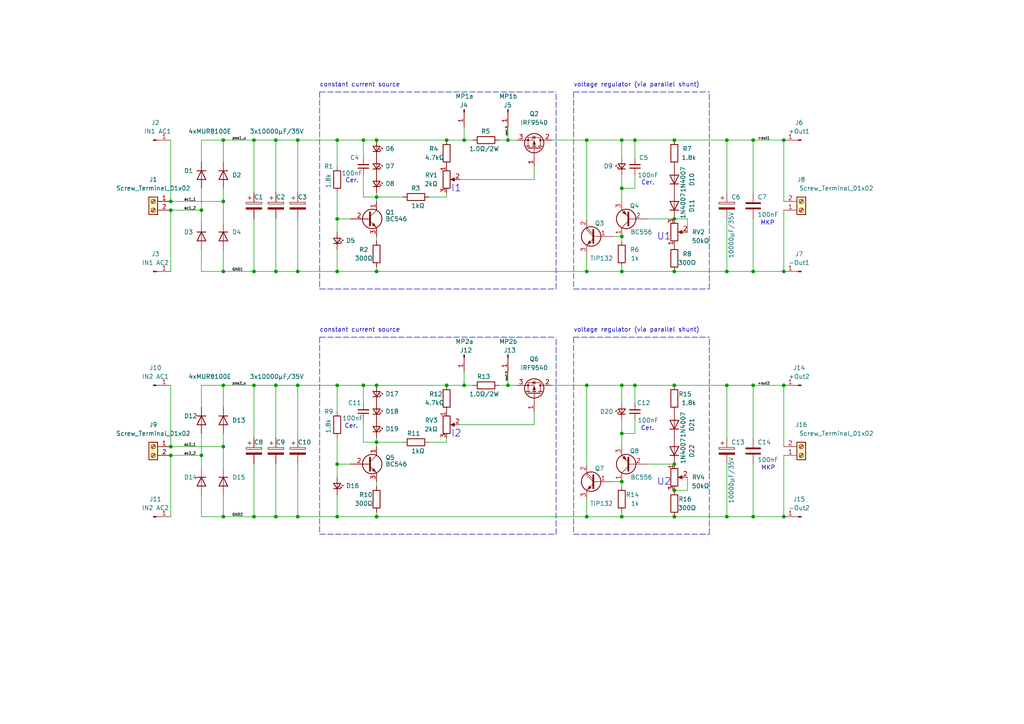
<source format=kicad_sch>
(kicad_sch (version 20211123) (generator eeschema)

  (uuid e63e39d7-6ac0-4ffd-8aa3-1841a4541b55)

  (paper "A4")

  (lib_symbols
    (symbol "Connector:Conn_01x01_Male" (pin_names (offset 1.016) hide) (in_bom yes) (on_board yes)
      (property "Reference" "J" (id 0) (at 0 2.54 0)
        (effects (font (size 1.27 1.27)))
      )
      (property "Value" "Conn_01x01_Male" (id 1) (at 0 -2.54 0)
        (effects (font (size 1.27 1.27)))
      )
      (property "Footprint" "" (id 2) (at 0 0 0)
        (effects (font (size 1.27 1.27)) hide)
      )
      (property "Datasheet" "~" (id 3) (at 0 0 0)
        (effects (font (size 1.27 1.27)) hide)
      )
      (property "ki_keywords" "connector" (id 4) (at 0 0 0)
        (effects (font (size 1.27 1.27)) hide)
      )
      (property "ki_description" "Generic connector, single row, 01x01, script generated (kicad-library-utils/schlib/autogen/connector/)" (id 5) (at 0 0 0)
        (effects (font (size 1.27 1.27)) hide)
      )
      (property "ki_fp_filters" "Connector*:*" (id 6) (at 0 0 0)
        (effects (font (size 1.27 1.27)) hide)
      )
      (symbol "Conn_01x01_Male_1_1"
        (polyline
          (pts
            (xy 1.27 0)
            (xy 0.8636 0)
          )
          (stroke (width 0.1524) (type default) (color 0 0 0 0))
          (fill (type none))
        )
        (rectangle (start 0.8636 0.127) (end 0 -0.127)
          (stroke (width 0.1524) (type default) (color 0 0 0 0))
          (fill (type outline))
        )
        (pin passive line (at 5.08 0 180) (length 3.81)
          (name "Pin_1" (effects (font (size 1.27 1.27))))
          (number "1" (effects (font (size 1.27 1.27))))
        )
      )
    )
    (symbol "Connector:Screw_Terminal_01x02" (pin_names (offset 1.016) hide) (in_bom yes) (on_board yes)
      (property "Reference" "J" (id 0) (at 0 2.54 0)
        (effects (font (size 1.27 1.27)))
      )
      (property "Value" "Screw_Terminal_01x02" (id 1) (at 0 -5.08 0)
        (effects (font (size 1.27 1.27)))
      )
      (property "Footprint" "" (id 2) (at 0 0 0)
        (effects (font (size 1.27 1.27)) hide)
      )
      (property "Datasheet" "~" (id 3) (at 0 0 0)
        (effects (font (size 1.27 1.27)) hide)
      )
      (property "ki_keywords" "screw terminal" (id 4) (at 0 0 0)
        (effects (font (size 1.27 1.27)) hide)
      )
      (property "ki_description" "Generic screw terminal, single row, 01x02, script generated (kicad-library-utils/schlib/autogen/connector/)" (id 5) (at 0 0 0)
        (effects (font (size 1.27 1.27)) hide)
      )
      (property "ki_fp_filters" "TerminalBlock*:*" (id 6) (at 0 0 0)
        (effects (font (size 1.27 1.27)) hide)
      )
      (symbol "Screw_Terminal_01x02_1_1"
        (rectangle (start -1.27 1.27) (end 1.27 -3.81)
          (stroke (width 0.254) (type default) (color 0 0 0 0))
          (fill (type background))
        )
        (circle (center 0 -2.54) (radius 0.635)
          (stroke (width 0.1524) (type default) (color 0 0 0 0))
          (fill (type none))
        )
        (polyline
          (pts
            (xy -0.5334 -2.2098)
            (xy 0.3302 -3.048)
          )
          (stroke (width 0.1524) (type default) (color 0 0 0 0))
          (fill (type none))
        )
        (polyline
          (pts
            (xy -0.5334 0.3302)
            (xy 0.3302 -0.508)
          )
          (stroke (width 0.1524) (type default) (color 0 0 0 0))
          (fill (type none))
        )
        (polyline
          (pts
            (xy -0.3556 -2.032)
            (xy 0.508 -2.8702)
          )
          (stroke (width 0.1524) (type default) (color 0 0 0 0))
          (fill (type none))
        )
        (polyline
          (pts
            (xy -0.3556 0.508)
            (xy 0.508 -0.3302)
          )
          (stroke (width 0.1524) (type default) (color 0 0 0 0))
          (fill (type none))
        )
        (circle (center 0 0) (radius 0.635)
          (stroke (width 0.1524) (type default) (color 0 0 0 0))
          (fill (type none))
        )
        (pin passive line (at -5.08 0 0) (length 3.81)
          (name "Pin_1" (effects (font (size 1.27 1.27))))
          (number "1" (effects (font (size 1.27 1.27))))
        )
        (pin passive line (at -5.08 -2.54 0) (length 3.81)
          (name "Pin_2" (effects (font (size 1.27 1.27))))
          (number "2" (effects (font (size 1.27 1.27))))
        )
      )
    )
    (symbol "Device:C" (pin_numbers hide) (pin_names (offset 0.254)) (in_bom yes) (on_board yes)
      (property "Reference" "C" (id 0) (at 0.635 2.54 0)
        (effects (font (size 1.27 1.27)) (justify left))
      )
      (property "Value" "C" (id 1) (at 0.635 -2.54 0)
        (effects (font (size 1.27 1.27)) (justify left))
      )
      (property "Footprint" "" (id 2) (at 0.9652 -3.81 0)
        (effects (font (size 1.27 1.27)) hide)
      )
      (property "Datasheet" "~" (id 3) (at 0 0 0)
        (effects (font (size 1.27 1.27)) hide)
      )
      (property "ki_keywords" "cap capacitor" (id 4) (at 0 0 0)
        (effects (font (size 1.27 1.27)) hide)
      )
      (property "ki_description" "Unpolarized capacitor" (id 5) (at 0 0 0)
        (effects (font (size 1.27 1.27)) hide)
      )
      (property "ki_fp_filters" "C_*" (id 6) (at 0 0 0)
        (effects (font (size 1.27 1.27)) hide)
      )
      (symbol "C_0_1"
        (polyline
          (pts
            (xy -2.032 -0.762)
            (xy 2.032 -0.762)
          )
          (stroke (width 0.508) (type default) (color 0 0 0 0))
          (fill (type none))
        )
        (polyline
          (pts
            (xy -2.032 0.762)
            (xy 2.032 0.762)
          )
          (stroke (width 0.508) (type default) (color 0 0 0 0))
          (fill (type none))
        )
      )
      (symbol "C_1_1"
        (pin passive line (at 0 3.81 270) (length 2.794)
          (name "~" (effects (font (size 1.27 1.27))))
          (number "1" (effects (font (size 1.27 1.27))))
        )
        (pin passive line (at 0 -3.81 90) (length 2.794)
          (name "~" (effects (font (size 1.27 1.27))))
          (number "2" (effects (font (size 1.27 1.27))))
        )
      )
    )
    (symbol "Device:C_Polarized" (pin_numbers hide) (pin_names (offset 0.254)) (in_bom yes) (on_board yes)
      (property "Reference" "C" (id 0) (at 0.635 2.54 0)
        (effects (font (size 1.27 1.27)) (justify left))
      )
      (property "Value" "C_Polarized" (id 1) (at 0.635 -2.54 0)
        (effects (font (size 1.27 1.27)) (justify left))
      )
      (property "Footprint" "" (id 2) (at 0.9652 -3.81 0)
        (effects (font (size 1.27 1.27)) hide)
      )
      (property "Datasheet" "~" (id 3) (at 0 0 0)
        (effects (font (size 1.27 1.27)) hide)
      )
      (property "ki_keywords" "cap capacitor" (id 4) (at 0 0 0)
        (effects (font (size 1.27 1.27)) hide)
      )
      (property "ki_description" "Polarized capacitor" (id 5) (at 0 0 0)
        (effects (font (size 1.27 1.27)) hide)
      )
      (property "ki_fp_filters" "CP_*" (id 6) (at 0 0 0)
        (effects (font (size 1.27 1.27)) hide)
      )
      (symbol "C_Polarized_0_1"
        (rectangle (start -2.286 0.508) (end 2.286 1.016)
          (stroke (width 0) (type default) (color 0 0 0 0))
          (fill (type none))
        )
        (polyline
          (pts
            (xy -1.778 2.286)
            (xy -0.762 2.286)
          )
          (stroke (width 0) (type default) (color 0 0 0 0))
          (fill (type none))
        )
        (polyline
          (pts
            (xy -1.27 2.794)
            (xy -1.27 1.778)
          )
          (stroke (width 0) (type default) (color 0 0 0 0))
          (fill (type none))
        )
        (rectangle (start 2.286 -0.508) (end -2.286 -1.016)
          (stroke (width 0) (type default) (color 0 0 0 0))
          (fill (type outline))
        )
      )
      (symbol "C_Polarized_1_1"
        (pin passive line (at 0 3.81 270) (length 2.794)
          (name "~" (effects (font (size 1.27 1.27))))
          (number "1" (effects (font (size 1.27 1.27))))
        )
        (pin passive line (at 0 -3.81 90) (length 2.794)
          (name "~" (effects (font (size 1.27 1.27))))
          (number "2" (effects (font (size 1.27 1.27))))
        )
      )
    )
    (symbol "Device:C_Small" (pin_numbers hide) (pin_names (offset 0.254) hide) (in_bom yes) (on_board yes)
      (property "Reference" "C" (id 0) (at 0.254 1.778 0)
        (effects (font (size 1.27 1.27)) (justify left))
      )
      (property "Value" "C_Small" (id 1) (at 0.254 -2.032 0)
        (effects (font (size 1.27 1.27)) (justify left))
      )
      (property "Footprint" "" (id 2) (at 0 0 0)
        (effects (font (size 1.27 1.27)) hide)
      )
      (property "Datasheet" "~" (id 3) (at 0 0 0)
        (effects (font (size 1.27 1.27)) hide)
      )
      (property "ki_keywords" "capacitor cap" (id 4) (at 0 0 0)
        (effects (font (size 1.27 1.27)) hide)
      )
      (property "ki_description" "Unpolarized capacitor, small symbol" (id 5) (at 0 0 0)
        (effects (font (size 1.27 1.27)) hide)
      )
      (property "ki_fp_filters" "C_*" (id 6) (at 0 0 0)
        (effects (font (size 1.27 1.27)) hide)
      )
      (symbol "C_Small_0_1"
        (polyline
          (pts
            (xy -1.524 -0.508)
            (xy 1.524 -0.508)
          )
          (stroke (width 0.3302) (type default) (color 0 0 0 0))
          (fill (type none))
        )
        (polyline
          (pts
            (xy -1.524 0.508)
            (xy 1.524 0.508)
          )
          (stroke (width 0.3048) (type default) (color 0 0 0 0))
          (fill (type none))
        )
      )
      (symbol "C_Small_1_1"
        (pin passive line (at 0 2.54 270) (length 2.032)
          (name "~" (effects (font (size 1.27 1.27))))
          (number "1" (effects (font (size 1.27 1.27))))
        )
        (pin passive line (at 0 -2.54 90) (length 2.032)
          (name "~" (effects (font (size 1.27 1.27))))
          (number "2" (effects (font (size 1.27 1.27))))
        )
      )
    )
    (symbol "Device:LED_Small" (pin_numbers hide) (pin_names (offset 0.254) hide) (in_bom yes) (on_board yes)
      (property "Reference" "D" (id 0) (at -1.27 3.175 0)
        (effects (font (size 1.27 1.27)) (justify left))
      )
      (property "Value" "LED_Small" (id 1) (at -4.445 -2.54 0)
        (effects (font (size 1.27 1.27)) (justify left))
      )
      (property "Footprint" "" (id 2) (at 0 0 90)
        (effects (font (size 1.27 1.27)) hide)
      )
      (property "Datasheet" "~" (id 3) (at 0 0 90)
        (effects (font (size 1.27 1.27)) hide)
      )
      (property "ki_keywords" "LED diode light-emitting-diode" (id 4) (at 0 0 0)
        (effects (font (size 1.27 1.27)) hide)
      )
      (property "ki_description" "Light emitting diode, small symbol" (id 5) (at 0 0 0)
        (effects (font (size 1.27 1.27)) hide)
      )
      (property "ki_fp_filters" "LED* LED_SMD:* LED_THT:*" (id 6) (at 0 0 0)
        (effects (font (size 1.27 1.27)) hide)
      )
      (symbol "LED_Small_0_1"
        (polyline
          (pts
            (xy -0.762 -1.016)
            (xy -0.762 1.016)
          )
          (stroke (width 0.254) (type default) (color 0 0 0 0))
          (fill (type none))
        )
        (polyline
          (pts
            (xy 1.016 0)
            (xy -0.762 0)
          )
          (stroke (width 0) (type default) (color 0 0 0 0))
          (fill (type none))
        )
        (polyline
          (pts
            (xy 0.762 -1.016)
            (xy -0.762 0)
            (xy 0.762 1.016)
            (xy 0.762 -1.016)
          )
          (stroke (width 0.254) (type default) (color 0 0 0 0))
          (fill (type none))
        )
        (polyline
          (pts
            (xy 0 0.762)
            (xy -0.508 1.27)
            (xy -0.254 1.27)
            (xy -0.508 1.27)
            (xy -0.508 1.016)
          )
          (stroke (width 0) (type default) (color 0 0 0 0))
          (fill (type none))
        )
        (polyline
          (pts
            (xy 0.508 1.27)
            (xy 0 1.778)
            (xy 0.254 1.778)
            (xy 0 1.778)
            (xy 0 1.524)
          )
          (stroke (width 0) (type default) (color 0 0 0 0))
          (fill (type none))
        )
      )
      (symbol "LED_Small_1_1"
        (pin passive line (at -2.54 0 0) (length 1.778)
          (name "K" (effects (font (size 1.27 1.27))))
          (number "1" (effects (font (size 1.27 1.27))))
        )
        (pin passive line (at 2.54 0 180) (length 1.778)
          (name "A" (effects (font (size 1.27 1.27))))
          (number "2" (effects (font (size 1.27 1.27))))
        )
      )
    )
    (symbol "Device:Q_NPN_Darlington_BCE" (pin_names (offset 0) hide) (in_bom yes) (on_board yes)
      (property "Reference" "Q" (id 0) (at 4.572 1.27 0)
        (effects (font (size 1.27 1.27)) (justify left))
      )
      (property "Value" "Q_NPN_Darlington_BCE" (id 1) (at 4.572 -1.27 0)
        (effects (font (size 1.27 1.27)) (justify left))
      )
      (property "Footprint" "" (id 2) (at 5.08 2.54 0)
        (effects (font (size 1.27 1.27)) hide)
      )
      (property "Datasheet" "~" (id 3) (at 0 0 0)
        (effects (font (size 1.27 1.27)) hide)
      )
      (property "ki_keywords" "transistor NPN Darlington" (id 4) (at 0 0 0)
        (effects (font (size 1.27 1.27)) hide)
      )
      (property "ki_description" "NPN Darlington transistor, base/collector/emitter" (id 5) (at 0 0 0)
        (effects (font (size 1.27 1.27)) hide)
      )
      (symbol "Q_NPN_Darlington_BCE_0_1"
        (polyline
          (pts
            (xy 0.635 0.635)
            (xy 2.54 2.54)
          )
          (stroke (width 0) (type default) (color 0 0 0 0))
          (fill (type none))
        )
        (polyline
          (pts
            (xy 0.635 -0.635)
            (xy 2.54 -2.54)
            (xy 2.54 -2.54)
          )
          (stroke (width 0) (type default) (color 0 0 0 0))
          (fill (type none))
        )
        (polyline
          (pts
            (xy 0.635 0)
            (xy 2.54 1.905)
            (xy 2.54 2.54)
          )
          (stroke (width 0) (type default) (color 0 0 0 0))
          (fill (type none))
        )
        (polyline
          (pts
            (xy 0.635 1.905)
            (xy 0.635 -1.905)
            (xy 0.635 -1.905)
          )
          (stroke (width 0.508) (type default) (color 0 0 0 0))
          (fill (type none))
        )
        (polyline
          (pts
            (xy 1.27 -1.778)
            (xy 1.778 -1.27)
            (xy 2.286 -2.286)
            (xy 1.27 -1.778)
            (xy 1.27 -1.778)
          )
          (stroke (width 0) (type default) (color 0 0 0 0))
          (fill (type outline))
        )
        (circle (center 1.27 0) (radius 2.8194)
          (stroke (width 0.254) (type default) (color 0 0 0 0))
          (fill (type none))
        )
      )
      (symbol "Q_NPN_Darlington_BCE_1_1"
        (pin input line (at -5.08 0 0) (length 5.715)
          (name "B" (effects (font (size 1.27 1.27))))
          (number "1" (effects (font (size 1.27 1.27))))
        )
        (pin passive line (at 2.54 5.08 270) (length 2.54)
          (name "C" (effects (font (size 1.27 1.27))))
          (number "2" (effects (font (size 1.27 1.27))))
        )
        (pin passive line (at 2.54 -5.08 90) (length 2.54)
          (name "E" (effects (font (size 1.27 1.27))))
          (number "3" (effects (font (size 1.27 1.27))))
        )
      )
    )
    (symbol "Device:R" (pin_numbers hide) (pin_names (offset 0)) (in_bom yes) (on_board yes)
      (property "Reference" "R" (id 0) (at 2.032 0 90)
        (effects (font (size 1.27 1.27)))
      )
      (property "Value" "R" (id 1) (at 0 0 90)
        (effects (font (size 1.27 1.27)))
      )
      (property "Footprint" "" (id 2) (at -1.778 0 90)
        (effects (font (size 1.27 1.27)) hide)
      )
      (property "Datasheet" "~" (id 3) (at 0 0 0)
        (effects (font (size 1.27 1.27)) hide)
      )
      (property "ki_keywords" "R res resistor" (id 4) (at 0 0 0)
        (effects (font (size 1.27 1.27)) hide)
      )
      (property "ki_description" "Resistor" (id 5) (at 0 0 0)
        (effects (font (size 1.27 1.27)) hide)
      )
      (property "ki_fp_filters" "R_*" (id 6) (at 0 0 0)
        (effects (font (size 1.27 1.27)) hide)
      )
      (symbol "R_0_1"
        (rectangle (start -1.016 -2.54) (end 1.016 2.54)
          (stroke (width 0.254) (type default) (color 0 0 0 0))
          (fill (type none))
        )
      )
      (symbol "R_1_1"
        (pin passive line (at 0 3.81 270) (length 1.27)
          (name "~" (effects (font (size 1.27 1.27))))
          (number "1" (effects (font (size 1.27 1.27))))
        )
        (pin passive line (at 0 -3.81 90) (length 1.27)
          (name "~" (effects (font (size 1.27 1.27))))
          (number "2" (effects (font (size 1.27 1.27))))
        )
      )
    )
    (symbol "Device:R_Potentiometer" (pin_names (offset 1.016) hide) (in_bom yes) (on_board yes)
      (property "Reference" "RV" (id 0) (at -4.445 0 90)
        (effects (font (size 1.27 1.27)))
      )
      (property "Value" "R_Potentiometer" (id 1) (at -2.54 0 90)
        (effects (font (size 1.27 1.27)))
      )
      (property "Footprint" "" (id 2) (at 0 0 0)
        (effects (font (size 1.27 1.27)) hide)
      )
      (property "Datasheet" "~" (id 3) (at 0 0 0)
        (effects (font (size 1.27 1.27)) hide)
      )
      (property "ki_keywords" "resistor variable" (id 4) (at 0 0 0)
        (effects (font (size 1.27 1.27)) hide)
      )
      (property "ki_description" "Potentiometer" (id 5) (at 0 0 0)
        (effects (font (size 1.27 1.27)) hide)
      )
      (property "ki_fp_filters" "Potentiometer*" (id 6) (at 0 0 0)
        (effects (font (size 1.27 1.27)) hide)
      )
      (symbol "R_Potentiometer_0_1"
        (polyline
          (pts
            (xy 2.54 0)
            (xy 1.524 0)
          )
          (stroke (width 0) (type default) (color 0 0 0 0))
          (fill (type none))
        )
        (polyline
          (pts
            (xy 1.143 0)
            (xy 2.286 0.508)
            (xy 2.286 -0.508)
            (xy 1.143 0)
          )
          (stroke (width 0) (type default) (color 0 0 0 0))
          (fill (type outline))
        )
        (rectangle (start 1.016 2.54) (end -1.016 -2.54)
          (stroke (width 0.254) (type default) (color 0 0 0 0))
          (fill (type none))
        )
      )
      (symbol "R_Potentiometer_1_1"
        (pin passive line (at 0 3.81 270) (length 1.27)
          (name "1" (effects (font (size 1.27 1.27))))
          (number "1" (effects (font (size 1.27 1.27))))
        )
        (pin passive line (at 3.81 0 180) (length 1.27)
          (name "2" (effects (font (size 1.27 1.27))))
          (number "2" (effects (font (size 1.27 1.27))))
        )
        (pin passive line (at 0 -3.81 90) (length 1.27)
          (name "3" (effects (font (size 1.27 1.27))))
          (number "3" (effects (font (size 1.27 1.27))))
        )
      )
    )
    (symbol "Diode:1N4007" (pin_numbers hide) (pin_names (offset 1.016) hide) (in_bom yes) (on_board yes)
      (property "Reference" "D" (id 0) (at 0 2.54 0)
        (effects (font (size 1.27 1.27)))
      )
      (property "Value" "1N4007" (id 1) (at 0 -2.54 0)
        (effects (font (size 1.27 1.27)))
      )
      (property "Footprint" "Diode_THT:D_DO-41_SOD81_P10.16mm_Horizontal" (id 2) (at 0 -4.445 0)
        (effects (font (size 1.27 1.27)) hide)
      )
      (property "Datasheet" "http://www.vishay.com/docs/88503/1n4001.pdf" (id 3) (at 0 0 0)
        (effects (font (size 1.27 1.27)) hide)
      )
      (property "ki_keywords" "diode" (id 4) (at 0 0 0)
        (effects (font (size 1.27 1.27)) hide)
      )
      (property "ki_description" "1000V 1A General Purpose Rectifier Diode, DO-41" (id 5) (at 0 0 0)
        (effects (font (size 1.27 1.27)) hide)
      )
      (property "ki_fp_filters" "D*DO?41*" (id 6) (at 0 0 0)
        (effects (font (size 1.27 1.27)) hide)
      )
      (symbol "1N4007_0_1"
        (polyline
          (pts
            (xy -1.27 1.27)
            (xy -1.27 -1.27)
          )
          (stroke (width 0.254) (type default) (color 0 0 0 0))
          (fill (type none))
        )
        (polyline
          (pts
            (xy 1.27 0)
            (xy -1.27 0)
          )
          (stroke (width 0) (type default) (color 0 0 0 0))
          (fill (type none))
        )
        (polyline
          (pts
            (xy 1.27 1.27)
            (xy 1.27 -1.27)
            (xy -1.27 0)
            (xy 1.27 1.27)
          )
          (stroke (width 0.254) (type default) (color 0 0 0 0))
          (fill (type none))
        )
      )
      (symbol "1N4007_1_1"
        (pin passive line (at -3.81 0 0) (length 2.54)
          (name "K" (effects (font (size 1.27 1.27))))
          (number "1" (effects (font (size 1.27 1.27))))
        )
        (pin passive line (at 3.81 0 180) (length 2.54)
          (name "A" (effects (font (size 1.27 1.27))))
          (number "2" (effects (font (size 1.27 1.27))))
        )
      )
    )
    (symbol "Diode:BYV79-100" (pin_numbers hide) (pin_names (offset 1.016) hide) (in_bom yes) (on_board yes)
      (property "Reference" "D" (id 0) (at 0 2.54 0)
        (effects (font (size 1.27 1.27)))
      )
      (property "Value" "BYV79-100" (id 1) (at 0 -2.54 0)
        (effects (font (size 1.27 1.27)))
      )
      (property "Footprint" "Package_TO_SOT_THT:TO-220-2_Vertical" (id 2) (at 0 -4.445 0)
        (effects (font (size 1.27 1.27)) hide)
      )
      (property "Datasheet" "http://pdf.datasheetcatalog.com/datasheet/philips/BYV79-100.pdf" (id 3) (at 0 0 0)
        (effects (font (size 1.27 1.27)) hide)
      )
      (property "ki_keywords" "diode" (id 4) (at 0 0 0)
        (effects (font (size 1.27 1.27)) hide)
      )
      (property "ki_description" "100V 14A Ultrafast Rectifier Diode, TO-220" (id 5) (at 0 0 0)
        (effects (font (size 1.27 1.27)) hide)
      )
      (property "ki_fp_filters" "TO?220*" (id 6) (at 0 0 0)
        (effects (font (size 1.27 1.27)) hide)
      )
      (symbol "BYV79-100_0_1"
        (polyline
          (pts
            (xy -1.27 1.27)
            (xy -1.27 -1.27)
          )
          (stroke (width 0.254) (type default) (color 0 0 0 0))
          (fill (type none))
        )
        (polyline
          (pts
            (xy 1.27 0)
            (xy -1.27 0)
          )
          (stroke (width 0) (type default) (color 0 0 0 0))
          (fill (type none))
        )
        (polyline
          (pts
            (xy 1.27 1.27)
            (xy 1.27 -1.27)
            (xy -1.27 0)
            (xy 1.27 1.27)
          )
          (stroke (width 0.254) (type default) (color 0 0 0 0))
          (fill (type none))
        )
      )
      (symbol "BYV79-100_1_1"
        (pin passive line (at -3.81 0 0) (length 2.54)
          (name "K" (effects (font (size 1.27 1.27))))
          (number "1" (effects (font (size 1.27 1.27))))
        )
        (pin passive line (at 3.81 0 180) (length 2.54)
          (name "A" (effects (font (size 1.27 1.27))))
          (number "2" (effects (font (size 1.27 1.27))))
        )
      )
    )
    (symbol "Transistor_BJT:BC546" (pin_names (offset 0) hide) (in_bom yes) (on_board yes)
      (property "Reference" "Q" (id 0) (at 5.08 1.905 0)
        (effects (font (size 1.27 1.27)) (justify left))
      )
      (property "Value" "BC546" (id 1) (at 5.08 0 0)
        (effects (font (size 1.27 1.27)) (justify left))
      )
      (property "Footprint" "Package_TO_SOT_THT:TO-92_Inline" (id 2) (at 5.08 -1.905 0)
        (effects (font (size 1.27 1.27) italic) (justify left) hide)
      )
      (property "Datasheet" "https://www.onsemi.com/pub/Collateral/BC550-D.pdf" (id 3) (at 0 0 0)
        (effects (font (size 1.27 1.27)) (justify left) hide)
      )
      (property "ki_keywords" "NPN Transistor" (id 4) (at 0 0 0)
        (effects (font (size 1.27 1.27)) hide)
      )
      (property "ki_description" "0.1A Ic, 65V Vce, Small Signal NPN Transistor, TO-92" (id 5) (at 0 0 0)
        (effects (font (size 1.27 1.27)) hide)
      )
      (property "ki_fp_filters" "TO?92*" (id 6) (at 0 0 0)
        (effects (font (size 1.27 1.27)) hide)
      )
      (symbol "BC546_0_1"
        (polyline
          (pts
            (xy 0 0)
            (xy 0.635 0)
          )
          (stroke (width 0) (type default) (color 0 0 0 0))
          (fill (type none))
        )
        (polyline
          (pts
            (xy 0.635 0.635)
            (xy 2.54 2.54)
          )
          (stroke (width 0) (type default) (color 0 0 0 0))
          (fill (type none))
        )
        (polyline
          (pts
            (xy 0.635 -0.635)
            (xy 2.54 -2.54)
            (xy 2.54 -2.54)
          )
          (stroke (width 0) (type default) (color 0 0 0 0))
          (fill (type none))
        )
        (polyline
          (pts
            (xy 0.635 1.905)
            (xy 0.635 -1.905)
            (xy 0.635 -1.905)
          )
          (stroke (width 0.508) (type default) (color 0 0 0 0))
          (fill (type none))
        )
        (polyline
          (pts
            (xy 1.27 -1.778)
            (xy 1.778 -1.27)
            (xy 2.286 -2.286)
            (xy 1.27 -1.778)
            (xy 1.27 -1.778)
          )
          (stroke (width 0) (type default) (color 0 0 0 0))
          (fill (type outline))
        )
        (circle (center 1.27 0) (radius 2.8194)
          (stroke (width 0.254) (type default) (color 0 0 0 0))
          (fill (type none))
        )
      )
      (symbol "BC546_1_1"
        (pin passive line (at 2.54 5.08 270) (length 2.54)
          (name "C" (effects (font (size 1.27 1.27))))
          (number "1" (effects (font (size 1.27 1.27))))
        )
        (pin input line (at -5.08 0 0) (length 5.08)
          (name "B" (effects (font (size 1.27 1.27))))
          (number "2" (effects (font (size 1.27 1.27))))
        )
        (pin passive line (at 2.54 -5.08 90) (length 2.54)
          (name "E" (effects (font (size 1.27 1.27))))
          (number "3" (effects (font (size 1.27 1.27))))
        )
      )
    )
    (symbol "Transistor_BJT:BC556" (pin_names (offset 0) hide) (in_bom yes) (on_board yes)
      (property "Reference" "Q" (id 0) (at 5.08 1.905 0)
        (effects (font (size 1.27 1.27)) (justify left))
      )
      (property "Value" "BC556" (id 1) (at 5.08 0 0)
        (effects (font (size 1.27 1.27)) (justify left))
      )
      (property "Footprint" "Package_TO_SOT_THT:TO-92_Inline" (id 2) (at 5.08 -1.905 0)
        (effects (font (size 1.27 1.27) italic) (justify left) hide)
      )
      (property "Datasheet" "https://www.onsemi.com/pub/Collateral/BC556BTA-D.pdf" (id 3) (at 0 0 0)
        (effects (font (size 1.27 1.27)) (justify left) hide)
      )
      (property "ki_keywords" "PNP Transistor" (id 4) (at 0 0 0)
        (effects (font (size 1.27 1.27)) hide)
      )
      (property "ki_description" "0.1A Ic, 65V Vce, PNP Small Signal Transistor, TO-92" (id 5) (at 0 0 0)
        (effects (font (size 1.27 1.27)) hide)
      )
      (property "ki_fp_filters" "TO?92*" (id 6) (at 0 0 0)
        (effects (font (size 1.27 1.27)) hide)
      )
      (symbol "BC556_0_1"
        (polyline
          (pts
            (xy 0.635 0.635)
            (xy 2.54 2.54)
          )
          (stroke (width 0) (type default) (color 0 0 0 0))
          (fill (type none))
        )
        (polyline
          (pts
            (xy 0.635 -0.635)
            (xy 2.54 -2.54)
            (xy 2.54 -2.54)
          )
          (stroke (width 0) (type default) (color 0 0 0 0))
          (fill (type none))
        )
        (polyline
          (pts
            (xy 0.635 1.905)
            (xy 0.635 -1.905)
            (xy 0.635 -1.905)
          )
          (stroke (width 0.508) (type default) (color 0 0 0 0))
          (fill (type none))
        )
        (polyline
          (pts
            (xy 2.286 -1.778)
            (xy 1.778 -2.286)
            (xy 1.27 -1.27)
            (xy 2.286 -1.778)
            (xy 2.286 -1.778)
          )
          (stroke (width 0) (type default) (color 0 0 0 0))
          (fill (type outline))
        )
        (circle (center 1.27 0) (radius 2.8194)
          (stroke (width 0.254) (type default) (color 0 0 0 0))
          (fill (type none))
        )
      )
      (symbol "BC556_1_1"
        (pin passive line (at 2.54 5.08 270) (length 2.54)
          (name "C" (effects (font (size 1.27 1.27))))
          (number "1" (effects (font (size 1.27 1.27))))
        )
        (pin input line (at -5.08 0 0) (length 5.715)
          (name "B" (effects (font (size 1.27 1.27))))
          (number "2" (effects (font (size 1.27 1.27))))
        )
        (pin passive line (at 2.54 -5.08 90) (length 2.54)
          (name "E" (effects (font (size 1.27 1.27))))
          (number "3" (effects (font (size 1.27 1.27))))
        )
      )
    )
    (symbol "Transistor_FET:IRF4905" (pin_names hide) (in_bom yes) (on_board yes)
      (property "Reference" "Q" (id 0) (at 5.08 1.905 0)
        (effects (font (size 1.27 1.27)) (justify left))
      )
      (property "Value" "IRF4905" (id 1) (at 5.08 0 0)
        (effects (font (size 1.27 1.27)) (justify left))
      )
      (property "Footprint" "Package_TO_SOT_THT:TO-220-3_Vertical" (id 2) (at 5.08 -1.905 0)
        (effects (font (size 1.27 1.27) italic) (justify left) hide)
      )
      (property "Datasheet" "http://www.infineon.com/dgdl/irf4905.pdf?fileId=5546d462533600a4015355e32165197c" (id 3) (at 0 0 0)
        (effects (font (size 1.27 1.27)) (justify left) hide)
      )
      (property "ki_keywords" "Single P-Channel HEXFET Power MOSFET" (id 4) (at 0 0 0)
        (effects (font (size 1.27 1.27)) hide)
      )
      (property "ki_description" "-74A Id, -55V Vds, Single P-Channel HEXFET Power MOSFET, 20mOhm Ron, TO-220AB" (id 5) (at 0 0 0)
        (effects (font (size 1.27 1.27)) hide)
      )
      (property "ki_fp_filters" "TO?220*" (id 6) (at 0 0 0)
        (effects (font (size 1.27 1.27)) hide)
      )
      (symbol "IRF4905_0_1"
        (polyline
          (pts
            (xy 0.254 0)
            (xy -2.54 0)
          )
          (stroke (width 0) (type default) (color 0 0 0 0))
          (fill (type none))
        )
        (polyline
          (pts
            (xy 0.254 1.905)
            (xy 0.254 -1.905)
          )
          (stroke (width 0.254) (type default) (color 0 0 0 0))
          (fill (type none))
        )
        (polyline
          (pts
            (xy 0.762 -1.27)
            (xy 0.762 -2.286)
          )
          (stroke (width 0.254) (type default) (color 0 0 0 0))
          (fill (type none))
        )
        (polyline
          (pts
            (xy 0.762 0.508)
            (xy 0.762 -0.508)
          )
          (stroke (width 0.254) (type default) (color 0 0 0 0))
          (fill (type none))
        )
        (polyline
          (pts
            (xy 0.762 2.286)
            (xy 0.762 1.27)
          )
          (stroke (width 0.254) (type default) (color 0 0 0 0))
          (fill (type none))
        )
        (polyline
          (pts
            (xy 2.54 2.54)
            (xy 2.54 1.778)
          )
          (stroke (width 0) (type default) (color 0 0 0 0))
          (fill (type none))
        )
        (polyline
          (pts
            (xy 2.54 -2.54)
            (xy 2.54 0)
            (xy 0.762 0)
          )
          (stroke (width 0) (type default) (color 0 0 0 0))
          (fill (type none))
        )
        (polyline
          (pts
            (xy 0.762 1.778)
            (xy 3.302 1.778)
            (xy 3.302 -1.778)
            (xy 0.762 -1.778)
          )
          (stroke (width 0) (type default) (color 0 0 0 0))
          (fill (type none))
        )
        (polyline
          (pts
            (xy 2.286 0)
            (xy 1.27 0.381)
            (xy 1.27 -0.381)
            (xy 2.286 0)
          )
          (stroke (width 0) (type default) (color 0 0 0 0))
          (fill (type outline))
        )
        (polyline
          (pts
            (xy 2.794 -0.508)
            (xy 2.921 -0.381)
            (xy 3.683 -0.381)
            (xy 3.81 -0.254)
          )
          (stroke (width 0) (type default) (color 0 0 0 0))
          (fill (type none))
        )
        (polyline
          (pts
            (xy 3.302 -0.381)
            (xy 2.921 0.254)
            (xy 3.683 0.254)
            (xy 3.302 -0.381)
          )
          (stroke (width 0) (type default) (color 0 0 0 0))
          (fill (type none))
        )
        (circle (center 1.651 0) (radius 2.794)
          (stroke (width 0.254) (type default) (color 0 0 0 0))
          (fill (type none))
        )
        (circle (center 2.54 -1.778) (radius 0.254)
          (stroke (width 0) (type default) (color 0 0 0 0))
          (fill (type outline))
        )
        (circle (center 2.54 1.778) (radius 0.254)
          (stroke (width 0) (type default) (color 0 0 0 0))
          (fill (type outline))
        )
      )
      (symbol "IRF4905_1_1"
        (pin input line (at -5.08 0 0) (length 2.54)
          (name "G" (effects (font (size 1.27 1.27))))
          (number "1" (effects (font (size 1.27 1.27))))
        )
        (pin passive line (at 2.54 5.08 270) (length 2.54)
          (name "D" (effects (font (size 1.27 1.27))))
          (number "2" (effects (font (size 1.27 1.27))))
        )
        (pin passive line (at 2.54 -5.08 90) (length 2.54)
          (name "S" (effects (font (size 1.27 1.27))))
          (number "3" (effects (font (size 1.27 1.27))))
        )
      )
    )
  )

  (junction (at 134.62 40.64) (diameter 0) (color 0 0 0 0)
    (uuid 01333ebe-f423-4105-91b8-2e63c8d53127)
  )
  (junction (at 195.58 40.64) (diameter 0) (color 0 0 0 0)
    (uuid 0804b658-fa6a-4ea8-800b-6d309c5bad80)
  )
  (junction (at 227.33 111.76) (diameter 0) (color 0 0 0 0)
    (uuid 15256bbd-3b13-4da1-8322-8d4a50d6cd69)
  )
  (junction (at 73.66 111.76) (diameter 0) (color 0 0 0 0)
    (uuid 1582f4bc-ad86-4fa4-ab98-c1ba50c9df47)
  )
  (junction (at 210.82 78.74) (diameter 0) (color 0 0 0 0)
    (uuid 17929343-4142-42f4-af85-63f7eeb82eb5)
  )
  (junction (at 97.79 134.62) (diameter 0) (color 0 0 0 0)
    (uuid 20dcf787-d6dc-459f-bcb3-23cab7643965)
  )
  (junction (at 64.77 111.76) (diameter 0) (color 0 0 0 0)
    (uuid 223f8135-b701-4248-8729-a4c5dd3afac6)
  )
  (junction (at 180.34 68.58) (diameter 0) (color 0 0 0 0)
    (uuid 2768f982-0e00-4dc3-bd6b-28bfedb60be7)
  )
  (junction (at 218.44 111.76) (diameter 0) (color 0 0 0 0)
    (uuid 2d6f4615-d1e2-4fd3-ac28-e0e84322bf01)
  )
  (junction (at 180.34 54.61) (diameter 0) (color 0 0 0 0)
    (uuid 2ea39ad6-e3ec-4813-aec8-f37d4771c239)
  )
  (junction (at 195.58 111.76) (diameter 0) (color 0 0 0 0)
    (uuid 348db6a6-620b-4aa0-9a52-36696dc929e1)
  )
  (junction (at 80.01 78.74) (diameter 0) (color 0 0 0 0)
    (uuid 3759cb8b-37c5-4afd-a1c6-17f6b6666ca8)
  )
  (junction (at 227.33 40.64) (diameter 0) (color 0 0 0 0)
    (uuid 38a0fe2d-ad58-4c9a-a4ae-c9a0d86808b0)
  )
  (junction (at 109.22 111.76) (diameter 0) (color 0 0 0 0)
    (uuid 3aea3591-d536-464a-a129-f85e3b79fe1f)
  )
  (junction (at 184.15 40.64) (diameter 0) (color 0 0 0 0)
    (uuid 3cbbbfea-d6a6-4574-84a6-353b2b9ca907)
  )
  (junction (at 218.44 40.64) (diameter 0) (color 0 0 0 0)
    (uuid 450dfb18-cef0-4861-b9a8-9f75cb0299aa)
  )
  (junction (at 49.53 132.08) (diameter 0) (color 0 0 0 0)
    (uuid 4711c595-349a-47d5-b2de-476dee6c8404)
  )
  (junction (at 180.34 125.73) (diameter 0) (color 0 0 0 0)
    (uuid 4f43fe36-1293-4a49-af52-6afb7a1ad0a3)
  )
  (junction (at 80.01 40.64) (diameter 0) (color 0 0 0 0)
    (uuid 537949e5-14c5-4cf1-8aea-9aed01420cec)
  )
  (junction (at 86.36 78.74) (diameter 0) (color 0 0 0 0)
    (uuid 5564111e-5c4f-48c2-a4d7-3cc179ccd02d)
  )
  (junction (at 105.41 111.76) (diameter 0) (color 0 0 0 0)
    (uuid 55c9b240-77cc-4d57-9998-96cf6e90613f)
  )
  (junction (at 80.01 149.86) (diameter 0) (color 0 0 0 0)
    (uuid 575c5c23-667c-4c09-9c62-46762906f721)
  )
  (junction (at 86.36 111.76) (diameter 0) (color 0 0 0 0)
    (uuid 5b029ebe-248a-411f-b234-474bfb9deea7)
  )
  (junction (at 184.15 111.76) (diameter 0) (color 0 0 0 0)
    (uuid 5bb896be-f940-49e7-8a19-5bb7c2597a49)
  )
  (junction (at 109.22 78.74) (diameter 0) (color 0 0 0 0)
    (uuid 5c9cd683-44cb-43ac-9544-dc695b3a851c)
  )
  (junction (at 64.77 40.64) (diameter 0) (color 0 0 0 0)
    (uuid 5fca09fb-1c70-40a3-8c30-7aaf1f1a675b)
  )
  (junction (at 73.66 78.74) (diameter 0) (color 0 0 0 0)
    (uuid 67134ff1-eed4-43b1-9e40-a3fe2197981a)
  )
  (junction (at 97.79 40.64) (diameter 0) (color 0 0 0 0)
    (uuid 6717211a-f0d3-4550-bf29-ac623a1a8b16)
  )
  (junction (at 195.58 78.74) (diameter 0) (color 0 0 0 0)
    (uuid 69dac349-6ab8-4e95-a5a5-6b2a80f9b7da)
  )
  (junction (at 64.77 129.54) (diameter 0) (color 0 0 0 0)
    (uuid 7011cd11-3e5c-495e-b4cf-66620737431f)
  )
  (junction (at 64.77 78.74) (diameter 0) (color 0 0 0 0)
    (uuid 701ed9bb-92d1-4145-be33-6812175c31a5)
  )
  (junction (at 180.34 111.76) (diameter 0) (color 0 0 0 0)
    (uuid 704bd57d-957e-43df-b2aa-e85fbec0fd39)
  )
  (junction (at 180.34 40.64) (diameter 0) (color 0 0 0 0)
    (uuid 7a9380dd-dfa2-47a4-8034-66888b06f9a8)
  )
  (junction (at 195.58 134.62) (diameter 0) (color 0 0 0 0)
    (uuid 7cb25365-45f6-475c-8215-e22fa3b9cfdd)
  )
  (junction (at 49.53 58.42) (diameter 0) (color 0 0 0 0)
    (uuid 8960d79a-5c25-4c00-8c26-7455f5dce751)
  )
  (junction (at 109.22 149.86) (diameter 0) (color 0 0 0 0)
    (uuid 8c1e9b28-4ae6-45a3-b1b9-623ecf83f553)
  )
  (junction (at 195.58 149.86) (diameter 0) (color 0 0 0 0)
    (uuid 8f1fc430-0c57-4db2-9e78-78328e106963)
  )
  (junction (at 170.18 78.74) (diameter 0) (color 0 0 0 0)
    (uuid 9646072b-352b-49e8-8971-6558262f7c5e)
  )
  (junction (at 218.44 78.74) (diameter 0) (color 0 0 0 0)
    (uuid 9a26ac22-a63b-449e-a5bb-8e5c8330b57a)
  )
  (junction (at 134.62 111.76) (diameter 0) (color 0 0 0 0)
    (uuid 9b83cd29-de9e-47b5-af96-006a93da892c)
  )
  (junction (at 109.22 57.15) (diameter 0) (color 0 0 0 0)
    (uuid 9eaf3e6d-adfd-4d87-95dd-c52944309d14)
  )
  (junction (at 147.32 111.76) (diameter 0) (color 0 0 0 0)
    (uuid a3bfb7fd-4eb5-4f7f-9f46-507428283fea)
  )
  (junction (at 58.42 60.96) (diameter 0) (color 0 0 0 0)
    (uuid a9e110e8-bd1f-45e3-8e89-9914397e6f65)
  )
  (junction (at 147.32 40.64) (diameter 0) (color 0 0 0 0)
    (uuid aa2c653f-68ef-4447-b20d-46fd98ee298e)
  )
  (junction (at 97.79 149.86) (diameter 0) (color 0 0 0 0)
    (uuid aced3127-6a45-45d4-9e04-a1c6d0eabed1)
  )
  (junction (at 86.36 149.86) (diameter 0) (color 0 0 0 0)
    (uuid ad64931e-8fe8-4306-8ec2-ef9b832cd963)
  )
  (junction (at 195.58 63.5) (diameter 0) (color 0 0 0 0)
    (uuid ae6424f4-e6bc-4cce-9ed5-36004aefa61d)
  )
  (junction (at 64.77 149.86) (diameter 0) (color 0 0 0 0)
    (uuid b2972102-e985-45f1-ad06-7db41a25bc68)
  )
  (junction (at 129.54 111.76) (diameter 0) (color 0 0 0 0)
    (uuid b414a28b-29df-4fc5-a5f4-aa27b5c4830b)
  )
  (junction (at 218.44 149.86) (diameter 0) (color 0 0 0 0)
    (uuid b544efd3-2b64-47d1-b0fd-ad2034699008)
  )
  (junction (at 210.82 40.64) (diameter 0) (color 0 0 0 0)
    (uuid b6c918d2-4b1b-4887-b082-9455ff6d201f)
  )
  (junction (at 80.01 111.76) (diameter 0) (color 0 0 0 0)
    (uuid b7e7ab84-6470-48a6-bfb5-030a31f5724a)
  )
  (junction (at 97.79 78.74) (diameter 0) (color 0 0 0 0)
    (uuid bc1d1e3b-9cfe-4a20-944a-ce3f70581e12)
  )
  (junction (at 49.53 129.54) (diameter 0) (color 0 0 0 0)
    (uuid bf04f3d8-e4e6-4f1b-9d3f-f413c5cfc521)
  )
  (junction (at 86.36 40.64) (diameter 0) (color 0 0 0 0)
    (uuid c3860feb-5715-439d-ab8c-10d05aa4d1ab)
  )
  (junction (at 195.58 142.24) (diameter 0) (color 0 0 0 0)
    (uuid c42ca165-30c2-40cf-afeb-cf7bc593644b)
  )
  (junction (at 210.82 111.76) (diameter 0) (color 0 0 0 0)
    (uuid ca46802b-4720-47b7-aa77-64547d80cb53)
  )
  (junction (at 170.18 149.86) (diameter 0) (color 0 0 0 0)
    (uuid cc660fb6-072d-4bfc-b1c1-874a87969ee5)
  )
  (junction (at 58.42 132.08) (diameter 0) (color 0 0 0 0)
    (uuid ce1f7077-4c14-4802-a406-d5ced8db8efa)
  )
  (junction (at 170.18 40.64) (diameter 0) (color 0 0 0 0)
    (uuid d49248ab-8b7e-454b-a8bd-dbdbf1d0929e)
  )
  (junction (at 180.34 78.74) (diameter 0) (color 0 0 0 0)
    (uuid d8425ccc-a3fe-453d-93f4-10c24676563b)
  )
  (junction (at 180.34 149.86) (diameter 0) (color 0 0 0 0)
    (uuid d8942d3e-9c92-4303-a76c-11650713033c)
  )
  (junction (at 109.22 40.64) (diameter 0) (color 0 0 0 0)
    (uuid ddce5726-beba-48d0-bc18-cb5fdfba9012)
  )
  (junction (at 97.79 63.5) (diameter 0) (color 0 0 0 0)
    (uuid e009bbf4-310a-44d1-9608-e7151d9b4121)
  )
  (junction (at 73.66 40.64) (diameter 0) (color 0 0 0 0)
    (uuid e4e325c3-a091-4432-9049-aadb4e5d2a7f)
  )
  (junction (at 180.34 139.7) (diameter 0) (color 0 0 0 0)
    (uuid e4e406d6-9155-45f4-b42b-a54dc7f912bd)
  )
  (junction (at 97.79 111.76) (diameter 0) (color 0 0 0 0)
    (uuid e7374e41-2a14-4fb1-b2d6-92923e14447c)
  )
  (junction (at 49.53 60.96) (diameter 0) (color 0 0 0 0)
    (uuid ece67298-e214-4030-abef-283c1e4912d0)
  )
  (junction (at 129.54 40.64) (diameter 0) (color 0 0 0 0)
    (uuid ee538fb2-21cb-48b7-a399-f05b61beea7d)
  )
  (junction (at 105.41 40.64) (diameter 0) (color 0 0 0 0)
    (uuid f0e67bd4-192d-410d-be57-ad1ffe37313b)
  )
  (junction (at 210.82 149.86) (diameter 0) (color 0 0 0 0)
    (uuid f36c0824-80c4-4624-8436-1509e783620c)
  )
  (junction (at 73.66 149.86) (diameter 0) (color 0 0 0 0)
    (uuid f3cc8b2e-c740-4caf-91c8-5d4cd3c2e388)
  )
  (junction (at 227.33 149.86) (diameter 0) (color 0 0 0 0)
    (uuid f4420308-37ad-41da-99f4-f5d4b10c4256)
  )
  (junction (at 170.18 111.76) (diameter 0) (color 0 0 0 0)
    (uuid f7519aa5-b073-4938-b3bc-4a4d0f5abb86)
  )
  (junction (at 109.22 128.27) (diameter 0) (color 0 0 0 0)
    (uuid fad0d897-b999-41f8-81a9-b58ba022f846)
  )
  (junction (at 227.33 78.74) (diameter 0) (color 0 0 0 0)
    (uuid fb1d8721-1e79-42ad-bb9d-0aeab7c60d49)
  )
  (junction (at 64.77 58.42) (diameter 0) (color 0 0 0 0)
    (uuid fb712102-c88b-44b3-aaf7-357b77d33a77)
  )

  (wire (pts (xy 109.22 78.74) (xy 170.18 78.74))
    (stroke (width 0) (type default) (color 0 0 0 0))
    (uuid 00dff470-c8a8-424c-abc4-51e0527119ec)
  )
  (wire (pts (xy 97.79 78.74) (xy 109.22 78.74))
    (stroke (width 0) (type default) (color 0 0 0 0))
    (uuid 02854082-5890-47b2-b1d9-028cf229f941)
  )
  (wire (pts (xy 170.18 73.66) (xy 170.18 78.74))
    (stroke (width 0) (type default) (color 0 0 0 0))
    (uuid 0367bdc5-9034-4ab0-bf0e-7eef57fcda49)
  )
  (wire (pts (xy 134.62 40.64) (xy 137.16 40.64))
    (stroke (width 0) (type default) (color 0 0 0 0))
    (uuid 051bdced-9b17-4e70-91f9-c90b43a8b5b3)
  )
  (wire (pts (xy 227.33 111.76) (xy 227.33 129.54))
    (stroke (width 0) (type default) (color 0 0 0 0))
    (uuid 091f6bb9-5710-41f1-9ce1-9f832b63a65d)
  )
  (wire (pts (xy 195.58 78.74) (xy 180.34 78.74))
    (stroke (width 0) (type default) (color 0 0 0 0))
    (uuid 0963bd6f-3358-4e9e-84c4-5e6e460aeffc)
  )
  (wire (pts (xy 73.66 78.74) (xy 80.01 78.74))
    (stroke (width 0) (type default) (color 0 0 0 0))
    (uuid 0972ace4-d047-4dcd-a95d-3063a895b5c6)
  )
  (wire (pts (xy 97.79 40.64) (xy 105.41 40.64))
    (stroke (width 0) (type default) (color 0 0 0 0))
    (uuid 0c5db469-ca66-4289-bd3b-7766a8c2e950)
  )
  (wire (pts (xy 210.82 40.64) (xy 210.82 55.88))
    (stroke (width 0) (type default) (color 0 0 0 0))
    (uuid 0cd9db24-3cfe-436e-b450-e857d86ab3b9)
  )
  (wire (pts (xy 160.02 111.76) (xy 170.18 111.76))
    (stroke (width 0) (type default) (color 0 0 0 0))
    (uuid 12794f41-097b-41f3-bd1d-a927c21b07ca)
  )
  (wire (pts (xy 184.15 40.64) (xy 180.34 40.64))
    (stroke (width 0) (type default) (color 0 0 0 0))
    (uuid 13290e4e-5278-47d7-b668-786e200e61c1)
  )
  (wire (pts (xy 210.82 111.76) (xy 218.44 111.76))
    (stroke (width 0) (type default) (color 0 0 0 0))
    (uuid 16087359-df0d-4523-9e82-ae37df8d1b2e)
  )
  (wire (pts (xy 109.22 111.76) (xy 129.54 111.76))
    (stroke (width 0) (type default) (color 0 0 0 0))
    (uuid 17d2a0f4-5932-4a8e-b1a8-32a9349bbcfe)
  )
  (wire (pts (xy 64.77 78.74) (xy 73.66 78.74))
    (stroke (width 0) (type default) (color 0 0 0 0))
    (uuid 19807724-13ca-4d64-8542-95065ef3230a)
  )
  (wire (pts (xy 134.62 107.95) (xy 134.62 111.76))
    (stroke (width 0) (type default) (color 0 0 0 0))
    (uuid 1a3af49a-d44c-43e1-938d-11ec6561116e)
  )
  (wire (pts (xy 73.66 111.76) (xy 73.66 127))
    (stroke (width 0) (type default) (color 0 0 0 0))
    (uuid 1aa60776-2b43-4415-b477-5c122865c120)
  )
  (wire (pts (xy 184.15 54.61) (xy 180.34 54.61))
    (stroke (width 0) (type default) (color 0 0 0 0))
    (uuid 1b531bd5-d5c0-4593-8fb1-f91b249dd03e)
  )
  (wire (pts (xy 80.01 63.5) (xy 80.01 78.74))
    (stroke (width 0) (type default) (color 0 0 0 0))
    (uuid 1d045b87-9d74-4196-acf1-72bc06d63455)
  )
  (polyline (pts (xy 92.71 83.82) (xy 161.29 83.82))
    (stroke (width 0) (type default) (color 0 0 0 0))
    (uuid 1ea684a1-b80f-417d-a264-ab38b69366d4)
  )

  (wire (pts (xy 109.22 68.58) (xy 109.22 69.85))
    (stroke (width 0) (type default) (color 0 0 0 0))
    (uuid 2052ed7f-d90c-451f-971d-b8a2dc21cb2c)
  )
  (wire (pts (xy 180.34 139.7) (xy 180.34 140.97))
    (stroke (width 0) (type default) (color 0 0 0 0))
    (uuid 2087204a-07a0-4117-91ec-0760c962e9af)
  )
  (wire (pts (xy 134.62 111.76) (xy 137.16 111.76))
    (stroke (width 0) (type default) (color 0 0 0 0))
    (uuid 21c0b1ad-410b-414f-b8d1-b7867bdf9d80)
  )
  (wire (pts (xy 180.34 148.59) (xy 180.34 149.86))
    (stroke (width 0) (type default) (color 0 0 0 0))
    (uuid 226b9ecc-262c-454a-bd79-42a591395237)
  )
  (wire (pts (xy 180.34 40.64) (xy 170.18 40.64))
    (stroke (width 0) (type default) (color 0 0 0 0))
    (uuid 2357850f-6238-44bb-b840-30e60c40a2c4)
  )
  (wire (pts (xy 80.01 40.64) (xy 86.36 40.64))
    (stroke (width 0) (type default) (color 0 0 0 0))
    (uuid 23693d6e-0041-40bc-9293-d7f58a26592f)
  )
  (wire (pts (xy 218.44 78.74) (xy 227.33 78.74))
    (stroke (width 0) (type default) (color 0 0 0 0))
    (uuid 23e16570-ab9d-437a-afff-83524dde516b)
  )
  (wire (pts (xy 210.82 63.5) (xy 210.82 78.74))
    (stroke (width 0) (type default) (color 0 0 0 0))
    (uuid 23fa55f0-28cd-4ab8-8013-ead1f577a584)
  )
  (wire (pts (xy 195.58 40.64) (xy 184.15 40.64))
    (stroke (width 0) (type default) (color 0 0 0 0))
    (uuid 26d34565-e5b4-4671-9a06-a934425ec27c)
  )
  (wire (pts (xy 105.41 121.92) (xy 105.41 128.27))
    (stroke (width 0) (type default) (color 0 0 0 0))
    (uuid 275d7a3e-415d-4213-9c0b-a9c0e28540e1)
  )
  (wire (pts (xy 218.44 111.76) (xy 227.33 111.76))
    (stroke (width 0) (type default) (color 0 0 0 0))
    (uuid 28d23d67-d2ab-4fab-8866-1d3cb9a0d9d9)
  )
  (wire (pts (xy 195.58 63.5) (xy 187.96 63.5))
    (stroke (width 0) (type default) (color 0 0 0 0))
    (uuid 2a7d878a-a396-454f-9b39-948d34122016)
  )
  (wire (pts (xy 218.44 63.5) (xy 218.44 78.74))
    (stroke (width 0) (type default) (color 0 0 0 0))
    (uuid 2bbb3e7a-99da-47d8-8562-3b7ecbcc6b5d)
  )
  (wire (pts (xy 195.58 134.62) (xy 187.96 134.62))
    (stroke (width 0) (type default) (color 0 0 0 0))
    (uuid 2bd4d4eb-21f2-4655-b04e-b5a8d57421be)
  )
  (wire (pts (xy 227.33 60.96) (xy 227.33 78.74))
    (stroke (width 0) (type default) (color 0 0 0 0))
    (uuid 2be2fea2-ea8b-4a8e-86e6-b91d1bacf996)
  )
  (wire (pts (xy 109.22 40.64) (xy 129.54 40.64))
    (stroke (width 0) (type default) (color 0 0 0 0))
    (uuid 2c0ba81b-e734-4901-8828-037207d6c28e)
  )
  (wire (pts (xy 97.79 111.76) (xy 105.41 111.76))
    (stroke (width 0) (type default) (color 0 0 0 0))
    (uuid 2f86ebfb-c1bf-45ea-bfa8-874db0152340)
  )
  (wire (pts (xy 97.79 149.86) (xy 109.22 149.86))
    (stroke (width 0) (type default) (color 0 0 0 0))
    (uuid 3044ccc5-164d-49a7-8e30-a8141060f89f)
  )
  (wire (pts (xy 180.34 68.58) (xy 177.8 68.58))
    (stroke (width 0) (type default) (color 0 0 0 0))
    (uuid 31da7008-1687-4b5e-afea-3b591781c7db)
  )
  (wire (pts (xy 109.22 111.76) (xy 105.41 111.76))
    (stroke (width 0) (type default) (color 0 0 0 0))
    (uuid 35fbf5c4-bb14-41e4-bb65-7d50147d12b8)
  )
  (wire (pts (xy 199.39 142.24) (xy 199.39 138.43))
    (stroke (width 0) (type default) (color 0 0 0 0))
    (uuid 37540ba5-5eb7-4635-91ea-6c7e8ef9a430)
  )
  (polyline (pts (xy 92.71 97.79) (xy 161.29 97.79))
    (stroke (width 0) (type default) (color 0 0 0 0))
    (uuid 37658c2b-c2c8-4203-b3d5-dd5edb13c1a2)
  )

  (wire (pts (xy 64.77 111.76) (xy 73.66 111.76))
    (stroke (width 0) (type default) (color 0 0 0 0))
    (uuid 37f99420-f785-46a8-81b5-816e96489da2)
  )
  (wire (pts (xy 58.42 60.96) (xy 58.42 64.77))
    (stroke (width 0) (type default) (color 0 0 0 0))
    (uuid 38af6323-7a1e-40a7-8323-9d9f761e65e1)
  )
  (wire (pts (xy 227.33 40.64) (xy 227.33 58.42))
    (stroke (width 0) (type default) (color 0 0 0 0))
    (uuid 3de7341a-7178-485f-bf13-892e1e0b1262)
  )
  (wire (pts (xy 109.22 128.27) (xy 116.84 128.27))
    (stroke (width 0) (type default) (color 0 0 0 0))
    (uuid 3e2bbc56-52a2-4a3e-9540-a499ef426902)
  )
  (wire (pts (xy 97.79 127) (xy 97.79 134.62))
    (stroke (width 0) (type default) (color 0 0 0 0))
    (uuid 4435e9cd-a741-4278-a758-e527173fbbd3)
  )
  (wire (pts (xy 147.32 107.95) (xy 147.32 111.76))
    (stroke (width 0) (type default) (color 0 0 0 0))
    (uuid 453a9751-9578-4e9c-9ee4-0b9345665358)
  )
  (wire (pts (xy 86.36 63.5) (xy 86.36 78.74))
    (stroke (width 0) (type default) (color 0 0 0 0))
    (uuid 4668cced-e40e-4b48-a9a9-bbfff76026d5)
  )
  (wire (pts (xy 80.01 78.74) (xy 86.36 78.74))
    (stroke (width 0) (type default) (color 0 0 0 0))
    (uuid 47c199e3-1f48-44e4-9651-d9730b537916)
  )
  (wire (pts (xy 86.36 134.62) (xy 86.36 149.86))
    (stroke (width 0) (type default) (color 0 0 0 0))
    (uuid 47ce3d34-a60a-4526-8ff4-ffcbaf4cf24a)
  )
  (wire (pts (xy 129.54 128.27) (xy 129.54 127))
    (stroke (width 0) (type default) (color 0 0 0 0))
    (uuid 489e71b3-8f7b-49b0-af39-aaea5bcc92c1)
  )
  (wire (pts (xy 218.44 134.62) (xy 218.44 149.86))
    (stroke (width 0) (type default) (color 0 0 0 0))
    (uuid 495549e7-7aeb-45d4-965f-e2ec62d32b9c)
  )
  (polyline (pts (xy 166.37 83.82) (xy 205.74 83.82))
    (stroke (width 0) (type default) (color 0 0 0 0))
    (uuid 4c698b31-5f02-4c1b-839f-0dc4e61f712c)
  )

  (wire (pts (xy 58.42 111.76) (xy 64.77 111.76))
    (stroke (width 0) (type default) (color 0 0 0 0))
    (uuid 4c758d36-510d-464d-ae6b-c6e049397a09)
  )
  (wire (pts (xy 218.44 40.64) (xy 227.33 40.64))
    (stroke (width 0) (type default) (color 0 0 0 0))
    (uuid 4f3a95a9-49c7-45bb-9c59-143c553ced2d)
  )
  (wire (pts (xy 180.34 125.73) (xy 180.34 129.54))
    (stroke (width 0) (type default) (color 0 0 0 0))
    (uuid 501ee1f9-9ff0-46dc-bc93-cd5feb335947)
  )
  (wire (pts (xy 105.41 40.64) (xy 105.41 45.72))
    (stroke (width 0) (type default) (color 0 0 0 0))
    (uuid 50cbf023-2f9b-4773-8b1d-0936db3406fb)
  )
  (wire (pts (xy 58.42 149.86) (xy 58.42 143.51))
    (stroke (width 0) (type default) (color 0 0 0 0))
    (uuid 5126e261-c7e0-4c9a-8d1f-1d52d92068eb)
  )
  (wire (pts (xy 199.39 63.5) (xy 199.39 67.31))
    (stroke (width 0) (type default) (color 0 0 0 0))
    (uuid 51d1bdd3-2767-4928-b8a5-8c05546c84ae)
  )
  (wire (pts (xy 184.15 45.72) (xy 184.15 40.64))
    (stroke (width 0) (type default) (color 0 0 0 0))
    (uuid 5349967c-7588-4b30-81e7-453329e4b75f)
  )
  (wire (pts (xy 49.53 129.54) (xy 64.77 129.54))
    (stroke (width 0) (type default) (color 0 0 0 0))
    (uuid 53c52a84-a430-48b9-890b-6aa9bac85a52)
  )
  (wire (pts (xy 86.36 40.64) (xy 97.79 40.64))
    (stroke (width 0) (type default) (color 0 0 0 0))
    (uuid 54e40178-edc4-4ff7-b6a7-e42d618a4926)
  )
  (wire (pts (xy 184.15 116.84) (xy 184.15 111.76))
    (stroke (width 0) (type default) (color 0 0 0 0))
    (uuid 5530d3bd-0233-4f04-9a1d-64a263851624)
  )
  (wire (pts (xy 195.58 149.86) (xy 180.34 149.86))
    (stroke (width 0) (type default) (color 0 0 0 0))
    (uuid 577034e9-a16d-4f28-b102-a00292ec94b8)
  )
  (wire (pts (xy 124.46 57.15) (xy 129.54 57.15))
    (stroke (width 0) (type default) (color 0 0 0 0))
    (uuid 57ff75f2-9729-45fb-b2fc-8a2559916cee)
  )
  (wire (pts (xy 58.42 54.61) (xy 58.42 60.96))
    (stroke (width 0) (type default) (color 0 0 0 0))
    (uuid 583c6c55-9779-4c24-a7ce-a9e1edd40f8a)
  )
  (wire (pts (xy 195.58 40.64) (xy 210.82 40.64))
    (stroke (width 0) (type default) (color 0 0 0 0))
    (uuid 584091d1-e378-4c09-9831-ea55eb313ebc)
  )
  (wire (pts (xy 86.36 78.74) (xy 97.79 78.74))
    (stroke (width 0) (type default) (color 0 0 0 0))
    (uuid 58772591-6866-4831-8993-d810feddc7a6)
  )
  (wire (pts (xy 180.34 111.76) (xy 180.34 116.84))
    (stroke (width 0) (type default) (color 0 0 0 0))
    (uuid 589b5159-42d4-4f23-81bf-75090395ca12)
  )
  (wire (pts (xy 180.34 54.61) (xy 180.34 58.42))
    (stroke (width 0) (type default) (color 0 0 0 0))
    (uuid 58d75bd1-645a-4174-91a3-8eb665621589)
  )
  (wire (pts (xy 195.58 63.5) (xy 199.39 63.5))
    (stroke (width 0) (type default) (color 0 0 0 0))
    (uuid 59c963ff-a05f-4af8-9908-3805f9d58ff9)
  )
  (wire (pts (xy 64.77 111.76) (xy 64.77 118.11))
    (stroke (width 0) (type default) (color 0 0 0 0))
    (uuid 5a70189a-53ea-4003-99aa-10489de2a6db)
  )
  (wire (pts (xy 64.77 149.86) (xy 73.66 149.86))
    (stroke (width 0) (type default) (color 0 0 0 0))
    (uuid 5a795419-2b5a-401a-8d31-c0d5afc5c711)
  )
  (wire (pts (xy 195.58 142.24) (xy 199.39 142.24))
    (stroke (width 0) (type default) (color 0 0 0 0))
    (uuid 5dcc7624-c13a-4e35-9d94-5eb8b2db9c94)
  )
  (wire (pts (xy 58.42 40.64) (xy 64.77 40.64))
    (stroke (width 0) (type default) (color 0 0 0 0))
    (uuid 60f67119-b0ff-497d-8e30-5de8bf49ac35)
  )
  (wire (pts (xy 86.36 111.76) (xy 86.36 127))
    (stroke (width 0) (type default) (color 0 0 0 0))
    (uuid 61171dd1-028b-4fa4-b1fa-3a3864efb410)
  )
  (wire (pts (xy 97.79 143.51) (xy 97.79 149.86))
    (stroke (width 0) (type default) (color 0 0 0 0))
    (uuid 617e3613-e865-4e90-8f3e-06a2cfb92c33)
  )
  (wire (pts (xy 49.53 40.64) (xy 49.53 58.42))
    (stroke (width 0) (type default) (color 0 0 0 0))
    (uuid 62a1b747-5bbc-4b0c-8af5-d9c01a21f90f)
  )
  (wire (pts (xy 109.22 78.74) (xy 109.22 77.47))
    (stroke (width 0) (type default) (color 0 0 0 0))
    (uuid 6333d777-4609-4514-9129-26a4ff66efe2)
  )
  (wire (pts (xy 97.79 134.62) (xy 97.79 138.43))
    (stroke (width 0) (type default) (color 0 0 0 0))
    (uuid 65c4814c-4ca6-40ec-8a73-4e39b1d2f47e)
  )
  (wire (pts (xy 210.82 40.64) (xy 218.44 40.64))
    (stroke (width 0) (type default) (color 0 0 0 0))
    (uuid 68c34fe6-fb4c-452a-8853-9e4ea2332eb4)
  )
  (wire (pts (xy 73.66 63.5) (xy 73.66 78.74))
    (stroke (width 0) (type default) (color 0 0 0 0))
    (uuid 699f8333-5149-441f-8868-04149415e2c6)
  )
  (wire (pts (xy 144.78 40.64) (xy 147.32 40.64))
    (stroke (width 0) (type default) (color 0 0 0 0))
    (uuid 69baf772-9508-45e2-9b05-0e2eb48817c8)
  )
  (wire (pts (xy 184.15 111.76) (xy 180.34 111.76))
    (stroke (width 0) (type default) (color 0 0 0 0))
    (uuid 6aab9871-c1fe-4c67-94cc-f84a1e547724)
  )
  (wire (pts (xy 49.53 60.96) (xy 49.53 78.74))
    (stroke (width 0) (type default) (color 0 0 0 0))
    (uuid 6ae6c1c4-3166-457c-babd-0039bafb3a2b)
  )
  (polyline (pts (xy 166.37 26.67) (xy 166.37 83.82))
    (stroke (width 0) (type default) (color 0 0 0 0))
    (uuid 6b0f4ad6-880e-4b15-9ce4-436011cf2c74)
  )

  (wire (pts (xy 58.42 78.74) (xy 64.77 78.74))
    (stroke (width 0) (type default) (color 0 0 0 0))
    (uuid 6ed72853-1869-4906-9909-0f3fe9813129)
  )
  (wire (pts (xy 97.79 72.39) (xy 97.79 78.74))
    (stroke (width 0) (type default) (color 0 0 0 0))
    (uuid 70cfa383-d5f5-4c7f-a715-edb2f46791a0)
  )
  (wire (pts (xy 49.53 132.08) (xy 49.53 149.86))
    (stroke (width 0) (type default) (color 0 0 0 0))
    (uuid 7135fc4c-4826-4076-a0f2-4a6732d0eaee)
  )
  (wire (pts (xy 86.36 149.86) (xy 97.79 149.86))
    (stroke (width 0) (type default) (color 0 0 0 0))
    (uuid 71e99d20-da3c-483f-84e1-ec1409c1296c)
  )
  (wire (pts (xy 97.79 40.64) (xy 97.79 48.26))
    (stroke (width 0) (type default) (color 0 0 0 0))
    (uuid 74495991-f599-4802-8a22-f23c2f2fd706)
  )
  (wire (pts (xy 97.79 63.5) (xy 101.6 63.5))
    (stroke (width 0) (type default) (color 0 0 0 0))
    (uuid 747b520c-75c3-4ae9-981c-54b471c619c2)
  )
  (wire (pts (xy 80.01 111.76) (xy 86.36 111.76))
    (stroke (width 0) (type default) (color 0 0 0 0))
    (uuid 7687a46a-9381-4bd9-921a-bfa5be13eb61)
  )
  (wire (pts (xy 109.22 57.15) (xy 116.84 57.15))
    (stroke (width 0) (type default) (color 0 0 0 0))
    (uuid 7751b232-74b5-4775-8638-339d72881b3c)
  )
  (wire (pts (xy 86.36 40.64) (xy 86.36 55.88))
    (stroke (width 0) (type default) (color 0 0 0 0))
    (uuid 775ac7d2-7334-4de6-a01b-232737176586)
  )
  (wire (pts (xy 49.53 132.08) (xy 58.42 132.08))
    (stroke (width 0) (type default) (color 0 0 0 0))
    (uuid 78d61922-2319-40e9-8703-d758ddb8aed5)
  )
  (wire (pts (xy 144.78 111.76) (xy 147.32 111.76))
    (stroke (width 0) (type default) (color 0 0 0 0))
    (uuid 7aea16b7-5287-47fa-8b75-064f49f854f4)
  )
  (wire (pts (xy 109.22 149.86) (xy 170.18 149.86))
    (stroke (width 0) (type default) (color 0 0 0 0))
    (uuid 7e1fe633-db88-4ce5-b9ce-a1e943dbcb31)
  )
  (wire (pts (xy 86.36 111.76) (xy 97.79 111.76))
    (stroke (width 0) (type default) (color 0 0 0 0))
    (uuid 81d889fc-f676-4f2b-b669-36274db8fb07)
  )
  (wire (pts (xy 80.01 134.62) (xy 80.01 149.86))
    (stroke (width 0) (type default) (color 0 0 0 0))
    (uuid 8324574c-efa6-480e-9363-8ba0b8a49012)
  )
  (wire (pts (xy 180.34 149.86) (xy 170.18 149.86))
    (stroke (width 0) (type default) (color 0 0 0 0))
    (uuid 8378c487-5909-4a06-88ef-7dff657f3ffe)
  )
  (wire (pts (xy 73.66 111.76) (xy 80.01 111.76))
    (stroke (width 0) (type default) (color 0 0 0 0))
    (uuid 8724cede-ffec-42c4-9a0d-8aefe08ef3ae)
  )
  (wire (pts (xy 58.42 132.08) (xy 58.42 135.89))
    (stroke (width 0) (type default) (color 0 0 0 0))
    (uuid 88aac823-9c36-4381-901d-ce2138bcaa37)
  )
  (wire (pts (xy 97.79 63.5) (xy 97.79 67.31))
    (stroke (width 0) (type default) (color 0 0 0 0))
    (uuid 8935af4b-40d4-4492-98aa-8ea9a1008985)
  )
  (wire (pts (xy 64.77 129.54) (xy 64.77 135.89))
    (stroke (width 0) (type default) (color 0 0 0 0))
    (uuid 8cc7beeb-7365-4bb7-ac4c-a69e2380e6e0)
  )
  (wire (pts (xy 195.58 111.76) (xy 210.82 111.76))
    (stroke (width 0) (type default) (color 0 0 0 0))
    (uuid 8da84e43-9787-4228-a7b7-6aebc4182a86)
  )
  (wire (pts (xy 133.35 123.19) (xy 154.94 123.19))
    (stroke (width 0) (type default) (color 0 0 0 0))
    (uuid 8ea1df39-fcb3-4d15-9721-c91fe809db4e)
  )
  (wire (pts (xy 210.82 111.76) (xy 210.82 127))
    (stroke (width 0) (type default) (color 0 0 0 0))
    (uuid 8f05b822-2c90-4a70-8f4f-3cd89a6e9145)
  )
  (polyline (pts (xy 205.74 154.94) (xy 205.74 97.79))
    (stroke (width 0) (type default) (color 0 0 0 0))
    (uuid 9054b111-9e4a-4d92-80a2-3f0499586a8c)
  )

  (wire (pts (xy 180.34 68.58) (xy 180.34 69.85))
    (stroke (width 0) (type default) (color 0 0 0 0))
    (uuid 914c0f32-0ae6-49d5-b829-3fda0782e6fb)
  )
  (wire (pts (xy 184.15 50.8) (xy 184.15 54.61))
    (stroke (width 0) (type default) (color 0 0 0 0))
    (uuid 91f4c904-8c5f-44f9-9f8e-59bfcb056b4b)
  )
  (wire (pts (xy 210.82 149.86) (xy 218.44 149.86))
    (stroke (width 0) (type default) (color 0 0 0 0))
    (uuid 931286d1-60f1-4730-92f1-ea4dfa087d64)
  )
  (wire (pts (xy 64.77 143.51) (xy 64.77 149.86))
    (stroke (width 0) (type default) (color 0 0 0 0))
    (uuid 96522b18-9612-4b60-99cd-ee92c8dea294)
  )
  (wire (pts (xy 129.54 111.76) (xy 134.62 111.76))
    (stroke (width 0) (type default) (color 0 0 0 0))
    (uuid 980b72cc-6ec8-495f-ae93-5997d6c485ed)
  )
  (wire (pts (xy 124.46 128.27) (xy 129.54 128.27))
    (stroke (width 0) (type default) (color 0 0 0 0))
    (uuid 98ea2a80-b992-4f90-8cb7-64bf1e0c0264)
  )
  (polyline (pts (xy 166.37 97.79) (xy 166.37 154.94))
    (stroke (width 0) (type default) (color 0 0 0 0))
    (uuid 9ac9c14a-940d-4670-9482-6f4f2615fb88)
  )
  (polyline (pts (xy 166.37 154.94) (xy 205.74 154.94))
    (stroke (width 0) (type default) (color 0 0 0 0))
    (uuid 9c42edc0-5c0b-474f-8b8e-8861bf4ceded)
  )
  (polyline (pts (xy 92.71 97.79) (xy 92.71 154.94))
    (stroke (width 0) (type default) (color 0 0 0 0))
    (uuid 9f464046-5eb5-4160-9095-c03b4f3fec72)
  )

  (wire (pts (xy 73.66 134.62) (xy 73.66 149.86))
    (stroke (width 0) (type default) (color 0 0 0 0))
    (uuid 9fb32410-9e96-46cf-9129-9cd1fce91a93)
  )
  (wire (pts (xy 195.58 78.74) (xy 210.82 78.74))
    (stroke (width 0) (type default) (color 0 0 0 0))
    (uuid a4f46a51-8af8-43a8-8c05-10723dabd263)
  )
  (wire (pts (xy 210.82 78.74) (xy 218.44 78.74))
    (stroke (width 0) (type default) (color 0 0 0 0))
    (uuid a6bbfc96-0678-498b-a401-5e784a3edb15)
  )
  (wire (pts (xy 49.53 58.42) (xy 64.77 58.42))
    (stroke (width 0) (type default) (color 0 0 0 0))
    (uuid a71717c1-c5e4-48f0-93cc-34bc8c8a572b)
  )
  (wire (pts (xy 58.42 78.74) (xy 58.42 72.39))
    (stroke (width 0) (type default) (color 0 0 0 0))
    (uuid a7281471-bb8e-4614-931c-2a89d637375e)
  )
  (wire (pts (xy 97.79 111.76) (xy 97.79 119.38))
    (stroke (width 0) (type default) (color 0 0 0 0))
    (uuid aaa8e662-84bf-4e7c-93e9-7e52b053b895)
  )
  (wire (pts (xy 109.22 127) (xy 109.22 128.27))
    (stroke (width 0) (type default) (color 0 0 0 0))
    (uuid aac1c43c-d4c4-42a1-8c70-8064a5d3c07b)
  )
  (wire (pts (xy 147.32 40.64) (xy 149.86 40.64))
    (stroke (width 0) (type default) (color 0 0 0 0))
    (uuid ab899095-4ecc-4f89-b2f6-8f26333797f2)
  )
  (polyline (pts (xy 92.71 26.67) (xy 92.71 83.82))
    (stroke (width 0) (type default) (color 0 0 0 0))
    (uuid ac546b5a-029a-4a82-9c15-695f980c42f6)
  )

  (wire (pts (xy 64.77 54.61) (xy 64.77 58.42))
    (stroke (width 0) (type default) (color 0 0 0 0))
    (uuid b05f4ec8-26e6-4d4c-8950-fbd91bb542e8)
  )
  (wire (pts (xy 170.18 111.76) (xy 170.18 134.62))
    (stroke (width 0) (type default) (color 0 0 0 0))
    (uuid b1033c77-77ff-40d0-8ba1-9343b2dcc23f)
  )
  (wire (pts (xy 180.34 111.76) (xy 170.18 111.76))
    (stroke (width 0) (type default) (color 0 0 0 0))
    (uuid b167c3d8-ddba-4130-ab2b-c7e2d347fddf)
  )
  (wire (pts (xy 180.34 78.74) (xy 170.18 78.74))
    (stroke (width 0) (type default) (color 0 0 0 0))
    (uuid b1ed7da5-af26-4ef7-87ed-5a89d2e32e68)
  )
  (wire (pts (xy 218.44 40.64) (xy 218.44 55.88))
    (stroke (width 0) (type default) (color 0 0 0 0))
    (uuid b3938e95-8020-41e0-a9c2-7c5c907396dd)
  )
  (wire (pts (xy 109.22 129.54) (xy 109.22 128.27))
    (stroke (width 0) (type default) (color 0 0 0 0))
    (uuid b5242c44-6e02-4b22-b60e-b6692ece2636)
  )
  (wire (pts (xy 105.41 50.8) (xy 105.41 57.15))
    (stroke (width 0) (type default) (color 0 0 0 0))
    (uuid b5c02281-b8bb-4d93-a34e-725730dd5724)
  )
  (wire (pts (xy 134.62 36.83) (xy 134.62 40.64))
    (stroke (width 0) (type default) (color 0 0 0 0))
    (uuid b5f61dfd-bc15-4eb0-ba13-f5cba34c23cb)
  )
  (wire (pts (xy 195.58 149.86) (xy 210.82 149.86))
    (stroke (width 0) (type default) (color 0 0 0 0))
    (uuid b7239152-fa1f-4203-92b7-43d9edb012e6)
  )
  (wire (pts (xy 227.33 132.08) (xy 227.33 149.86))
    (stroke (width 0) (type default) (color 0 0 0 0))
    (uuid b9093214-80dc-425a-b656-a1f1aecb062e)
  )
  (wire (pts (xy 184.15 125.73) (xy 180.34 125.73))
    (stroke (width 0) (type default) (color 0 0 0 0))
    (uuid ba26a45a-22da-4c2e-b2f9-e0c81737e0af)
  )
  (polyline (pts (xy 205.74 83.82) (xy 205.74 26.67))
    (stroke (width 0) (type default) (color 0 0 0 0))
    (uuid bc0e0f55-3414-494f-a4a7-b3d8f5c17c84)
  )

  (wire (pts (xy 154.94 52.07) (xy 154.94 48.26))
    (stroke (width 0) (type default) (color 0 0 0 0))
    (uuid bd1974a2-aed3-476b-9843-0880807642c3)
  )
  (wire (pts (xy 49.53 111.76) (xy 49.53 129.54))
    (stroke (width 0) (type default) (color 0 0 0 0))
    (uuid bd34a325-bda9-48c4-8de6-05f5a5d45e0a)
  )
  (wire (pts (xy 170.18 40.64) (xy 170.18 63.5))
    (stroke (width 0) (type default) (color 0 0 0 0))
    (uuid be0fa78f-d37f-4920-aaac-10eddaa97cec)
  )
  (wire (pts (xy 180.34 40.64) (xy 180.34 45.72))
    (stroke (width 0) (type default) (color 0 0 0 0))
    (uuid bf45937e-af29-4368-87d0-dbdea935ba4b)
  )
  (wire (pts (xy 109.22 58.42) (xy 109.22 57.15))
    (stroke (width 0) (type default) (color 0 0 0 0))
    (uuid c1b360bb-57e3-467c-910d-1e1833e64c13)
  )
  (wire (pts (xy 129.54 40.64) (xy 134.62 40.64))
    (stroke (width 0) (type default) (color 0 0 0 0))
    (uuid c5509993-1e83-4015-91b8-77877018a58c)
  )
  (wire (pts (xy 64.77 40.64) (xy 73.66 40.64))
    (stroke (width 0) (type default) (color 0 0 0 0))
    (uuid c6238d20-8b56-415a-ab34-3e26afbd40dd)
  )
  (polyline (pts (xy 92.71 26.67) (xy 161.29 26.67))
    (stroke (width 0) (type default) (color 0 0 0 0))
    (uuid c6bbc3f1-1b25-4066-be4b-46a0c0742787)
  )
  (polyline (pts (xy 92.71 154.94) (xy 161.29 154.94))
    (stroke (width 0) (type default) (color 0 0 0 0))
    (uuid c8ecca6f-2363-4c75-a17d-0a7577c27669)
  )

  (wire (pts (xy 180.34 121.92) (xy 180.34 125.73))
    (stroke (width 0) (type default) (color 0 0 0 0))
    (uuid cbf1e78c-67f9-4daa-a5d6-5e779d954df8)
  )
  (wire (pts (xy 97.79 134.62) (xy 101.6 134.62))
    (stroke (width 0) (type default) (color 0 0 0 0))
    (uuid ccd8a12f-b1c9-4407-bcf6-0c6872570e26)
  )
  (wire (pts (xy 147.32 111.76) (xy 149.86 111.76))
    (stroke (width 0) (type default) (color 0 0 0 0))
    (uuid cd6c6ac0-4726-496f-812c-a04c8ea537b6)
  )
  (wire (pts (xy 180.34 77.47) (xy 180.34 78.74))
    (stroke (width 0) (type default) (color 0 0 0 0))
    (uuid cfc1cb13-46c4-4946-9fb7-6d7d31f5dff9)
  )
  (wire (pts (xy 129.54 57.15) (xy 129.54 55.88))
    (stroke (width 0) (type default) (color 0 0 0 0))
    (uuid d095970e-3eb1-4c6b-aad1-e179e86c3114)
  )
  (wire (pts (xy 73.66 40.64) (xy 73.66 55.88))
    (stroke (width 0) (type default) (color 0 0 0 0))
    (uuid d26e66ff-485e-4eed-bee0-48e069a86b0f)
  )
  (wire (pts (xy 80.01 149.86) (xy 86.36 149.86))
    (stroke (width 0) (type default) (color 0 0 0 0))
    (uuid d326d0bf-caeb-457c-8344-942e38a25bd0)
  )
  (wire (pts (xy 109.22 40.64) (xy 105.41 40.64))
    (stroke (width 0) (type default) (color 0 0 0 0))
    (uuid d3e4b3cc-eebd-4970-aa61-09c3e70feda5)
  )
  (polyline (pts (xy 166.37 97.79) (xy 205.74 97.79))
    (stroke (width 0) (type default) (color 0 0 0 0))
    (uuid d4c2df0f-0cbd-4769-8d34-46f8504bd4bf)
  )
  (polyline (pts (xy 161.29 154.94) (xy 161.29 97.79))
    (stroke (width 0) (type default) (color 0 0 0 0))
    (uuid d4c80ce1-e578-4a3e-bf27-354ab93c495f)
  )

  (wire (pts (xy 105.41 111.76) (xy 105.41 116.84))
    (stroke (width 0) (type default) (color 0 0 0 0))
    (uuid d6e7edd2-01dd-4b9e-a9e7-a746b12eb419)
  )
  (wire (pts (xy 49.53 60.96) (xy 58.42 60.96))
    (stroke (width 0) (type default) (color 0 0 0 0))
    (uuid d6f1cc7d-f237-4ebd-a17e-bffb88862921)
  )
  (polyline (pts (xy 161.29 83.82) (xy 161.29 26.67))
    (stroke (width 0) (type default) (color 0 0 0 0))
    (uuid d86424c8-aa57-4410-977a-5c58cf9c1a20)
  )

  (wire (pts (xy 97.79 55.88) (xy 97.79 63.5))
    (stroke (width 0) (type default) (color 0 0 0 0))
    (uuid d9486115-1c21-48c8-b889-92400db60bbd)
  )
  (wire (pts (xy 133.35 52.07) (xy 154.94 52.07))
    (stroke (width 0) (type default) (color 0 0 0 0))
    (uuid db541981-167f-47a3-a06b-c81d4c38ee8a)
  )
  (wire (pts (xy 64.77 40.64) (xy 64.77 46.99))
    (stroke (width 0) (type default) (color 0 0 0 0))
    (uuid dc032dd4-9952-476e-a28c-9e9d8778944d)
  )
  (wire (pts (xy 64.77 58.42) (xy 64.77 64.77))
    (stroke (width 0) (type default) (color 0 0 0 0))
    (uuid dce9e7b6-5b3c-4a85-91bd-c04fab1c0a27)
  )
  (wire (pts (xy 109.22 128.27) (xy 105.41 128.27))
    (stroke (width 0) (type default) (color 0 0 0 0))
    (uuid dd6be164-ee26-45a4-9671-6512026989e4)
  )
  (wire (pts (xy 109.22 57.15) (xy 105.41 57.15))
    (stroke (width 0) (type default) (color 0 0 0 0))
    (uuid de0ec61d-bd8b-4a3e-8734-078045340d90)
  )
  (wire (pts (xy 184.15 121.92) (xy 184.15 125.73))
    (stroke (width 0) (type default) (color 0 0 0 0))
    (uuid df91f71c-65dc-4c09-92f7-80769d120a45)
  )
  (wire (pts (xy 64.77 72.39) (xy 64.77 78.74))
    (stroke (width 0) (type default) (color 0 0 0 0))
    (uuid e10434ee-a817-4a80-991a-037c2119ae22)
  )
  (wire (pts (xy 80.01 40.64) (xy 80.01 55.88))
    (stroke (width 0) (type default) (color 0 0 0 0))
    (uuid e5021dce-bbaa-4be3-a940-f001f2b4c4b2)
  )
  (polyline (pts (xy 166.37 26.67) (xy 205.74 26.67))
    (stroke (width 0) (type default) (color 0 0 0 0))
    (uuid e53ea0b2-4956-4e4b-88c6-ba187d065a73)
  )

  (wire (pts (xy 109.22 55.88) (xy 109.22 57.15))
    (stroke (width 0) (type default) (color 0 0 0 0))
    (uuid e70213b6-93f5-4749-8c5e-67a603655b5d)
  )
  (wire (pts (xy 180.34 139.7) (xy 177.8 139.7))
    (stroke (width 0) (type default) (color 0 0 0 0))
    (uuid e79fc4bf-a9cd-4044-93c1-de3045a71045)
  )
  (wire (pts (xy 218.44 149.86) (xy 227.33 149.86))
    (stroke (width 0) (type default) (color 0 0 0 0))
    (uuid e898d2f0-70ab-4f4a-8355-d2752db1010c)
  )
  (wire (pts (xy 73.66 149.86) (xy 80.01 149.86))
    (stroke (width 0) (type default) (color 0 0 0 0))
    (uuid eb34c193-8a47-4aec-b525-58f3ff056e7a)
  )
  (wire (pts (xy 73.66 40.64) (xy 80.01 40.64))
    (stroke (width 0) (type default) (color 0 0 0 0))
    (uuid ed93f453-d026-4aad-b46a-66f6d79d5473)
  )
  (wire (pts (xy 210.82 134.62) (xy 210.82 149.86))
    (stroke (width 0) (type default) (color 0 0 0 0))
    (uuid f08052da-c1c2-4242-b5c6-0767894b037e)
  )
  (wire (pts (xy 109.22 139.7) (xy 109.22 140.97))
    (stroke (width 0) (type default) (color 0 0 0 0))
    (uuid f1add156-1e69-4c56-b436-41a0cbd7c266)
  )
  (wire (pts (xy 58.42 40.64) (xy 58.42 46.99))
    (stroke (width 0) (type default) (color 0 0 0 0))
    (uuid f2091c6e-5766-470b-9954-71a7f5285d59)
  )
  (wire (pts (xy 80.01 111.76) (xy 80.01 127))
    (stroke (width 0) (type default) (color 0 0 0 0))
    (uuid f2a2e427-916e-41e3-aef6-489e067ef089)
  )
  (wire (pts (xy 64.77 125.73) (xy 64.77 129.54))
    (stroke (width 0) (type default) (color 0 0 0 0))
    (uuid f55aa6fe-6cd9-4c98-9de4-1bc3c8b2f209)
  )
  (wire (pts (xy 147.32 36.83) (xy 147.32 40.64))
    (stroke (width 0) (type default) (color 0 0 0 0))
    (uuid f57b8ceb-7ec2-4fc9-96cb-1fb48fd8d4dd)
  )
  (wire (pts (xy 58.42 149.86) (xy 64.77 149.86))
    (stroke (width 0) (type default) (color 0 0 0 0))
    (uuid f5d33d97-81d9-436e-a857-5855d680b7c0)
  )
  (wire (pts (xy 195.58 111.76) (xy 184.15 111.76))
    (stroke (width 0) (type default) (color 0 0 0 0))
    (uuid f78b2bee-35ca-4e1f-9462-620c027ea04a)
  )
  (wire (pts (xy 154.94 123.19) (xy 154.94 119.38))
    (stroke (width 0) (type default) (color 0 0 0 0))
    (uuid f8c66ea0-93a1-4cb8-b565-b293679cbdc0)
  )
  (wire (pts (xy 58.42 125.73) (xy 58.42 132.08))
    (stroke (width 0) (type default) (color 0 0 0 0))
    (uuid fb96f79e-a844-4b6d-b0f6-80620042abca)
  )
  (wire (pts (xy 170.18 144.78) (xy 170.18 149.86))
    (stroke (width 0) (type default) (color 0 0 0 0))
    (uuid fc359c3d-ed0a-4b09-be80-39f44f79a6c8)
  )
  (wire (pts (xy 109.22 149.86) (xy 109.22 148.59))
    (stroke (width 0) (type default) (color 0 0 0 0))
    (uuid fc5c9063-4601-4e90-94b6-1446817d20b3)
  )
  (wire (pts (xy 58.42 111.76) (xy 58.42 118.11))
    (stroke (width 0) (type default) (color 0 0 0 0))
    (uuid fe0ef6c6-8e4a-41ba-88e8-4799ca88cb4d)
  )
  (wire (pts (xy 160.02 40.64) (xy 170.18 40.64))
    (stroke (width 0) (type default) (color 0 0 0 0))
    (uuid fe432e75-0d50-4749-a442-cc2c8572ecbc)
  )
  (wire (pts (xy 218.44 111.76) (xy 218.44 127))
    (stroke (width 0) (type default) (color 0 0 0 0))
    (uuid fe7450c9-0c65-464b-9ce4-ba95d0d0fa83)
  )
  (wire (pts (xy 180.34 50.8) (xy 180.34 54.61))
    (stroke (width 0) (type default) (color 0 0 0 0))
    (uuid ffd565b4-96c7-416f-9c5c-cb557854e044)
  )

  (text "MKP" (at 220.727 136.5505 0)
    (effects (font (size 1.27 1.27)) (justify left bottom))
    (uuid 02423bc1-dccf-441c-bbc9-29a5838e3f9c)
  )
  (text "voltage regulator (via parallel shunt)" (at 166.37 96.52 0)
    (effects (font (size 1.27 1.27)) (justify left bottom))
    (uuid 14fb528c-0b03-4796-a2f0-eff5815cfefc)
  )
  (text "U2" (at 190.5 140.97 0)
    (effects (font (size 2 2)) (justify left bottom))
    (uuid 291c7fc7-73b3-44c2-8445-741cf13f36ef)
  )
  (text "MKP" (at 220.5162 65.4874 0)
    (effects (font (size 1.27 1.27)) (justify left bottom))
    (uuid 37b5a37e-a7ab-474c-aa05-4a93c0b382db)
  )
  (text "I2" (at 130.81 127 0)
    (effects (font (size 2 2)) (justify left bottom))
    (uuid 40fb5150-0876-4899-b5ae-f742e148262c)
  )
  (text "U1" (at 190.5 69.85 0)
    (effects (font (size 2 2)) (justify left bottom))
    (uuid 597c1fcf-2363-44bb-9906-36de2a9b06d7)
  )
  (text "Cer." (at 185.9273 53.8142 0)
    (effects (font (size 1.27 1.27)) (justify left bottom))
    (uuid 5a59ef1d-3908-484e-8198-871e25244e98)
  )
  (text "Cer." (at 100.176 53.1883 0)
    (effects (font (size 1.27 1.27)) (justify left bottom))
    (uuid 79cffb4b-c290-4b51-a230-b5a1d61982b5)
  )
  (text "I1" (at 130.81 55.88 0)
    (effects (font (size 2 2)) (justify left bottom))
    (uuid a3fd1ae6-03cb-4b84-89c5-37c9dbd767e4)
  )
  (text "Cer." (at 185.851 125.0451 0)
    (effects (font (size 1.27 1.27)) (justify left bottom))
    (uuid cc2a86ee-b2de-430c-8e97-1ec569cd10fa)
  )
  (text "voltage regulator (via parallel shunt)" (at 166.37 25.4 0)
    (effects (font (size 1.27 1.27)) (justify left bottom))
    (uuid cd6f84e1-a63b-4103-b14e-f8bffc0c8c46)
  )
  (text "Cer." (at 99.9204 124.4103 0)
    (effects (font (size 1.27 1.27)) (justify left bottom))
    (uuid d5b58a14-f757-4d33-926f-a6a31701be64)
  )
  (text "constant current source" (at 92.71 96.52 0)
    (effects (font (size 1.27 1.27)) (justify left bottom))
    (uuid e1a7e16f-8462-4c7e-9d7b-25f0221bd00b)
  )
  (text "constant current source" (at 92.71 25.4 0)
    (effects (font (size 1.27 1.27)) (justify left bottom))
    (uuid fba57e21-0038-4baa-9ff4-43ff6f008004)
  )

  (label "ac2_2" (at 53.34 132.08 0)
    (effects (font (size 0.75 0.75)) (justify left bottom))
    (uuid 0662ac39-5df4-45e4-9453-34949af22caf)
  )
  (label "ac1_1" (at 53.34 58.42 0)
    (effects (font (size 0.75 0.75)) (justify left bottom))
    (uuid 1e16e175-4547-4d45-ab32-e1ff6da0a557)
  )
  (label "pos2_R" (at 147.32 110.49 90)
    (effects (font (size 0.5 0.5)) (justify left bottom))
    (uuid 3be7d3ce-899f-4c3c-9f4e-dc04832b9f5d)
  )
  (label "ac1_2" (at 53.34 60.96 0)
    (effects (font (size 0.75 0.75)) (justify left bottom))
    (uuid 4c2af7e1-fcaf-47c5-a77a-98a580923b35)
  )
  (label "ac2_1" (at 53.34 129.54 0)
    (effects (font (size 0.75 0.75)) (justify left bottom))
    (uuid 5127f4ec-d2a3-467c-92c3-aae36509978f)
  )
  (label "pos2_u" (at 67.31 111.76 0)
    (effects (font (size 0.75 0.75)) (justify left bottom))
    (uuid 71451fc5-5a49-429e-a536-a4856df57da4)
  )
  (label "pos1_u" (at 67.31 40.64 0)
    (effects (font (size 0.75 0.75)) (justify left bottom))
    (uuid 82329b25-712d-4732-9dc8-8604d7cab6fe)
  )
  (label "GND2" (at 67.31 149.86 0)
    (effects (font (size 0.75 0.75)) (justify left bottom))
    (uuid 8c449f8e-32c2-4cc8-bf4f-6a228a2998b4)
  )
  (label "+out2" (at 219.71 111.76 0)
    (effects (font (size 0.75 0.75)) (justify left bottom))
    (uuid 90cbbeb4-a2e2-49e8-a03e-5266d3ed153d)
  )
  (label "+out1" (at 219.71 40.64 0)
    (effects (font (size 0.75 0.75)) (justify left bottom))
    (uuid c2877b02-def2-47d9-aa61-383005a912c9)
  )
  (label "GND1" (at 67.31 78.74 0)
    (effects (font (size 0.75 0.75)) (justify left bottom))
    (uuid e24dd0ab-4d7c-476a-9f92-1b8f2b33b749)
  )
  (label "pos1_R" (at 147.32 39.37 90)
    (effects (font (size 0.5 0.5)) (justify left bottom))
    (uuid f43bc6d8-3450-4b8b-ba0d-38ac225936d6)
  )

  (symbol (lib_id "Device:C") (at 218.44 59.69 0) (unit 1)
    (in_bom yes) (on_board yes)
    (uuid 048ed896-fcfc-46b8-9870-7c243110954d)
    (property "Reference" "C7" (id 0) (at 219.71 57.15 0)
      (effects (font (size 1.27 1.27)) (justify left))
    )
    (property "Value" "100nF" (id 1) (at 219.71 62.23 0)
      (effects (font (size 1.27 1.27)) (justify left))
    )
    (property "Footprint" "analoghifi:C_Rect_L10.0mm_W4.0mm_P5.00_P7.50mm" (id 2) (at 219.4052 63.5 0)
      (effects (font (size 1.27 1.27)) hide)
    )
    (property "Datasheet" "~" (id 3) (at 218.44 59.69 0)
      (effects (font (size 1.27 1.27)) hide)
    )
    (pin "1" (uuid bf1e608e-5de3-423a-9211-ffb5a056ddc3))
    (pin "2" (uuid 9840b6cb-f603-43cd-a232-9ee5759374de))
  )

  (symbol (lib_id "Device:C_Polarized") (at 210.82 59.69 0) (unit 1)
    (in_bom yes) (on_board yes)
    (uuid 0854a9d7-7ce3-4c6f-a619-4fb589779cf0)
    (property "Reference" "C6" (id 0) (at 212.09 57.15 0)
      (effects (font (size 1.27 1.27)) (justify left))
    )
    (property "Value" "10000µF/35V" (id 1) (at 212.09 74.93 90)
      (effects (font (size 1.27 1.27)) (justify left))
    )
    (property "Footprint" "analoghifi:CP_Radial_D22_H50_P10.00mm_SnapIn_min_silk" (id 2) (at 211.7852 63.5 0)
      (effects (font (size 1.27 1.27)) hide)
    )
    (property "Datasheet" "~" (id 3) (at 210.82 59.69 0)
      (effects (font (size 1.27 1.27)) hide)
    )
    (pin "1" (uuid abde32b9-a64e-4792-9f5b-03d18a182ab2))
    (pin "2" (uuid 74c8c9e4-1427-46ec-a954-dff2d7c4348c))
  )

  (symbol (lib_id "Transistor_BJT:BC546") (at 106.68 134.62 0) (unit 1)
    (in_bom yes) (on_board yes) (fields_autoplaced)
    (uuid 0a8040b4-75a9-46d6-8912-30fb36e5072c)
    (property "Reference" "Q5" (id 0) (at 111.76 132.715 0)
      (effects (font (size 1.27 1.27)) (justify left))
    )
    (property "Value" "BC546" (id 1) (at 111.76 134.62 0)
      (effects (font (size 1.27 1.27)) (justify left))
    )
    (property "Footprint" "analoghifi:TO-92_wide" (id 2) (at 111.76 136.525 0)
      (effects (font (size 1.27 1.27) italic) (justify left) hide)
    )
    (property "Datasheet" "" (id 3) (at 106.68 134.62 0)
      (effects (font (size 1.27 1.27)) (justify left) hide)
    )
    (pin "1" (uuid 615d66df-ed3b-4cd9-a73e-ca658fa37148))
    (pin "2" (uuid e0ee8363-06b2-4a94-a93f-3541e30feb97))
    (pin "3" (uuid b2341748-b174-4102-8f78-821d0b45af6a))
  )

  (symbol (lib_id "Device:R") (at 120.65 128.27 90) (unit 1)
    (in_bom yes) (on_board yes)
    (uuid 0ef30099-17ee-4a21-8271-6f1f65781375)
    (property "Reference" "R11" (id 0) (at 121.92 125.73 90)
      (effects (font (size 1.27 1.27)) (justify left))
    )
    (property "Value" "1kΩ" (id 1) (at 123.19 130.81 90)
      (effects (font (size 1.27 1.27)) (justify left))
    )
    (property "Footprint" "analoghifi:R_Axial_long_L6.3mm_D2.5mm_P11.43mm_Horizontal_minSilk" (id 2) (at 120.65 130.048 90)
      (effects (font (size 1.27 1.27)) hide)
    )
    (property "Datasheet" "~" (id 3) (at 120.65 128.27 0)
      (effects (font (size 1.27 1.27)) hide)
    )
    (pin "1" (uuid 3ee24d25-f2da-45ea-96b4-da424ab69b89))
    (pin "2" (uuid efa05109-30dc-4ef1-aae2-a520c9af2017))
  )

  (symbol (lib_id "Connector:Screw_Terminal_01x02") (at 232.41 132.08 0) (mirror x) (unit 1)
    (in_bom yes) (on_board yes)
    (uuid 10dda4e2-ec4b-4028-85bf-51c06e1ceef1)
    (property "Reference" "J16" (id 0) (at 232.41 123.19 0))
    (property "Value" "Screw_Terminal_01x02" (id 1) (at 242.57 125.73 0))
    (property "Footprint" "analoghifi:TerminalBlock_Phoenix_PT-1,5-2-5.0-H_1x02_P5.00mm_Horizontal_noSilk" (id 2) (at 232.41 132.08 0)
      (effects (font (size 1.27 1.27)) hide)
    )
    (property "Datasheet" "~" (id 3) (at 232.41 132.08 0)
      (effects (font (size 1.27 1.27)) hide)
    )
    (pin "1" (uuid 2673cda2-7f12-4c79-bb9f-4f1c15b6ebcf))
    (pin "2" (uuid 21b7b6f2-ba1d-4ce6-befd-6dbd01bd74bb))
  )

  (symbol (lib_id "Connector:Conn_01x01_Male") (at 134.62 102.87 270) (unit 1)
    (in_bom yes) (on_board yes)
    (uuid 11b93b64-aa56-47a5-aa16-f8594aad2c3e)
    (property "Reference" "J12" (id 0) (at 133.35 101.6 90)
      (effects (font (size 1.27 1.27)) (justify left))
    )
    (property "Value" "MP2a" (id 1) (at 132.08 99.06 90)
      (effects (font (size 1.27 1.27)) (justify left))
    )
    (property "Footprint" "analoghifi:Loet_Pin_D1.5mm_L14.0mm" (id 2) (at 134.62 102.87 0)
      (effects (font (size 1.27 1.27)) hide)
    )
    (property "Datasheet" "~" (id 3) (at 134.62 102.87 0)
      (effects (font (size 1.27 1.27)) hide)
    )
    (pin "1" (uuid 15351b25-a9c9-4b5c-9a99-d40a014324dd))
  )

  (symbol (lib_id "Device:R") (at 97.79 52.07 0) (unit 1)
    (in_bom yes) (on_board yes)
    (uuid 1774ee15-c1f2-4c2b-990e-943f00dcb79a)
    (property "Reference" "R1" (id 0) (at 93.98 48.26 0)
      (effects (font (size 1.27 1.27)) (justify left))
    )
    (property "Value" "1.8k" (id 1) (at 95.25 54.61 90)
      (effects (font (size 1.27 1.27)) (justify left))
    )
    (property "Footprint" "analoghifi:R_Axial_DIN0207_L6.3mm_D2.5mm_P10.16mm_Horizontal_minSilk" (id 2) (at 96.012 52.07 90)
      (effects (font (size 1.27 1.27)) hide)
    )
    (property "Datasheet" "~" (id 3) (at 97.79 52.07 0)
      (effects (font (size 1.27 1.27)) hide)
    )
    (pin "1" (uuid d6f64263-8f9b-4c67-a67a-46b01e0794da))
    (pin "2" (uuid 5afd60c3-a5a7-4ff1-b633-a1ade3871bc6))
  )

  (symbol (lib_id "Diode:1N4007") (at 195.58 130.81 270) (mirror x) (unit 1)
    (in_bom yes) (on_board yes)
    (uuid 17a5a96c-a93b-4913-b6e6-18701971b5f2)
    (property "Reference" "D22" (id 0) (at 200.66 130.81 0))
    (property "Value" "1N4007" (id 1) (at 198.12 130.81 0))
    (property "Footprint" "analoghifi:D_DO-41_SOD81_P10.16mm_Horizontal_minSilk" (id 2) (at 191.135 130.81 0)
      (effects (font (size 1.27 1.27)) hide)
    )
    (property "Datasheet" "" (id 3) (at 195.58 130.81 0)
      (effects (font (size 1.27 1.27)) hide)
    )
    (pin "1" (uuid 49dc5121-df60-431e-b12c-b3377277b74b))
    (pin "2" (uuid 2811bb35-0347-4801-bb66-b8abc9f0d16f))
  )

  (symbol (lib_id "Diode:BYV79-100") (at 64.77 50.8 270) (unit 1)
    (in_bom yes) (on_board yes) (fields_autoplaced)
    (uuid 17e54ef0-7377-452a-8a9f-5acd7f5a285c)
    (property "Reference" "D2" (id 0) (at 67.31 50.7999 90)
      (effects (font (size 1.27 1.27)) (justify left))
    )
    (property "Value" "BYW29-200" (id 1) (at 67.31 52.0699 90)
      (effects (font (size 1.27 1.27)) (justify left) hide)
    )
    (property "Footprint" "analoghifi:TO-220-2_Vertical_noSilk" (id 2) (at 60.325 50.8 0)
      (effects (font (size 1.27 1.27)) hide)
    )
    (property "Datasheet" "http://pdf.datasheetcatalog.com/datasheet/philips/BYV79-100.pdf" (id 3) (at 64.77 50.8 0)
      (effects (font (size 1.27 1.27)) hide)
    )
    (pin "1" (uuid d00bad81-ca35-47b8-9c95-63e0e31e860f))
    (pin "2" (uuid b5eee22b-c30d-4581-b32f-93ab5288850a))
  )

  (symbol (lib_id "Device:R_Potentiometer") (at 195.58 138.43 0) (unit 1)
    (in_bom yes) (on_board yes)
    (uuid 1a74ef33-179d-4f78-b365-da3de8e08531)
    (property "Reference" "RV4" (id 0) (at 204.47 138.43 0)
      (effects (font (size 1.27 1.27)) (justify right))
    )
    (property "Value" "50kΩ" (id 1) (at 205.74 140.97 0)
      (effects (font (size 1.27 1.27)) (justify right))
    )
    (property "Footprint" "Potentiometer_THT:Potentiometer_Bourns_3296W_Vertical" (id 2) (at 195.58 138.43 0)
      (effects (font (size 1.27 1.27)) hide)
    )
    (property "Datasheet" "~" (id 3) (at 195.58 138.43 0)
      (effects (font (size 1.27 1.27)) hide)
    )
    (pin "1" (uuid 2cb4af38-86d1-463f-8a66-1914bdfd768f))
    (pin "2" (uuid 149e8e28-69ad-492f-a576-7ca7770d866a))
    (pin "3" (uuid 620d0758-a585-4b9e-85ea-66975abf21f8))
  )

  (symbol (lib_id "Device:R") (at 195.58 115.57 0) (mirror y) (unit 1)
    (in_bom yes) (on_board yes)
    (uuid 1acadc62-bf0a-4b9f-9859-01801ace9b86)
    (property "Reference" "R15" (id 0) (at 200.66 114.3 0)
      (effects (font (size 1.27 1.27)) (justify left))
    )
    (property "Value" "1.8k" (id 1) (at 201.93 116.84 0)
      (effects (font (size 1.27 1.27)) (justify left))
    )
    (property "Footprint" "analoghifi:R_Axial_DIN0207_L6.3mm_D2.5mm_P10.16mm_Horizontal_minSilk" (id 2) (at 197.358 115.57 90)
      (effects (font (size 1.27 1.27)) hide)
    )
    (property "Datasheet" "~" (id 3) (at 195.58 115.57 0)
      (effects (font (size 1.27 1.27)) hide)
    )
    (pin "1" (uuid b7a3bada-30b4-4d04-8437-15cdd6a19398))
    (pin "2" (uuid 639d9864-e8ed-4106-b70a-1f5c1c66600a))
  )

  (symbol (lib_id "Device:LED_Small") (at 180.34 48.26 90) (unit 1)
    (in_bom yes) (on_board yes) (fields_autoplaced)
    (uuid 235e184c-0d42-4d59-97fd-1b1e152c9921)
    (property "Reference" "D9" (id 0) (at 177.8 48.1964 90)
      (effects (font (size 1.27 1.27)) (justify left))
    )
    (property "Value" "LED_Small" (id 1) (at 177.8 49.4664 90)
      (effects (font (size 1.27 1.27)) (justify left) hide)
    )
    (property "Footprint" "analoghifi:LED_D3.0mm" (id 2) (at 180.34 48.26 90)
      (effects (font (size 1.27 1.27)) hide)
    )
    (property "Datasheet" "~" (id 3) (at 180.34 48.26 90)
      (effects (font (size 1.27 1.27)) hide)
    )
    (pin "1" (uuid ceb139f6-dd25-464d-b459-4071834a828d))
    (pin "2" (uuid 3eb3ae36-9bac-4191-9afc-51b0094c831d))
  )

  (symbol (lib_id "Device:LED_Small") (at 109.22 43.18 270) (mirror x) (unit 1)
    (in_bom yes) (on_board yes) (fields_autoplaced)
    (uuid 26cd77d1-1d71-45c0-b4c0-e02f1ed5ebd4)
    (property "Reference" "D6" (id 0) (at 111.76 43.1164 90)
      (effects (font (size 1.27 1.27)) (justify left))
    )
    (property "Value" "LED_Small" (id 1) (at 111.76 44.3864 90)
      (effects (font (size 1.27 1.27)) (justify left) hide)
    )
    (property "Footprint" "analoghifi:LED_D3.0mm" (id 2) (at 109.22 43.18 90)
      (effects (font (size 1.27 1.27)) hide)
    )
    (property "Datasheet" "~" (id 3) (at 109.22 43.18 90)
      (effects (font (size 1.27 1.27)) hide)
    )
    (pin "1" (uuid fa33db58-354b-45c1-80bf-8a0a439119a2))
    (pin "2" (uuid ffaf8bec-9a61-4c4e-bcba-041777357829))
  )

  (symbol (lib_id "Device:R") (at 140.97 111.76 90) (unit 1)
    (in_bom yes) (on_board yes)
    (uuid 29617c10-c4e2-4876-90c7-cc82bd4ea1f1)
    (property "Reference" "R13" (id 0) (at 142.24 109.22 90)
      (effects (font (size 1.27 1.27)) (justify left))
    )
    (property "Value" "1.0Ω/2W" (id 1) (at 144.78 114.3 90)
      (effects (font (size 1.27 1.27)) (justify left))
    )
    (property "Footprint" "Resistor_THT:R_Axial_DIN0411_L9.9mm_D3.6mm_P12.70mm_Horizontal" (id 2) (at 140.97 113.538 90)
      (effects (font (size 1.27 1.27)) hide)
    )
    (property "Datasheet" "~" (id 3) (at 140.97 111.76 0)
      (effects (font (size 1.27 1.27)) hide)
    )
    (pin "1" (uuid f5b32e69-3b25-4c1d-a213-5992c5b716cd))
    (pin "2" (uuid 45ce3b34-6d33-4342-a08b-dae35bf21e32))
  )

  (symbol (lib_id "Device:R") (at 195.58 44.45 0) (mirror y) (unit 1)
    (in_bom yes) (on_board yes)
    (uuid 2aa5201f-e18f-415f-af46-1a40f001a821)
    (property "Reference" "R7" (id 0) (at 200.66 43.18 0)
      (effects (font (size 1.27 1.27)) (justify left))
    )
    (property "Value" "1.8k" (id 1) (at 201.93 45.72 0)
      (effects (font (size 1.27 1.27)) (justify left))
    )
    (property "Footprint" "analoghifi:R_Axial_DIN0207_L6.3mm_D2.5mm_P10.16mm_Horizontal_minSilk" (id 2) (at 197.358 44.45 90)
      (effects (font (size 1.27 1.27)) hide)
    )
    (property "Datasheet" "~" (id 3) (at 195.58 44.45 0)
      (effects (font (size 1.27 1.27)) hide)
    )
    (pin "1" (uuid 94985784-e72f-4cc4-8574-8980ecc2b2ed))
    (pin "2" (uuid e2fbd2e7-18a9-4bde-b1ac-e3c0f621175f))
  )

  (symbol (lib_id "Device:R") (at 129.54 115.57 0) (unit 1)
    (in_bom yes) (on_board yes)
    (uuid 2d33aa12-701b-440e-85d8-003789dd7da1)
    (property "Reference" "R12" (id 0) (at 124.46 114.3 0)
      (effects (font (size 1.27 1.27)) (justify left))
    )
    (property "Value" "4.7kΩ" (id 1) (at 123.19 116.84 0)
      (effects (font (size 1.27 1.27)) (justify left))
    )
    (property "Footprint" "analoghifi:R_Axial_long_L6.3mm_D2.5mm_P11.43mm_Horizontal_minSilk" (id 2) (at 127.762 115.57 90)
      (effects (font (size 1.27 1.27)) hide)
    )
    (property "Datasheet" "~" (id 3) (at 129.54 115.57 0)
      (effects (font (size 1.27 1.27)) hide)
    )
    (pin "1" (uuid 3eab9c80-5532-4efd-a756-7449c1992412))
    (pin "2" (uuid 60e9849b-5678-477c-a1a1-c12b8a1c6757))
  )

  (symbol (lib_id "Connector:Conn_01x01_Male") (at 147.32 31.75 270) (unit 1)
    (in_bom yes) (on_board yes)
    (uuid 32b62701-2fa6-4cf0-9a87-c6ebdee6c420)
    (property "Reference" "J5" (id 0) (at 146.05 30.48 90)
      (effects (font (size 1.27 1.27)) (justify left))
    )
    (property "Value" "MP1b" (id 1) (at 144.78 27.94 90)
      (effects (font (size 1.27 1.27)) (justify left))
    )
    (property "Footprint" "analoghifi:Loet_Pin_D1.5mm_L14.0mm" (id 2) (at 147.32 31.75 0)
      (effects (font (size 1.27 1.27)) hide)
    )
    (property "Datasheet" "~" (id 3) (at 147.32 31.75 0)
      (effects (font (size 1.27 1.27)) hide)
    )
    (pin "1" (uuid b7def1d8-63d8-454c-9df6-308d2891aec3))
  )

  (symbol (lib_id "Connector:Screw_Terminal_01x02") (at 44.45 58.42 0) (mirror y) (unit 1)
    (in_bom yes) (on_board yes) (fields_autoplaced)
    (uuid 38db8c85-6dea-4be6-a2f3-631a81006f17)
    (property "Reference" "J1" (id 0) (at 44.45 52.07 0))
    (property "Value" "Screw_Terminal_01x02" (id 1) (at 44.45 54.61 0))
    (property "Footprint" "analoghifi:TerminalBlock_Phoenix_PT-1,5-2-5.0-H_1x02_P5.00mm_Horizontal_noSilk" (id 2) (at 44.45 58.42 0)
      (effects (font (size 1.27 1.27)) hide)
    )
    (property "Datasheet" "~" (id 3) (at 44.45 58.42 0)
      (effects (font (size 1.27 1.27)) hide)
    )
    (pin "1" (uuid 783d94de-351e-492a-b192-41f73a979ff7))
    (pin "2" (uuid f3be9a39-3d00-41df-9741-32c77d8bb259))
  )

  (symbol (lib_id "Transistor_FET:IRF4905") (at 154.94 114.3 270) (mirror x) (unit 1)
    (in_bom yes) (on_board yes) (fields_autoplaced)
    (uuid 3932e106-b996-4c9d-8d1d-a41d6de94541)
    (property "Reference" "Q6" (id 0) (at 154.94 104.14 90))
    (property "Value" "IRF9540" (id 1) (at 154.94 106.68 90))
    (property "Footprint" "Package_TO_SOT_THT:TO-220-3_Vertical" (id 2) (at 153.035 109.22 0)
      (effects (font (size 1.27 1.27) italic) (justify left) hide)
    )
    (property "Datasheet" "" (id 3) (at 154.94 114.3 0)
      (effects (font (size 1.27 1.27)) (justify left) hide)
    )
    (pin "1" (uuid d7325288-a50c-4461-b824-08db533a2d05))
    (pin "2" (uuid 55d84999-5f78-4af3-9287-7c9ee5675fe1))
    (pin "3" (uuid 50bae293-5142-42a7-96ad-96d5af493689))
  )

  (symbol (lib_id "Device:C_Polarized") (at 86.36 130.81 0) (unit 1)
    (in_bom yes) (on_board yes)
    (uuid 3c115d7d-8eb5-4848-b305-4cde7e1f4e7e)
    (property "Reference" "C10" (id 0) (at 86.36 128.27 0)
      (effects (font (size 1.27 1.27)) (justify left))
    )
    (property "Value" "2200µF" (id 1) (at 90.17 131.1909 0)
      (effects (font (size 1.27 1.27)) (justify left) hide)
    )
    (property "Footprint" "analoghifi:CP_Radial_D22_H50_P10.00mm_SnapIn_min_silk" (id 2) (at 87.3252 134.62 0)
      (effects (font (size 1.27 1.27)) hide)
    )
    (property "Datasheet" "~" (id 3) (at 86.36 130.81 0)
      (effects (font (size 1.27 1.27)) hide)
    )
    (pin "1" (uuid 7053fbef-b297-4aca-a6e1-55f855c5ce93))
    (pin "2" (uuid 1ce9323e-6be6-4fae-8a03-1e183a33a189))
  )

  (symbol (lib_id "Connector:Conn_01x01_Male") (at 147.32 102.87 270) (unit 1)
    (in_bom yes) (on_board yes)
    (uuid 5033ec92-e428-4ab0-bb7c-cb425a2b2758)
    (property "Reference" "J13" (id 0) (at 146.05 101.6 90)
      (effects (font (size 1.27 1.27)) (justify left))
    )
    (property "Value" "MP2b" (id 1) (at 144.78 99.06 90)
      (effects (font (size 1.27 1.27)) (justify left))
    )
    (property "Footprint" "analoghifi:Loet_Pin_D1.5mm_L14.0mm" (id 2) (at 147.32 102.87 0)
      (effects (font (size 1.27 1.27)) hide)
    )
    (property "Datasheet" "~" (id 3) (at 147.32 102.87 0)
      (effects (font (size 1.27 1.27)) hide)
    )
    (pin "1" (uuid 6045e0fd-c599-442b-a5c4-6eed871e66dc))
  )

  (symbol (lib_id "Device:LED_Small") (at 109.22 48.26 270) (mirror x) (unit 1)
    (in_bom yes) (on_board yes) (fields_autoplaced)
    (uuid 564e79df-a828-48a7-9d50-8ce03dce8e66)
    (property "Reference" "D7" (id 0) (at 111.76 48.1964 90)
      (effects (font (size 1.27 1.27)) (justify left))
    )
    (property "Value" "LED_Small" (id 1) (at 111.76 49.4664 90)
      (effects (font (size 1.27 1.27)) (justify left) hide)
    )
    (property "Footprint" "analoghifi:LED_D3.0mm" (id 2) (at 109.22 48.26 90)
      (effects (font (size 1.27 1.27)) hide)
    )
    (property "Datasheet" "~" (id 3) (at 109.22 48.26 90)
      (effects (font (size 1.27 1.27)) hide)
    )
    (pin "1" (uuid 34f261e2-ef47-4584-a368-28ef5a603192))
    (pin "2" (uuid 735a2904-353f-4515-b88d-ba273f5ec247))
  )

  (symbol (lib_id "Device:Q_NPN_Darlington_BCE") (at 172.72 139.7 0) (mirror y) (unit 1)
    (in_bom yes) (on_board yes)
    (uuid 568b471f-71f9-4142-82f3-c7a2c0d9e04c)
    (property "Reference" "Q7" (id 0) (at 175.26 135.89 0)
      (effects (font (size 1.27 1.27)) (justify left))
    )
    (property "Value" "TIP132" (id 1) (at 177.8 146.05 0)
      (effects (font (size 1.27 1.27)) (justify left))
    )
    (property "Footprint" "Package_TO_SOT_THT:TO-220-3_Vertical" (id 2) (at 167.64 137.16 0)
      (effects (font (size 1.27 1.27)) hide)
    )
    (property "Datasheet" "~" (id 3) (at 172.72 139.7 0)
      (effects (font (size 1.27 1.27)) hide)
    )
    (pin "1" (uuid e8bbbca1-eec0-4a18-babd-35b942e870cc))
    (pin "2" (uuid 8230381d-3414-4ab7-99ee-d4935a8620f8))
    (pin "3" (uuid d96ec647-c251-428d-b294-cb46c861dfb3))
  )

  (symbol (lib_id "Diode:BYV79-100") (at 58.42 139.7 270) (unit 1)
    (in_bom yes) (on_board yes)
    (uuid 5a115913-b45b-4146-beed-39a571ac1fef)
    (property "Reference" "D14" (id 0) (at 53.34 138.43 90)
      (effects (font (size 1.27 1.27)) (justify left))
    )
    (property "Value" "BYW29-200" (id 1) (at 60.96 140.9699 90)
      (effects (font (size 1.27 1.27)) (justify left) hide)
    )
    (property "Footprint" "analoghifi:TO-220-2_Vertical_noSilk" (id 2) (at 53.975 139.7 0)
      (effects (font (size 1.27 1.27)) hide)
    )
    (property "Datasheet" "http://pdf.datasheetcatalog.com/datasheet/philips/BYV79-100.pdf" (id 3) (at 58.42 139.7 0)
      (effects (font (size 1.27 1.27)) hide)
    )
    (pin "1" (uuid f04ac702-6fb8-422f-96c8-05dbb60e7751))
    (pin "2" (uuid 17bafae6-283c-4bdb-ac6f-f5ba6ea2fd78))
  )

  (symbol (lib_id "Device:LED_Small") (at 109.22 124.46 270) (mirror x) (unit 1)
    (in_bom yes) (on_board yes) (fields_autoplaced)
    (uuid 64e5b81e-520c-4ba7-8a32-344438e2b603)
    (property "Reference" "D19" (id 0) (at 111.76 124.3964 90)
      (effects (font (size 1.27 1.27)) (justify left))
    )
    (property "Value" "LED_Small" (id 1) (at 111.76 125.6664 90)
      (effects (font (size 1.27 1.27)) (justify left) hide)
    )
    (property "Footprint" "analoghifi:LED_D3.0mm" (id 2) (at 109.22 124.46 90)
      (effects (font (size 1.27 1.27)) hide)
    )
    (property "Datasheet" "~" (id 3) (at 109.22 124.46 90)
      (effects (font (size 1.27 1.27)) hide)
    )
    (pin "1" (uuid eee6caba-2457-4038-9eb4-e1b07cae6def))
    (pin "2" (uuid fd17b75a-777a-4241-996e-4de6e2480964))
  )

  (symbol (lib_id "Diode:BYV79-100") (at 58.42 50.8 270) (unit 1)
    (in_bom yes) (on_board yes)
    (uuid 669d4b70-b6d3-45a4-a586-dfab3e5d3dec)
    (property "Reference" "D1" (id 0) (at 53.34 49.53 90)
      (effects (font (size 1.27 1.27)) (justify left))
    )
    (property "Value" "4xMUR8100E" (id 1) (at 54.61 38.1 90)
      (effects (font (size 1.27 1.27)) (justify left))
    )
    (property "Footprint" "analoghifi:TO-220-2_Vertical_noSilk" (id 2) (at 53.975 50.8 0)
      (effects (font (size 1.27 1.27)) hide)
    )
    (property "Datasheet" "http://pdf.datasheetcatalog.com/datasheet/philips/BYV79-100.pdf" (id 3) (at 58.42 50.8 0)
      (effects (font (size 1.27 1.27)) hide)
    )
    (pin "1" (uuid ac4e3169-9674-4133-bdec-c328e0d36a84))
    (pin "2" (uuid 3e9b7513-5cd9-45a0-9392-aa89cc987a62))
  )

  (symbol (lib_id "Device:R") (at 109.22 73.66 0) (unit 1)
    (in_bom yes) (on_board yes)
    (uuid 6cc42188-49f9-40e3-9f4a-b5a4632df100)
    (property "Reference" "R2" (id 0) (at 104.14 72.39 0)
      (effects (font (size 1.27 1.27)) (justify left))
    )
    (property "Value" "300Ω" (id 1) (at 102.87 74.93 0)
      (effects (font (size 1.27 1.27)) (justify left))
    )
    (property "Footprint" "analoghifi:R_Axial_DIN0207_L6.3mm_D2.5mm_P10.16mm_Horizontal_minSilk" (id 2) (at 107.442 73.66 90)
      (effects (font (size 1.27 1.27)) hide)
    )
    (property "Datasheet" "~" (id 3) (at 109.22 73.66 0)
      (effects (font (size 1.27 1.27)) hide)
    )
    (pin "1" (uuid acc7057d-2712-4304-a338-7006d951d8a3))
    (pin "2" (uuid 669e8911-0457-438a-9197-a5498b9883d9))
  )

  (symbol (lib_id "Device:R_Potentiometer") (at 129.54 123.19 0) (unit 1)
    (in_bom yes) (on_board yes)
    (uuid 6d2a1850-89ce-4632-89ad-1a6443871b16)
    (property "Reference" "RV3" (id 0) (at 127 121.92 0)
      (effects (font (size 1.27 1.27)) (justify right))
    )
    (property "Value" "2kΩ" (id 1) (at 127 124.46 0)
      (effects (font (size 1.27 1.27)) (justify right))
    )
    (property "Footprint" "analoghifi:Potentiometer_Bourns_3386P_Vertical" (id 2) (at 129.54 123.19 0)
      (effects (font (size 1.27 1.27)) hide)
    )
    (property "Datasheet" "~" (id 3) (at 129.54 123.19 0)
      (effects (font (size 1.27 1.27)) hide)
    )
    (pin "1" (uuid f534bbf6-6b77-4950-91d5-d92d1c3da4a1))
    (pin "2" (uuid 11e96e2d-a9b0-423c-8c12-476f6307d182))
    (pin "3" (uuid 5c24d8d3-3acf-41e8-80de-faf101c58664))
  )

  (symbol (lib_id "Device:C_Small") (at 184.15 119.38 0) (mirror x) (unit 1)
    (in_bom yes) (on_board yes)
    (uuid 6d53cdbd-f5f8-4b39-94c4-0dc85d228afb)
    (property "Reference" "C12" (id 0) (at 186.69 116.84 0))
    (property "Value" "100nF" (id 1) (at 187.96 121.92 0))
    (property "Footprint" "analoghifi:C_Rect_L7.0mm_W2.5mm_P2.50_5.00mm_min_silk" (id 2) (at 184.15 119.38 0)
      (effects (font (size 1.27 1.27)) hide)
    )
    (property "Datasheet" "~" (id 3) (at 184.15 119.38 0)
      (effects (font (size 1.27 1.27)) hide)
    )
    (pin "1" (uuid 8d2cae11-622c-4c66-8cfa-ca4494fe83c6))
    (pin "2" (uuid d8289972-75f8-4c96-8c4f-52ffc3d25afc))
  )

  (symbol (lib_id "Device:C_Polarized") (at 73.66 59.69 0) (unit 1)
    (in_bom yes) (on_board yes)
    (uuid 74b84744-57f9-4689-9f7f-1189a4c8c2aa)
    (property "Reference" "C1" (id 0) (at 73.66 57.15 0)
      (effects (font (size 1.27 1.27)) (justify left))
    )
    (property "Value" "3x10000µF/35V" (id 1) (at 72.39 38.1 0)
      (effects (font (size 1.27 1.27)) (justify left))
    )
    (property "Footprint" "analoghifi:CP_Radial_D22_H50_P10.00mm_SnapIn_min_silk" (id 2) (at 74.6252 63.5 0)
      (effects (font (size 1.27 1.27)) hide)
    )
    (property "Datasheet" "~" (id 3) (at 73.66 59.69 0)
      (effects (font (size 1.27 1.27)) hide)
    )
    (pin "1" (uuid 507a1c83-5792-4752-a6c5-2c6a97ff883c))
    (pin "2" (uuid bb9afeb6-4286-4fed-a110-d2274c4d0841))
  )

  (symbol (lib_id "Connector:Conn_01x01_Male") (at 44.45 111.76 0) (unit 1)
    (in_bom yes) (on_board yes) (fields_autoplaced)
    (uuid 764e9c8f-64e3-4a2e-802b-8964bd45630d)
    (property "Reference" "J10" (id 0) (at 45.085 106.68 0))
    (property "Value" "IN2 AC1" (id 1) (at 45.085 109.22 0))
    (property "Footprint" "analoghifi:Loet_Pin_D1.5mm_L14.0mm" (id 2) (at 44.45 111.76 0)
      (effects (font (size 1.27 1.27)) hide)
    )
    (property "Datasheet" "~" (id 3) (at 44.45 111.76 0)
      (effects (font (size 1.27 1.27)) hide)
    )
    (pin "1" (uuid b52afc34-3d31-48e0-9d32-452844c09990))
  )

  (symbol (lib_id "Connector:Conn_01x01_Male") (at 232.41 149.86 0) (mirror y) (unit 1)
    (in_bom yes) (on_board yes) (fields_autoplaced)
    (uuid 76f165c5-3c3c-40f0-afd1-d8da3825e0c7)
    (property "Reference" "J15" (id 0) (at 231.775 144.78 0))
    (property "Value" "-Out2" (id 1) (at 231.775 147.32 0))
    (property "Footprint" "analoghifi:Loet_Pin_D1.5mm_L14.0mm" (id 2) (at 232.41 149.86 0)
      (effects (font (size 1.27 1.27)) hide)
    )
    (property "Datasheet" "~" (id 3) (at 232.41 149.86 0)
      (effects (font (size 1.27 1.27)) hide)
    )
    (pin "1" (uuid dbab8ff9-a544-4abe-a9e0-2a0f5207266f))
  )

  (symbol (lib_id "Connector:Conn_01x01_Male") (at 44.45 78.74 0) (unit 1)
    (in_bom yes) (on_board yes) (fields_autoplaced)
    (uuid 79b61edc-70f8-4aa7-b69f-1fe0f570647e)
    (property "Reference" "J3" (id 0) (at 45.085 73.66 0))
    (property "Value" "IN1 AC2" (id 1) (at 45.085 76.2 0))
    (property "Footprint" "analoghifi:Loet_Pin_D1.5mm_L14.0mm" (id 2) (at 44.45 78.74 0)
      (effects (font (size 1.27 1.27)) hide)
    )
    (property "Datasheet" "~" (id 3) (at 44.45 78.74 0)
      (effects (font (size 1.27 1.27)) hide)
    )
    (pin "1" (uuid 3363aaf7-1e92-418c-bbfb-97de3ddaa661))
  )

  (symbol (lib_id "Device:C_Small") (at 105.41 48.26 180) (unit 1)
    (in_bom yes) (on_board yes)
    (uuid 80b11bdc-69d4-40e9-be2b-8c2285d4ff0b)
    (property "Reference" "C4" (id 0) (at 102.87 45.72 0))
    (property "Value" "100nF" (id 1) (at 102.107 50.241 0))
    (property "Footprint" "analoghifi:C_Rect_L7.0mm_W2.5mm_P2.50_5.00mm_min_silk" (id 2) (at 105.41 48.26 0)
      (effects (font (size 1.27 1.27)) hide)
    )
    (property "Datasheet" "~" (id 3) (at 105.41 48.26 0)
      (effects (font (size 1.27 1.27)) hide)
    )
    (pin "1" (uuid 4636edc3-4725-43aa-9f9a-ca8fb8cf7e92))
    (pin "2" (uuid b4197b18-e5dc-4c4d-aba4-3f71a851e2de))
  )

  (symbol (lib_id "Connector:Screw_Terminal_01x02") (at 44.45 129.54 0) (mirror y) (unit 1)
    (in_bom yes) (on_board yes) (fields_autoplaced)
    (uuid 882bf8c3-4121-4b60-8c5a-768ed4491a6b)
    (property "Reference" "J9" (id 0) (at 44.45 123.19 0))
    (property "Value" "Screw_Terminal_01x02" (id 1) (at 44.45 125.73 0))
    (property "Footprint" "analoghifi:TerminalBlock_Phoenix_PT-1,5-2-5.0-H_1x02_P5.00mm_Horizontal_noSilk" (id 2) (at 44.45 129.54 0)
      (effects (font (size 1.27 1.27)) hide)
    )
    (property "Datasheet" "~" (id 3) (at 44.45 129.54 0)
      (effects (font (size 1.27 1.27)) hide)
    )
    (pin "1" (uuid c9d505b3-d681-41f8-bed1-6778d50f77ca))
    (pin "2" (uuid 311cf238-8148-4eb0-8e1a-a24d9ed93d36))
  )

  (symbol (lib_id "Connector:Conn_01x01_Male") (at 44.45 40.64 0) (unit 1)
    (in_bom yes) (on_board yes)
    (uuid 88dcf342-ae1d-4845-b138-2ff6299c506d)
    (property "Reference" "J2" (id 0) (at 45.085 35.56 0))
    (property "Value" "IN1 AC1" (id 1) (at 45.72 38.1 0))
    (property "Footprint" "analoghifi:Loet_Pin_D1.5mm_L14.0mm" (id 2) (at 44.45 40.64 0)
      (effects (font (size 1.27 1.27)) hide)
    )
    (property "Datasheet" "~" (id 3) (at 44.45 40.64 0)
      (effects (font (size 1.27 1.27)) hide)
    )
    (pin "1" (uuid 737638a6-4001-4e2a-9787-d9e57fe3a4cf))
  )

  (symbol (lib_id "Device:LED_Small") (at 109.22 114.3 270) (mirror x) (unit 1)
    (in_bom yes) (on_board yes) (fields_autoplaced)
    (uuid 8df52533-b323-4abc-892f-37bdfcb10faa)
    (property "Reference" "D17" (id 0) (at 111.76 114.2364 90)
      (effects (font (size 1.27 1.27)) (justify left))
    )
    (property "Value" "LED_Small" (id 1) (at 111.76 115.5064 90)
      (effects (font (size 1.27 1.27)) (justify left) hide)
    )
    (property "Footprint" "analoghifi:LED_D3.0mm" (id 2) (at 109.22 114.3 90)
      (effects (font (size 1.27 1.27)) hide)
    )
    (property "Datasheet" "~" (id 3) (at 109.22 114.3 90)
      (effects (font (size 1.27 1.27)) hide)
    )
    (pin "1" (uuid fe9e028b-2eb4-4c8a-8011-f0cc33fc2ee2))
    (pin "2" (uuid e1146da1-ea88-4502-966a-64f3b87eb45c))
  )

  (symbol (lib_id "Device:C_Small") (at 184.15 48.26 0) (mirror x) (unit 1)
    (in_bom yes) (on_board yes)
    (uuid 90106830-8a98-4ac2-8b38-ed2070b90d80)
    (property "Reference" "C5" (id 0) (at 186.69 45.72 0))
    (property "Value" "100nF" (id 1) (at 187.96 50.8 0))
    (property "Footprint" "analoghifi:C_Rect_L7.0mm_W2.5mm_P2.50_5.00mm_min_silk" (id 2) (at 184.15 48.26 0)
      (effects (font (size 1.27 1.27)) hide)
    )
    (property "Datasheet" "~" (id 3) (at 184.15 48.26 0)
      (effects (font (size 1.27 1.27)) hide)
    )
    (pin "1" (uuid b9fda06a-b1b6-4917-bd90-60a496b24744))
    (pin "2" (uuid ec18085d-9d5d-43e2-a31f-79c2180ca992))
  )

  (symbol (lib_id "Device:R") (at 180.34 144.78 0) (mirror y) (unit 1)
    (in_bom yes) (on_board yes)
    (uuid 9927698a-1ead-4494-b99d-951c5506e783)
    (property "Reference" "R14" (id 0) (at 185.42 143.51 0)
      (effects (font (size 1.27 1.27)) (justify left))
    )
    (property "Value" "1k" (id 1) (at 185.42 146.05 0)
      (effects (font (size 1.27 1.27)) (justify left))
    )
    (property "Footprint" "analoghifi:R_Axial_DIN0207_L6.3mm_D2.5mm_P10.16mm_Horizontal_minSilk" (id 2) (at 182.118 144.78 90)
      (effects (font (size 1.27 1.27)) hide)
    )
    (property "Datasheet" "~" (id 3) (at 180.34 144.78 0)
      (effects (font (size 1.27 1.27)) hide)
    )
    (pin "1" (uuid 95b11065-bf59-40a1-97ef-9ffa22e39b5c))
    (pin "2" (uuid 57583c40-eeac-425e-9069-7cfc9fee6cda))
  )

  (symbol (lib_id "Device:C_Polarized") (at 86.36 59.69 0) (unit 1)
    (in_bom yes) (on_board yes)
    (uuid a03201c9-9df5-4f9d-896d-d09cab438549)
    (property "Reference" "C3" (id 0) (at 86.36 57.15 0)
      (effects (font (size 1.27 1.27)) (justify left))
    )
    (property "Value" "2200µF" (id 1) (at 90.17 60.0709 0)
      (effects (font (size 1.27 1.27)) (justify left) hide)
    )
    (property "Footprint" "analoghifi:CP_Radial_D22_H50_P10.00mm_SnapIn_min_silk" (id 2) (at 87.3252 63.5 0)
      (effects (font (size 1.27 1.27)) hide)
    )
    (property "Datasheet" "~" (id 3) (at 86.36 59.69 0)
      (effects (font (size 1.27 1.27)) hide)
    )
    (pin "1" (uuid ef707aaf-8c19-466e-9809-04a5a939d0bd))
    (pin "2" (uuid cfb41de7-60c8-4a61-ba24-768968ad646b))
  )

  (symbol (lib_id "Device:C_Polarized") (at 80.01 130.81 0) (unit 1)
    (in_bom yes) (on_board yes)
    (uuid a0d15e25-e174-439d-a6f8-88b442bc90b1)
    (property "Reference" "C9" (id 0) (at 80.01 128.27 0)
      (effects (font (size 1.27 1.27)) (justify left))
    )
    (property "Value" "2200µF" (id 1) (at 83.82 131.1909 0)
      (effects (font (size 1.27 1.27)) (justify left) hide)
    )
    (property "Footprint" "analoghifi:CP_Radial_D22_H50_P10.00mm_SnapIn_min_silk" (id 2) (at 80.9752 134.62 0)
      (effects (font (size 1.27 1.27)) hide)
    )
    (property "Datasheet" "~" (id 3) (at 80.01 130.81 0)
      (effects (font (size 1.27 1.27)) hide)
    )
    (pin "1" (uuid 9551c26b-3839-4185-a675-055938351f15))
    (pin "2" (uuid 1c401460-46b1-4de0-bfac-c57f0af5d12e))
  )

  (symbol (lib_id "Device:LED_Small") (at 109.22 53.34 270) (mirror x) (unit 1)
    (in_bom yes) (on_board yes) (fields_autoplaced)
    (uuid a5f81bf7-7d3d-44ec-b3d6-5f3a6b93aba9)
    (property "Reference" "D8" (id 0) (at 111.76 53.2764 90)
      (effects (font (size 1.27 1.27)) (justify left))
    )
    (property "Value" "LED_Small" (id 1) (at 111.76 54.5464 90)
      (effects (font (size 1.27 1.27)) (justify left) hide)
    )
    (property "Footprint" "analoghifi:LED_D3.0mm" (id 2) (at 109.22 53.34 90)
      (effects (font (size 1.27 1.27)) hide)
    )
    (property "Datasheet" "~" (id 3) (at 109.22 53.34 90)
      (effects (font (size 1.27 1.27)) hide)
    )
    (pin "1" (uuid ec7bfb2f-0d1e-4718-a38f-aba96bdd7afd))
    (pin "2" (uuid 84319e1f-214d-465d-bee8-fb4b4951dd27))
  )

  (symbol (lib_id "Connector:Screw_Terminal_01x02") (at 232.41 60.96 0) (mirror x) (unit 1)
    (in_bom yes) (on_board yes)
    (uuid a6403b24-d320-4a80-b847-d04f51d9f1ca)
    (property "Reference" "J8" (id 0) (at 232.41 52.07 0))
    (property "Value" "Screw_Terminal_01x02" (id 1) (at 242.57 54.61 0))
    (property "Footprint" "analoghifi:TerminalBlock_Phoenix_PT-1,5-2-5.0-H_1x02_P5.00mm_Horizontal_noSilk" (id 2) (at 232.41 60.96 0)
      (effects (font (size 1.27 1.27)) hide)
    )
    (property "Datasheet" "~" (id 3) (at 232.41 60.96 0)
      (effects (font (size 1.27 1.27)) hide)
    )
    (pin "1" (uuid 64b0784d-9ba5-48b6-b793-c7f51093d572))
    (pin "2" (uuid 50c3a644-23cb-48ba-b0a8-9f0d3a4921ac))
  )

  (symbol (lib_id "Diode:1N4007") (at 195.58 123.19 270) (mirror x) (unit 1)
    (in_bom yes) (on_board yes)
    (uuid a82d7872-06ce-4d33-ba56-900274031dc5)
    (property "Reference" "D21" (id 0) (at 200.66 123.19 0))
    (property "Value" "1N4007" (id 1) (at 198.12 123.19 0))
    (property "Footprint" "analoghifi:D_DO-41_SOD81_P10.16mm_Horizontal_minSilk" (id 2) (at 191.135 123.19 0)
      (effects (font (size 1.27 1.27)) hide)
    )
    (property "Datasheet" "" (id 3) (at 195.58 123.19 0)
      (effects (font (size 1.27 1.27)) hide)
    )
    (pin "1" (uuid c0e3a939-493f-4ed3-998e-8c72c812dd60))
    (pin "2" (uuid c7099084-9d2f-4a21-8b77-83c4221801c9))
  )

  (symbol (lib_id "Device:Q_NPN_Darlington_BCE") (at 172.72 68.58 0) (mirror y) (unit 1)
    (in_bom yes) (on_board yes)
    (uuid b92a7c3b-7f2e-472d-ac11-8765810fb976)
    (property "Reference" "Q3" (id 0) (at 175.26 64.77 0)
      (effects (font (size 1.27 1.27)) (justify left))
    )
    (property "Value" "TIP132" (id 1) (at 177.8 74.93 0)
      (effects (font (size 1.27 1.27)) (justify left))
    )
    (property "Footprint" "Package_TO_SOT_THT:TO-220-3_Vertical" (id 2) (at 167.64 66.04 0)
      (effects (font (size 1.27 1.27)) hide)
    )
    (property "Datasheet" "~" (id 3) (at 172.72 68.58 0)
      (effects (font (size 1.27 1.27)) hide)
    )
    (pin "1" (uuid ecd0d0b3-ca31-44b6-9286-31a68561b145))
    (pin "2" (uuid b2997876-f4fe-4d35-817b-f8aeaabcc9e6))
    (pin "3" (uuid 130c81ab-b076-4330-86c6-37c04a93df0b))
  )

  (symbol (lib_id "Device:R_Potentiometer") (at 129.54 52.07 0) (unit 1)
    (in_bom yes) (on_board yes)
    (uuid b9dc8102-3687-4c86-91af-a0e1f3b78282)
    (property "Reference" "RV1" (id 0) (at 127 50.8 0)
      (effects (font (size 1.27 1.27)) (justify right))
    )
    (property "Value" "2kΩ" (id 1) (at 127 53.34 0)
      (effects (font (size 1.27 1.27)) (justify right))
    )
    (property "Footprint" "analoghifi:Potentiometer_Bourns_3386P_Vertical" (id 2) (at 129.54 52.07 0)
      (effects (font (size 1.27 1.27)) hide)
    )
    (property "Datasheet" "~" (id 3) (at 129.54 52.07 0)
      (effects (font (size 1.27 1.27)) hide)
    )
    (pin "1" (uuid 141f5484-41dc-4f09-993e-112d2028323f))
    (pin "2" (uuid 8c294be5-1721-4fd7-8fe2-13f74644d9f1))
    (pin "3" (uuid 1627f86f-fd09-42ea-8d1e-3095c9551330))
  )

  (symbol (lib_id "Transistor_FET:IRF4905") (at 154.94 43.18 270) (mirror x) (unit 1)
    (in_bom yes) (on_board yes) (fields_autoplaced)
    (uuid bc46968a-e9f2-42b5-b8ac-4d588fe26937)
    (property "Reference" "Q2" (id 0) (at 154.94 33.02 90))
    (property "Value" "IRF9540" (id 1) (at 154.94 35.56 90))
    (property "Footprint" "Package_TO_SOT_THT:TO-220-3_Vertical" (id 2) (at 153.035 38.1 0)
      (effects (font (size 1.27 1.27) italic) (justify left) hide)
    )
    (property "Datasheet" "" (id 3) (at 154.94 43.18 0)
      (effects (font (size 1.27 1.27)) (justify left) hide)
    )
    (pin "1" (uuid e1f0c3a5-db50-40e5-9f55-8c87ded25f21))
    (pin "2" (uuid 61d2e34b-b17b-428c-b5c4-d14e627709c7))
    (pin "3" (uuid b33461ea-a143-4c83-871b-b4dd5d3be665))
  )

  (symbol (lib_id "Device:R") (at 109.22 144.78 0) (unit 1)
    (in_bom yes) (on_board yes)
    (uuid c0bf4a44-0aa0-48c5-8b92-5812d09bd06e)
    (property "Reference" "R10" (id 0) (at 104.14 143.51 0)
      (effects (font (size 1.27 1.27)) (justify left))
    )
    (property "Value" "300Ω" (id 1) (at 102.87 146.05 0)
      (effects (font (size 1.27 1.27)) (justify left))
    )
    (property "Footprint" "analoghifi:R_Axial_DIN0207_L6.3mm_D2.5mm_P10.16mm_Horizontal_minSilk" (id 2) (at 107.442 144.78 90)
      (effects (font (size 1.27 1.27)) hide)
    )
    (property "Datasheet" "~" (id 3) (at 109.22 144.78 0)
      (effects (font (size 1.27 1.27)) hide)
    )
    (pin "1" (uuid f957f00d-a66d-483a-be32-870b1dc03da5))
    (pin "2" (uuid ab0c6b93-0316-482c-8970-8ddfca334763))
  )

  (symbol (lib_id "Connector:Conn_01x01_Male") (at 134.62 31.75 270) (unit 1)
    (in_bom yes) (on_board yes)
    (uuid c19d9e50-75af-4dce-8fc1-6a7c6f1b6ddd)
    (property "Reference" "J4" (id 0) (at 133.35 30.48 90)
      (effects (font (size 1.27 1.27)) (justify left))
    )
    (property "Value" "MP1a" (id 1) (at 132.08 27.94 90)
      (effects (font (size 1.27 1.27)) (justify left))
    )
    (property "Footprint" "analoghifi:Loet_Pin_D1.5mm_L14.0mm" (id 2) (at 134.62 31.75 0)
      (effects (font (size 1.27 1.27)) hide)
    )
    (property "Datasheet" "~" (id 3) (at 134.62 31.75 0)
      (effects (font (size 1.27 1.27)) hide)
    )
    (pin "1" (uuid accfec90-b331-4d9c-a8dd-b6ae5ea50e33))
  )

  (symbol (lib_id "Device:LED_Small") (at 97.79 140.97 270) (mirror x) (unit 1)
    (in_bom yes) (on_board yes) (fields_autoplaced)
    (uuid c1a6a6d6-22af-4bce-9eae-5dda7b97be4e)
    (property "Reference" "D16" (id 0) (at 100.33 140.9064 90)
      (effects (font (size 1.27 1.27)) (justify left))
    )
    (property "Value" "LED_Small" (id 1) (at 100.33 142.1764 90)
      (effects (font (size 1.27 1.27)) (justify left) hide)
    )
    (property "Footprint" "analoghifi:LED_D3.0mm" (id 2) (at 97.79 140.97 90)
      (effects (font (size 1.27 1.27)) hide)
    )
    (property "Datasheet" "~" (id 3) (at 97.79 140.97 90)
      (effects (font (size 1.27 1.27)) hide)
    )
    (pin "1" (uuid c7d3dceb-b77b-46ff-ace4-fc73787f485b))
    (pin "2" (uuid 7e87cc50-9ad7-46f2-9370-3c80e3a7ea42))
  )

  (symbol (lib_id "Device:C") (at 218.44 130.81 0) (unit 1)
    (in_bom yes) (on_board yes)
    (uuid c60e59f9-0dc0-4f55-9247-27ca05d73ea2)
    (property "Reference" "C14" (id 0) (at 219.71 128.27 0)
      (effects (font (size 1.27 1.27)) (justify left))
    )
    (property "Value" "100nF" (id 1) (at 219.71 133.35 0)
      (effects (font (size 1.27 1.27)) (justify left))
    )
    (property "Footprint" "analoghifi:C_Rect_L10.0mm_W4.0mm_P5.00_P7.50mm" (id 2) (at 219.4052 134.62 0)
      (effects (font (size 1.27 1.27)) hide)
    )
    (property "Datasheet" "~" (id 3) (at 218.44 130.81 0)
      (effects (font (size 1.27 1.27)) hide)
    )
    (pin "1" (uuid 61a6839b-f610-400a-a878-f392a32d2443))
    (pin "2" (uuid 49dedd9e-162a-45fe-add3-2d4847897c9b))
  )

  (symbol (lib_id "Device:C_Polarized") (at 210.82 130.81 0) (unit 1)
    (in_bom yes) (on_board yes)
    (uuid c6973352-8581-4f7d-abaa-89f92f4c3a59)
    (property "Reference" "C13" (id 0) (at 212.09 128.27 0)
      (effects (font (size 1.27 1.27)) (justify left))
    )
    (property "Value" "10000µF/35V" (id 1) (at 212.09 146.05 90)
      (effects (font (size 1.27 1.27)) (justify left))
    )
    (property "Footprint" "analoghifi:CP_Radial_D22_H50_P10.00mm_SnapIn_min_silk" (id 2) (at 211.7852 134.62 0)
      (effects (font (size 1.27 1.27)) hide)
    )
    (property "Datasheet" "~" (id 3) (at 210.82 130.81 0)
      (effects (font (size 1.27 1.27)) hide)
    )
    (pin "1" (uuid df3f293e-b83d-43ec-b478-a763d199a84a))
    (pin "2" (uuid 012180b3-72d1-4e74-bef3-32040c9e1fb8))
  )

  (symbol (lib_id "Device:C_Small") (at 105.41 119.38 180) (unit 1)
    (in_bom yes) (on_board yes)
    (uuid c7f3b494-d1f2-4a47-8201-a5c517f6d083)
    (property "Reference" "C11" (id 0) (at 102.87 116.84 0))
    (property "Value" "100nF" (id 1) (at 102.3087 121.3105 0))
    (property "Footprint" "analoghifi:C_Rect_L7.0mm_W2.5mm_P2.50_5.00mm_min_silk" (id 2) (at 105.41 119.38 0)
      (effects (font (size 1.27 1.27)) hide)
    )
    (property "Datasheet" "~" (id 3) (at 105.41 119.38 0)
      (effects (font (size 1.27 1.27)) hide)
    )
    (pin "1" (uuid 2135e973-4343-46e4-8698-ade1dbc4d771))
    (pin "2" (uuid 4763bb8a-2099-4ec0-829b-fd2d4125f58e))
  )

  (symbol (lib_id "Diode:BYV79-100") (at 58.42 121.92 270) (unit 1)
    (in_bom yes) (on_board yes)
    (uuid c98b112b-5627-4654-9549-aead9703e03f)
    (property "Reference" "D12" (id 0) (at 53.34 120.65 90)
      (effects (font (size 1.27 1.27)) (justify left))
    )
    (property "Value" "4xMUR8100E" (id 1) (at 54.61 109.22 90)
      (effects (font (size 1.27 1.27)) (justify left))
    )
    (property "Footprint" "analoghifi:TO-220-2_Vertical_noSilk" (id 2) (at 53.975 121.92 0)
      (effects (font (size 1.27 1.27)) hide)
    )
    (property "Datasheet" "http://pdf.datasheetcatalog.com/datasheet/philips/BYV79-100.pdf" (id 3) (at 58.42 121.92 0)
      (effects (font (size 1.27 1.27)) hide)
    )
    (pin "1" (uuid 0338086a-c052-4d8c-a1fd-345d835a301a))
    (pin "2" (uuid 645faa44-8735-47e7-b6c4-b4a439b75846))
  )

  (symbol (lib_id "Device:R") (at 129.54 44.45 0) (unit 1)
    (in_bom yes) (on_board yes)
    (uuid d0865baf-507a-407b-a0a5-8614ab9a7ac0)
    (property "Reference" "R4" (id 0) (at 124.46 43.18 0)
      (effects (font (size 1.27 1.27)) (justify left))
    )
    (property "Value" "4.7kΩ" (id 1) (at 123.19 45.72 0)
      (effects (font (size 1.27 1.27)) (justify left))
    )
    (property "Footprint" "analoghifi:R_Axial_long_L6.3mm_D2.5mm_P11.43mm_Horizontal_minSilk" (id 2) (at 127.762 44.45 90)
      (effects (font (size 1.27 1.27)) hide)
    )
    (property "Datasheet" "~" (id 3) (at 129.54 44.45 0)
      (effects (font (size 1.27 1.27)) hide)
    )
    (pin "1" (uuid 621ecf65-7e3c-42c4-826a-33c35eaca0a2))
    (pin "2" (uuid eb492f80-59b7-47f5-bd74-802a75cb4419))
  )

  (symbol (lib_id "Device:LED_Small") (at 97.79 69.85 270) (mirror x) (unit 1)
    (in_bom yes) (on_board yes) (fields_autoplaced)
    (uuid d22c5b23-3eb3-4bb1-b643-6c060a9f6eaa)
    (property "Reference" "D5" (id 0) (at 100.33 69.7864 90)
      (effects (font (size 1.27 1.27)) (justify left))
    )
    (property "Value" "LED_Small" (id 1) (at 100.33 71.0564 90)
      (effects (font (size 1.27 1.27)) (justify left) hide)
    )
    (property "Footprint" "analoghifi:LED_D3.0mm" (id 2) (at 97.79 69.85 90)
      (effects (font (size 1.27 1.27)) hide)
    )
    (property "Datasheet" "~" (id 3) (at 97.79 69.85 90)
      (effects (font (size 1.27 1.27)) hide)
    )
    (pin "1" (uuid 8ea9e174-dacb-4d2a-ae30-10c13e14be99))
    (pin "2" (uuid 83a825e0-8331-4c72-80da-7326ea18fc11))
  )

  (symbol (lib_id "Connector:Conn_01x01_Male") (at 232.41 111.76 0) (mirror y) (unit 1)
    (in_bom yes) (on_board yes) (fields_autoplaced)
    (uuid d5c335d5-5cc5-49d1-8852-44b373f9abca)
    (property "Reference" "J14" (id 0) (at 231.775 106.68 0))
    (property "Value" "+Out2" (id 1) (at 231.775 109.22 0))
    (property "Footprint" "analoghifi:Loet_Pin_D1.5mm_L14.0mm" (id 2) (at 232.41 111.76 0)
      (effects (font (size 1.27 1.27)) hide)
    )
    (property "Datasheet" "~" (id 3) (at 232.41 111.76 0)
      (effects (font (size 1.27 1.27)) hide)
    )
    (pin "1" (uuid bcc1b32f-11cd-414a-a07b-2501aba381fe))
  )

  (symbol (lib_id "Device:LED_Small") (at 109.22 119.38 270) (mirror x) (unit 1)
    (in_bom yes) (on_board yes) (fields_autoplaced)
    (uuid d65e97f3-73b6-4ab5-8e73-3a773ac6995c)
    (property "Reference" "D18" (id 0) (at 111.76 119.3164 90)
      (effects (font (size 1.27 1.27)) (justify left))
    )
    (property "Value" "LED_Small" (id 1) (at 111.76 120.5864 90)
      (effects (font (size 1.27 1.27)) (justify left) hide)
    )
    (property "Footprint" "analoghifi:LED_D3.0mm" (id 2) (at 109.22 119.38 90)
      (effects (font (size 1.27 1.27)) hide)
    )
    (property "Datasheet" "~" (id 3) (at 109.22 119.38 90)
      (effects (font (size 1.27 1.27)) hide)
    )
    (pin "1" (uuid 7e5f30c6-d845-498b-801a-65f7a6d93ebb))
    (pin "2" (uuid e4c65332-879e-4b28-9591-268b979a749c))
  )

  (symbol (lib_id "Device:R") (at 140.97 40.64 90) (unit 1)
    (in_bom yes) (on_board yes)
    (uuid d6a12846-e3ce-4efd-b93d-c3ce6ff137e4)
    (property "Reference" "R5" (id 0) (at 142.24 38.1 90)
      (effects (font (size 1.27 1.27)) (justify left))
    )
    (property "Value" "1.0Ω/2W" (id 1) (at 144.78 43.18 90)
      (effects (font (size 1.27 1.27)) (justify left))
    )
    (property "Footprint" "Resistor_THT:R_Axial_DIN0411_L9.9mm_D3.6mm_P12.70mm_Horizontal" (id 2) (at 140.97 42.418 90)
      (effects (font (size 1.27 1.27)) hide)
    )
    (property "Datasheet" "~" (id 3) (at 140.97 40.64 0)
      (effects (font (size 1.27 1.27)) hide)
    )
    (pin "1" (uuid ceeb5406-d88d-4718-a996-ad86527c96a1))
    (pin "2" (uuid 159b364f-b821-45ad-bda2-afadec101f78))
  )

  (symbol (lib_id "Diode:BYV79-100") (at 58.42 68.58 270) (unit 1)
    (in_bom yes) (on_board yes)
    (uuid d740bfce-56fb-4b43-b06a-18f79c1d4692)
    (property "Reference" "D3" (id 0) (at 53.34 67.31 90)
      (effects (font (size 1.27 1.27)) (justify left))
    )
    (property "Value" "BYW29-200" (id 1) (at 60.96 69.8499 90)
      (effects (font (size 1.27 1.27)) (justify left) hide)
    )
    (property "Footprint" "analoghifi:TO-220-2_Vertical_noSilk" (id 2) (at 53.975 68.58 0)
      (effects (font (size 1.27 1.27)) hide)
    )
    (property "Datasheet" "http://pdf.datasheetcatalog.com/datasheet/philips/BYV79-100.pdf" (id 3) (at 58.42 68.58 0)
      (effects (font (size 1.27 1.27)) hide)
    )
    (pin "1" (uuid 200fe095-0901-4300-aa0a-3fafe335b60e))
    (pin "2" (uuid fe35f5d9-f1dc-43c4-98c8-092544ded75a))
  )

  (symbol (lib_id "Diode:BYV79-100") (at 64.77 121.92 270) (unit 1)
    (in_bom yes) (on_board yes) (fields_autoplaced)
    (uuid d862b02e-a6a8-4450-99be-1f8182903509)
    (property "Reference" "D13" (id 0) (at 67.31 121.9199 90)
      (effects (font (size 1.27 1.27)) (justify left))
    )
    (property "Value" "BYW29-200" (id 1) (at 67.31 123.1899 90)
      (effects (font (size 1.27 1.27)) (justify left) hide)
    )
    (property "Footprint" "analoghifi:TO-220-2_Vertical_noSilk" (id 2) (at 60.325 121.92 0)
      (effects (font (size 1.27 1.27)) hide)
    )
    (property "Datasheet" "http://pdf.datasheetcatalog.com/datasheet/philips/BYV79-100.pdf" (id 3) (at 64.77 121.92 0)
      (effects (font (size 1.27 1.27)) hide)
    )
    (pin "1" (uuid c8577901-ee97-4b6f-ba94-f1b396a68116))
    (pin "2" (uuid 9d327765-4ac1-4bad-b643-4fb1b5657bf7))
  )

  (symbol (lib_id "Transistor_BJT:BC556") (at 182.88 63.5 180) (unit 1)
    (in_bom yes) (on_board yes)
    (uuid d96ed7d4-91c0-4839-8211-3be11236cafa)
    (property "Reference" "Q4" (id 0) (at 185.42 59.69 0)
      (effects (font (size 1.27 1.27)) (justify left))
    )
    (property "Value" "BC556" (id 1) (at 189.23 67.31 0)
      (effects (font (size 1.27 1.27)) (justify left))
    )
    (property "Footprint" "analoghifi:TO-92_wide" (id 2) (at 177.8 61.595 0)
      (effects (font (size 1.27 1.27) italic) (justify left) hide)
    )
    (property "Datasheet" "" (id 3) (at 182.88 63.5 0)
      (effects (font (size 1.27 1.27)) (justify left) hide)
    )
    (pin "1" (uuid 0dc65905-caf8-41fd-adc1-fb45b40179d6))
    (pin "2" (uuid dc5fe972-4226-42d1-9a38-1e7a6c98934b))
    (pin "3" (uuid cb7f8eff-e259-4987-b7e0-37f783a67243))
  )

  (symbol (lib_id "Device:R_Potentiometer") (at 195.58 67.31 0) (mirror x) (unit 1)
    (in_bom yes) (on_board yes)
    (uuid dfe67b52-ad49-4a52-b63f-c21c5379cc18)
    (property "Reference" "RV2" (id 0) (at 204.47 67.31 0)
      (effects (font (size 1.27 1.27)) (justify right))
    )
    (property "Value" "50kΩ" (id 1) (at 205.74 69.85 0)
      (effects (font (size 1.27 1.27)) (justify right))
    )
    (property "Footprint" "Potentiometer_THT:Potentiometer_Bourns_3296W_Vertical" (id 2) (at 195.58 67.31 0)
      (effects (font (size 1.27 1.27)) hide)
    )
    (property "Datasheet" "~" (id 3) (at 195.58 67.31 0)
      (effects (font (size 1.27 1.27)) hide)
    )
    (pin "1" (uuid 7dc04039-86d5-4ff7-bc0d-860ac6558f2b))
    (pin "2" (uuid 7750a6b7-0721-4437-8aeb-a46387fe027d))
    (pin "3" (uuid 3bd10050-640d-420b-8441-58444053ccf1))
  )

  (symbol (lib_id "Diode:1N4007") (at 195.58 59.69 270) (mirror x) (unit 1)
    (in_bom yes) (on_board yes)
    (uuid e1de8b03-452f-40cc-b52f-c190f1cf3bcb)
    (property "Reference" "D11" (id 0) (at 200.66 59.69 0))
    (property "Value" "1N4007" (id 1) (at 198.12 59.69 0))
    (property "Footprint" "analoghifi:D_DO-41_SOD81_P10.16mm_Horizontal_minSilk" (id 2) (at 191.135 59.69 0)
      (effects (font (size 1.27 1.27)) hide)
    )
    (property "Datasheet" "" (id 3) (at 195.58 59.69 0)
      (effects (font (size 1.27 1.27)) hide)
    )
    (pin "1" (uuid 25cf92fc-6c8d-4ea6-8250-8711459a8843))
    (pin "2" (uuid a6630b19-356e-458f-b862-c957f97d3e0a))
  )

  (symbol (lib_id "Transistor_BJT:BC546") (at 106.68 63.5 0) (unit 1)
    (in_bom yes) (on_board yes) (fields_autoplaced)
    (uuid e323a33d-0db3-4415-8406-2b51cb95b106)
    (property "Reference" "Q1" (id 0) (at 111.76 61.595 0)
      (effects (font (size 1.27 1.27)) (justify left))
    )
    (property "Value" "BC546" (id 1) (at 111.76 63.5 0)
      (effects (font (size 1.27 1.27)) (justify left))
    )
    (property "Footprint" "analoghifi:TO-92_wide" (id 2) (at 111.76 65.405 0)
      (effects (font (size 1.27 1.27) italic) (justify left) hide)
    )
    (property "Datasheet" "" (id 3) (at 106.68 63.5 0)
      (effects (font (size 1.27 1.27)) (justify left) hide)
    )
    (pin "1" (uuid cb47b246-f0cb-4eab-86c3-c31b386f4af9))
    (pin "2" (uuid 7e895484-34ba-4959-b974-337c626db156))
    (pin "3" (uuid 12220213-9939-48c9-ac3f-4aad000af024))
  )

  (symbol (lib_id "Device:R") (at 195.58 146.05 0) (mirror y) (unit 1)
    (in_bom yes) (on_board yes)
    (uuid e3d54779-d627-43a2-9407-821a830ce4f9)
    (property "Reference" "R16" (id 0) (at 200.66 144.78 0)
      (effects (font (size 1.27 1.27)) (justify left))
    )
    (property "Value" "300Ω" (id 1) (at 201.93 147.32 0)
      (effects (font (size 1.27 1.27)) (justify left))
    )
    (property "Footprint" "analoghifi:R_Axial_long_L6.3mm_D2.5mm_P11.43mm_Horizontal_minSilk" (id 2) (at 197.358 146.05 90)
      (effects (font (size 1.27 1.27)) hide)
    )
    (property "Datasheet" "~" (id 3) (at 195.58 146.05 0)
      (effects (font (size 1.27 1.27)) hide)
    )
    (pin "1" (uuid 86c838e0-3df7-43bc-a1cc-40a7ef6506c8))
    (pin "2" (uuid 7f566087-1efb-42b0-803e-b4eb98c1e20b))
  )

  (symbol (lib_id "Device:LED_Small") (at 180.34 119.38 90) (unit 1)
    (in_bom yes) (on_board yes)
    (uuid e5ee8da2-f02c-4aad-b9a2-831729905ea7)
    (property "Reference" "D20" (id 0) (at 173.99 119.38 90)
      (effects (font (size 1.27 1.27)) (justify right))
    )
    (property "Value" "LED_Small" (id 1) (at 177.8 120.5864 90)
      (effects (font (size 1.27 1.27)) (justify left) hide)
    )
    (property "Footprint" "analoghifi:LED_D3.0mm" (id 2) (at 180.34 119.38 90)
      (effects (font (size 1.27 1.27)) hide)
    )
    (property "Datasheet" "~" (id 3) (at 180.34 119.38 90)
      (effects (font (size 1.27 1.27)) hide)
    )
    (pin "1" (uuid 1f075406-7659-481c-9840-cf928366d81d))
    (pin "2" (uuid b63f6163-dcf0-4006-85fa-c91904af2315))
  )

  (symbol (lib_id "Device:R") (at 97.79 123.19 0) (unit 1)
    (in_bom yes) (on_board yes)
    (uuid e6ee0ae6-b449-4ec9-adf6-6532421fbde6)
    (property "Reference" "R9" (id 0) (at 93.98 119.38 0)
      (effects (font (size 1.27 1.27)) (justify left))
    )
    (property "Value" "1.8k" (id 1) (at 95.25 125.73 90)
      (effects (font (size 1.27 1.27)) (justify left))
    )
    (property "Footprint" "analoghifi:R_Axial_DIN0207_L6.3mm_D2.5mm_P10.16mm_Horizontal_minSilk" (id 2) (at 96.012 123.19 90)
      (effects (font (size 1.27 1.27)) hide)
    )
    (property "Datasheet" "~" (id 3) (at 97.79 123.19 0)
      (effects (font (size 1.27 1.27)) hide)
    )
    (pin "1" (uuid 67e046ae-f27e-4eed-8610-79e7036e7d9d))
    (pin "2" (uuid 8259e1da-5b4d-4f32-b1cb-4de75b368913))
  )

  (symbol (lib_id "Connector:Conn_01x01_Male") (at 44.45 149.86 0) (unit 1)
    (in_bom yes) (on_board yes) (fields_autoplaced)
    (uuid e8bf7db1-c090-4bcc-8cf6-4a2bd67242d7)
    (property "Reference" "J11" (id 0) (at 45.085 144.78 0))
    (property "Value" "IN2 AC2" (id 1) (at 45.085 147.32 0))
    (property "Footprint" "analoghifi:Loet_Pin_D1.5mm_L14.0mm" (id 2) (at 44.45 149.86 0)
      (effects (font (size 1.27 1.27)) hide)
    )
    (property "Datasheet" "~" (id 3) (at 44.45 149.86 0)
      (effects (font (size 1.27 1.27)) hide)
    )
    (pin "1" (uuid 49aaa521-fb60-4c3f-85f2-b2fdb12f4678))
  )

  (symbol (lib_id "Device:C_Polarized") (at 80.01 59.69 0) (unit 1)
    (in_bom yes) (on_board yes)
    (uuid ec509e18-13b6-4844-b945-76b59ff87e52)
    (property "Reference" "C2" (id 0) (at 80.01 57.15 0)
      (effects (font (size 1.27 1.27)) (justify left))
    )
    (property "Value" "2200µF" (id 1) (at 83.82 60.0709 0)
      (effects (font (size 1.27 1.27)) (justify left) hide)
    )
    (property "Footprint" "analoghifi:CP_Radial_D22_H50_P10.00mm_SnapIn_min_silk" (id 2) (at 80.9752 63.5 0)
      (effects (font (size 1.27 1.27)) hide)
    )
    (property "Datasheet" "~" (id 3) (at 80.01 59.69 0)
      (effects (font (size 1.27 1.27)) hide)
    )
    (pin "1" (uuid 0f88e06d-c579-4a5d-9d46-de25691b375f))
    (pin "2" (uuid e5644201-a404-46f8-a845-3b1876166ba9))
  )

  (symbol (lib_id "Device:R") (at 180.34 73.66 0) (mirror y) (unit 1)
    (in_bom yes) (on_board yes)
    (uuid ec6d8b5c-61be-4602-8cd5-22a16b431f3a)
    (property "Reference" "R6" (id 0) (at 185.42 72.39 0)
      (effects (font (size 1.27 1.27)) (justify left))
    )
    (property "Value" "1k" (id 1) (at 185.42 74.93 0)
      (effects (font (size 1.27 1.27)) (justify left))
    )
    (property "Footprint" "analoghifi:R_Axial_DIN0207_L6.3mm_D2.5mm_P10.16mm_Horizontal_minSilk" (id 2) (at 182.118 73.66 90)
      (effects (font (size 1.27 1.27)) hide)
    )
    (property "Datasheet" "~" (id 3) (at 180.34 73.66 0)
      (effects (font (size 1.27 1.27)) hide)
    )
    (pin "1" (uuid 34dc053c-74f5-4d0d-beff-1d73b7699677))
    (pin "2" (uuid 4d4adde2-1588-4f56-b97c-d5fbed0f2dfe))
  )

  (symbol (lib_id "Connector:Conn_01x01_Male") (at 232.41 78.74 0) (mirror y) (unit 1)
    (in_bom yes) (on_board yes) (fields_autoplaced)
    (uuid f0948d93-9ef6-49c2-b151-c2eedfe5e4d6)
    (property "Reference" "J7" (id 0) (at 231.775 73.66 0))
    (property "Value" "-Out1" (id 1) (at 231.775 76.2 0))
    (property "Footprint" "analoghifi:Loet_Pin_D1.5mm_L14.0mm" (id 2) (at 232.41 78.74 0)
      (effects (font (size 1.27 1.27)) hide)
    )
    (property "Datasheet" "~" (id 3) (at 232.41 78.74 0)
      (effects (font (size 1.27 1.27)) hide)
    )
    (pin "1" (uuid bf6edad7-d4c8-4a4d-b32d-e5ddeb51d1aa))
  )

  (symbol (lib_id "Connector:Conn_01x01_Male") (at 232.41 40.64 0) (mirror y) (unit 1)
    (in_bom yes) (on_board yes) (fields_autoplaced)
    (uuid f1705959-cfc3-4d26-95b2-0a506d8aa0aa)
    (property "Reference" "J6" (id 0) (at 231.775 35.56 0))
    (property "Value" "+Out1" (id 1) (at 231.775 38.1 0))
    (property "Footprint" "analoghifi:Loet_Pin_D1.5mm_L14.0mm" (id 2) (at 232.41 40.64 0)
      (effects (font (size 1.27 1.27)) hide)
    )
    (property "Datasheet" "~" (id 3) (at 232.41 40.64 0)
      (effects (font (size 1.27 1.27)) hide)
    )
    (pin "1" (uuid b1113eaa-243c-42cc-9d06-abb547cd2ccc))
  )

  (symbol (lib_id "Device:R") (at 195.58 74.93 0) (mirror y) (unit 1)
    (in_bom yes) (on_board yes)
    (uuid f2a4ff70-66e2-4430-98f6-d58f7db43d3d)
    (property "Reference" "R8" (id 0) (at 200.66 73.66 0)
      (effects (font (size 1.27 1.27)) (justify left))
    )
    (property "Value" "300Ω" (id 1) (at 201.93 76.2 0)
      (effects (font (size 1.27 1.27)) (justify left))
    )
    (property "Footprint" "analoghifi:R_Axial_long_L6.3mm_D2.5mm_P11.43mm_Horizontal_minSilk" (id 2) (at 197.358 74.93 90)
      (effects (font (size 1.27 1.27)) hide)
    )
    (property "Datasheet" "~" (id 3) (at 195.58 74.93 0)
      (effects (font (size 1.27 1.27)) hide)
    )
    (pin "1" (uuid d18afc54-51e2-4ed1-b5a7-443deb33e933))
    (pin "2" (uuid 4e2400c3-6497-4d6c-b674-bdb46395e377))
  )

  (symbol (lib_id "Diode:BYV79-100") (at 64.77 139.7 270) (unit 1)
    (in_bom yes) (on_board yes)
    (uuid f5030b90-de96-4133-9df6-abf9f1ed83a4)
    (property "Reference" "D15" (id 0) (at 67.31 138.43 90)
      (effects (font (size 1.27 1.27)) (justify left))
    )
    (property "Value" "BYW29-200" (id 1) (at 67.31 140.9699 90)
      (effects (font (size 1.27 1.27)) (justify left) hide)
    )
    (property "Footprint" "analoghifi:TO-220-2_Vertical_noSilk" (id 2) (at 60.325 139.7 0)
      (effects (font (size 1.27 1.27)) hide)
    )
    (property "Datasheet" "http://pdf.datasheetcatalog.com/datasheet/philips/BYV79-100.pdf" (id 3) (at 64.77 139.7 0)
      (effects (font (size 1.27 1.27)) hide)
    )
    (pin "1" (uuid 05de7f60-8383-4957-99bf-095cedadd023))
    (pin "2" (uuid 00b1fb05-cb64-43b7-98fb-140c03d1b12c))
  )

  (symbol (lib_id "Transistor_BJT:BC556") (at 182.88 134.62 180) (unit 1)
    (in_bom yes) (on_board yes)
    (uuid f6a5dac4-973e-48a7-afad-f90e78dffd1a)
    (property "Reference" "Q8" (id 0) (at 185.42 130.81 0)
      (effects (font (size 1.27 1.27)) (justify left))
    )
    (property "Value" "BC556" (id 1) (at 189.23 138.43 0)
      (effects (font (size 1.27 1.27)) (justify left))
    )
    (property "Footprint" "analoghifi:TO-92_wide" (id 2) (at 177.8 132.715 0)
      (effects (font (size 1.27 1.27) italic) (justify left) hide)
    )
    (property "Datasheet" "" (id 3) (at 182.88 134.62 0)
      (effects (font (size 1.27 1.27)) (justify left) hide)
    )
    (pin "1" (uuid fc096db4-4582-426d-8445-3dc3f76647a8))
    (pin "2" (uuid a205117c-4624-405b-a437-6ff780ca1610))
    (pin "3" (uuid 16c7a61c-38d2-40fd-9122-ba7e04f608f6))
  )

  (symbol (lib_id "Device:R") (at 120.65 57.15 90) (unit 1)
    (in_bom yes) (on_board yes)
    (uuid faa265fc-3ab2-4951-a212-410b41eb98d9)
    (property "Reference" "R3" (id 0) (at 121.92 54.61 90)
      (effects (font (size 1.27 1.27)) (justify left))
    )
    (property "Value" "1kΩ" (id 1) (at 123.19 59.69 90)
      (effects (font (size 1.27 1.27)) (justify left))
    )
    (property "Footprint" "analoghifi:R_Axial_long_L6.3mm_D2.5mm_P11.43mm_Horizontal_minSilk" (id 2) (at 120.65 58.928 90)
      (effects (font (size 1.27 1.27)) hide)
    )
    (property "Datasheet" "~" (id 3) (at 120.65 57.15 0)
      (effects (font (size 1.27 1.27)) hide)
    )
    (pin "1" (uuid b445ba9e-d40c-47b4-ad21-2ed890a2d9d3))
    (pin "2" (uuid e31dcf2e-68b7-4ae7-8ac2-aaffef3d347d))
  )

  (symbol (lib_id "Diode:1N4007") (at 195.58 52.07 270) (mirror x) (unit 1)
    (in_bom yes) (on_board yes)
    (uuid fb5a7acc-7e27-491b-9150-81e0e84615f0)
    (property "Reference" "D10" (id 0) (at 200.66 52.07 0))
    (property "Value" "1N4007" (id 1) (at 198.12 52.07 0))
    (property "Footprint" "analoghifi:D_DO-41_SOD81_P10.16mm_Horizontal_minSilk" (id 2) (at 191.135 52.07 0)
      (effects (font (size 1.27 1.27)) hide)
    )
    (property "Datasheet" "" (id 3) (at 195.58 52.07 0)
      (effects (font (size 1.27 1.27)) hide)
    )
    (pin "1" (uuid a3863288-0321-49b8-9fae-b7064a5b590b))
    (pin "2" (uuid 3d8d38a0-dd71-4e70-9b1c-fca6a63ae371))
  )

  (symbol (lib_id "Diode:BYV79-100") (at 64.77 68.58 270) (unit 1)
    (in_bom yes) (on_board yes)
    (uuid fe4af427-0909-45ac-9d2a-67e386c07963)
    (property "Reference" "D4" (id 0) (at 67.31 67.31 90)
      (effects (font (size 1.27 1.27)) (justify left))
    )
    (property "Value" "BYW29-200" (id 1) (at 67.31 69.8499 90)
      (effects (font (size 1.27 1.27)) (justify left) hide)
    )
    (property "Footprint" "analoghifi:TO-220-2_Vertical_noSilk" (id 2) (at 60.325 68.58 0)
      (effects (font (size 1.27 1.27)) hide)
    )
    (property "Datasheet" "http://pdf.datasheetcatalog.com/datasheet/philips/BYV79-100.pdf" (id 3) (at 64.77 68.58 0)
      (effects (font (size 1.27 1.27)) hide)
    )
    (pin "1" (uuid 17a74706-3995-4b56-b987-7f12d2e3a3f8))
    (pin "2" (uuid 8d518df0-22a9-4ede-9aa0-e4a3916b805d))
  )

  (symbol (lib_id "Device:C_Polarized") (at 73.66 130.81 0) (unit 1)
    (in_bom yes) (on_board yes)
    (uuid ff95ea8c-e616-45a2-b17d-d806524f65fa)
    (property "Reference" "C8" (id 0) (at 73.66 128.27 0)
      (effects (font (size 1.27 1.27)) (justify left))
    )
    (property "Value" "3x10000µF/35V" (id 1) (at 72.39 109.22 0)
      (effects (font (size 1.27 1.27)) (justify left))
    )
    (property "Footprint" "analoghifi:CP_Radial_D22_H50_P10.00mm_SnapIn_min_silk" (id 2) (at 74.6252 134.62 0)
      (effects (font (size 1.27 1.27)) hide)
    )
    (property "Datasheet" "~" (id 3) (at 73.66 130.81 0)
      (effects (font (size 1.27 1.27)) hide)
    )
    (pin "1" (uuid 6480ea0b-b7a2-4233-9336-37bbd47b56c6))
    (pin "2" (uuid 4cac6192-0ad3-49fb-9308-641e2b439db1))
  )

  (sheet_instances
    (path "/" (page "1"))
  )

  (symbol_instances
    (path "/74b84744-57f9-4689-9f7f-1189a4c8c2aa"
      (reference "C1") (unit 1) (value "3x10000µF/35V") (footprint "analoghifi:CP_Radial_D22_H50_P10.00mm_SnapIn_min_silk")
    )
    (path "/ec509e18-13b6-4844-b945-76b59ff87e52"
      (reference "C2") (unit 1) (value "2200µF") (footprint "analoghifi:CP_Radial_D22_H50_P10.00mm_SnapIn_min_silk")
    )
    (path "/a03201c9-9df5-4f9d-896d-d09cab438549"
      (reference "C3") (unit 1) (value "2200µF") (footprint "analoghifi:CP_Radial_D22_H50_P10.00mm_SnapIn_min_silk")
    )
    (path "/80b11bdc-69d4-40e9-be2b-8c2285d4ff0b"
      (reference "C4") (unit 1) (value "100nF") (footprint "analoghifi:C_Rect_L7.0mm_W2.5mm_P2.50_5.00mm_min_silk")
    )
    (path "/90106830-8a98-4ac2-8b38-ed2070b90d80"
      (reference "C5") (unit 1) (value "100nF") (footprint "analoghifi:C_Rect_L7.0mm_W2.5mm_P2.50_5.00mm_min_silk")
    )
    (path "/0854a9d7-7ce3-4c6f-a619-4fb589779cf0"
      (reference "C6") (unit 1) (value "10000µF/35V") (footprint "analoghifi:CP_Radial_D22_H50_P10.00mm_SnapIn_min_silk")
    )
    (path "/048ed896-fcfc-46b8-9870-7c243110954d"
      (reference "C7") (unit 1) (value "100nF") (footprint "analoghifi:C_Rect_L10.0mm_W4.0mm_P5.00_P7.50mm")
    )
    (path "/ff95ea8c-e616-45a2-b17d-d806524f65fa"
      (reference "C8") (unit 1) (value "3x10000µF/35V") (footprint "analoghifi:CP_Radial_D22_H50_P10.00mm_SnapIn_min_silk")
    )
    (path "/a0d15e25-e174-439d-a6f8-88b442bc90b1"
      (reference "C9") (unit 1) (value "2200µF") (footprint "analoghifi:CP_Radial_D22_H50_P10.00mm_SnapIn_min_silk")
    )
    (path "/3c115d7d-8eb5-4848-b305-4cde7e1f4e7e"
      (reference "C10") (unit 1) (value "2200µF") (footprint "analoghifi:CP_Radial_D22_H50_P10.00mm_SnapIn_min_silk")
    )
    (path "/c7f3b494-d1f2-4a47-8201-a5c517f6d083"
      (reference "C11") (unit 1) (value "100nF") (footprint "analoghifi:C_Rect_L7.0mm_W2.5mm_P2.50_5.00mm_min_silk")
    )
    (path "/6d53cdbd-f5f8-4b39-94c4-0dc85d228afb"
      (reference "C12") (unit 1) (value "100nF") (footprint "analoghifi:C_Rect_L7.0mm_W2.5mm_P2.50_5.00mm_min_silk")
    )
    (path "/c6973352-8581-4f7d-abaa-89f92f4c3a59"
      (reference "C13") (unit 1) (value "10000µF/35V") (footprint "analoghifi:CP_Radial_D22_H50_P10.00mm_SnapIn_min_silk")
    )
    (path "/c60e59f9-0dc0-4f55-9247-27ca05d73ea2"
      (reference "C14") (unit 1) (value "100nF") (footprint "analoghifi:C_Rect_L10.0mm_W4.0mm_P5.00_P7.50mm")
    )
    (path "/669d4b70-b6d3-45a4-a586-dfab3e5d3dec"
      (reference "D1") (unit 1) (value "4xMUR8100E") (footprint "analoghifi:TO-220-2_Vertical_noSilk")
    )
    (path "/17e54ef0-7377-452a-8a9f-5acd7f5a285c"
      (reference "D2") (unit 1) (value "BYW29-200") (footprint "analoghifi:TO-220-2_Vertical_noSilk")
    )
    (path "/d740bfce-56fb-4b43-b06a-18f79c1d4692"
      (reference "D3") (unit 1) (value "BYW29-200") (footprint "analoghifi:TO-220-2_Vertical_noSilk")
    )
    (path "/fe4af427-0909-45ac-9d2a-67e386c07963"
      (reference "D4") (unit 1) (value "BYW29-200") (footprint "analoghifi:TO-220-2_Vertical_noSilk")
    )
    (path "/d22c5b23-3eb3-4bb1-b643-6c060a9f6eaa"
      (reference "D5") (unit 1) (value "LED_Small") (footprint "analoghifi:LED_D3.0mm")
    )
    (path "/26cd77d1-1d71-45c0-b4c0-e02f1ed5ebd4"
      (reference "D6") (unit 1) (value "LED_Small") (footprint "analoghifi:LED_D3.0mm")
    )
    (path "/564e79df-a828-48a7-9d50-8ce03dce8e66"
      (reference "D7") (unit 1) (value "LED_Small") (footprint "analoghifi:LED_D3.0mm")
    )
    (path "/a5f81bf7-7d3d-44ec-b3d6-5f3a6b93aba9"
      (reference "D8") (unit 1) (value "LED_Small") (footprint "analoghifi:LED_D3.0mm")
    )
    (path "/235e184c-0d42-4d59-97fd-1b1e152c9921"
      (reference "D9") (unit 1) (value "LED_Small") (footprint "analoghifi:LED_D3.0mm")
    )
    (path "/fb5a7acc-7e27-491b-9150-81e0e84615f0"
      (reference "D10") (unit 1) (value "1N4007") (footprint "analoghifi:D_DO-41_SOD81_P10.16mm_Horizontal_minSilk")
    )
    (path "/e1de8b03-452f-40cc-b52f-c190f1cf3bcb"
      (reference "D11") (unit 1) (value "1N4007") (footprint "analoghifi:D_DO-41_SOD81_P10.16mm_Horizontal_minSilk")
    )
    (path "/c98b112b-5627-4654-9549-aead9703e03f"
      (reference "D12") (unit 1) (value "4xMUR8100E") (footprint "analoghifi:TO-220-2_Vertical_noSilk")
    )
    (path "/d862b02e-a6a8-4450-99be-1f8182903509"
      (reference "D13") (unit 1) (value "BYW29-200") (footprint "analoghifi:TO-220-2_Vertical_noSilk")
    )
    (path "/5a115913-b45b-4146-beed-39a571ac1fef"
      (reference "D14") (unit 1) (value "BYW29-200") (footprint "analoghifi:TO-220-2_Vertical_noSilk")
    )
    (path "/f5030b90-de96-4133-9df6-abf9f1ed83a4"
      (reference "D15") (unit 1) (value "BYW29-200") (footprint "analoghifi:TO-220-2_Vertical_noSilk")
    )
    (path "/c1a6a6d6-22af-4bce-9eae-5dda7b97be4e"
      (reference "D16") (unit 1) (value "LED_Small") (footprint "analoghifi:LED_D3.0mm")
    )
    (path "/8df52533-b323-4abc-892f-37bdfcb10faa"
      (reference "D17") (unit 1) (value "LED_Small") (footprint "analoghifi:LED_D3.0mm")
    )
    (path "/d65e97f3-73b6-4ab5-8e73-3a773ac6995c"
      (reference "D18") (unit 1) (value "LED_Small") (footprint "analoghifi:LED_D3.0mm")
    )
    (path "/64e5b81e-520c-4ba7-8a32-344438e2b603"
      (reference "D19") (unit 1) (value "LED_Small") (footprint "analoghifi:LED_D3.0mm")
    )
    (path "/e5ee8da2-f02c-4aad-b9a2-831729905ea7"
      (reference "D20") (unit 1) (value "LED_Small") (footprint "analoghifi:LED_D3.0mm")
    )
    (path "/a82d7872-06ce-4d33-ba56-900274031dc5"
      (reference "D21") (unit 1) (value "1N4007") (footprint "analoghifi:D_DO-41_SOD81_P10.16mm_Horizontal_minSilk")
    )
    (path "/17a5a96c-a93b-4913-b6e6-18701971b5f2"
      (reference "D22") (unit 1) (value "1N4007") (footprint "analoghifi:D_DO-41_SOD81_P10.16mm_Horizontal_minSilk")
    )
    (path "/38db8c85-6dea-4be6-a2f3-631a81006f17"
      (reference "J1") (unit 1) (value "Screw_Terminal_01x02") (footprint "analoghifi:TerminalBlock_Phoenix_PT-1,5-2-5.0-H_1x02_P5.00mm_Horizontal_noSilk")
    )
    (path "/88dcf342-ae1d-4845-b138-2ff6299c506d"
      (reference "J2") (unit 1) (value "IN1 AC1") (footprint "analoghifi:Loet_Pin_D1.5mm_L14.0mm")
    )
    (path "/79b61edc-70f8-4aa7-b69f-1fe0f570647e"
      (reference "J3") (unit 1) (value "IN1 AC2") (footprint "analoghifi:Loet_Pin_D1.5mm_L14.0mm")
    )
    (path "/c19d9e50-75af-4dce-8fc1-6a7c6f1b6ddd"
      (reference "J4") (unit 1) (value "MP1a") (footprint "analoghifi:Loet_Pin_D1.5mm_L14.0mm")
    )
    (path "/32b62701-2fa6-4cf0-9a87-c6ebdee6c420"
      (reference "J5") (unit 1) (value "MP1b") (footprint "analoghifi:Loet_Pin_D1.5mm_L14.0mm")
    )
    (path "/f1705959-cfc3-4d26-95b2-0a506d8aa0aa"
      (reference "J6") (unit 1) (value "+Out1") (footprint "analoghifi:Loet_Pin_D1.5mm_L14.0mm")
    )
    (path "/f0948d93-9ef6-49c2-b151-c2eedfe5e4d6"
      (reference "J7") (unit 1) (value "-Out1") (footprint "analoghifi:Loet_Pin_D1.5mm_L14.0mm")
    )
    (path "/a6403b24-d320-4a80-b847-d04f51d9f1ca"
      (reference "J8") (unit 1) (value "Screw_Terminal_01x02") (footprint "analoghifi:TerminalBlock_Phoenix_PT-1,5-2-5.0-H_1x02_P5.00mm_Horizontal_noSilk")
    )
    (path "/882bf8c3-4121-4b60-8c5a-768ed4491a6b"
      (reference "J9") (unit 1) (value "Screw_Terminal_01x02") (footprint "analoghifi:TerminalBlock_Phoenix_PT-1,5-2-5.0-H_1x02_P5.00mm_Horizontal_noSilk")
    )
    (path "/764e9c8f-64e3-4a2e-802b-8964bd45630d"
      (reference "J10") (unit 1) (value "IN2 AC1") (footprint "analoghifi:Loet_Pin_D1.5mm_L14.0mm")
    )
    (path "/e8bf7db1-c090-4bcc-8cf6-4a2bd67242d7"
      (reference "J11") (unit 1) (value "IN2 AC2") (footprint "analoghifi:Loet_Pin_D1.5mm_L14.0mm")
    )
    (path "/11b93b64-aa56-47a5-aa16-f8594aad2c3e"
      (reference "J12") (unit 1) (value "MP2a") (footprint "analoghifi:Loet_Pin_D1.5mm_L14.0mm")
    )
    (path "/5033ec92-e428-4ab0-bb7c-cb425a2b2758"
      (reference "J13") (unit 1) (value "MP2b") (footprint "analoghifi:Loet_Pin_D1.5mm_L14.0mm")
    )
    (path "/d5c335d5-5cc5-49d1-8852-44b373f9abca"
      (reference "J14") (unit 1) (value "+Out2") (footprint "analoghifi:Loet_Pin_D1.5mm_L14.0mm")
    )
    (path "/76f165c5-3c3c-40f0-afd1-d8da3825e0c7"
      (reference "J15") (unit 1) (value "-Out2") (footprint "analoghifi:Loet_Pin_D1.5mm_L14.0mm")
    )
    (path "/10dda4e2-ec4b-4028-85bf-51c06e1ceef1"
      (reference "J16") (unit 1) (value "Screw_Terminal_01x02") (footprint "analoghifi:TerminalBlock_Phoenix_PT-1,5-2-5.0-H_1x02_P5.00mm_Horizontal_noSilk")
    )
    (path "/e323a33d-0db3-4415-8406-2b51cb95b106"
      (reference "Q1") (unit 1) (value "BC546") (footprint "analoghifi:TO-92_wide")
    )
    (path "/bc46968a-e9f2-42b5-b8ac-4d588fe26937"
      (reference "Q2") (unit 1) (value "IRF9540") (footprint "Package_TO_SOT_THT:TO-220-3_Vertical")
    )
    (path "/b92a7c3b-7f2e-472d-ac11-8765810fb976"
      (reference "Q3") (unit 1) (value "TIP132") (footprint "Package_TO_SOT_THT:TO-220-3_Vertical")
    )
    (path "/d96ed7d4-91c0-4839-8211-3be11236cafa"
      (reference "Q4") (unit 1) (value "BC556") (footprint "analoghifi:TO-92_wide")
    )
    (path "/0a8040b4-75a9-46d6-8912-30fb36e5072c"
      (reference "Q5") (unit 1) (value "BC546") (footprint "analoghifi:TO-92_wide")
    )
    (path "/3932e106-b996-4c9d-8d1d-a41d6de94541"
      (reference "Q6") (unit 1) (value "IRF9540") (footprint "Package_TO_SOT_THT:TO-220-3_Vertical")
    )
    (path "/568b471f-71f9-4142-82f3-c7a2c0d9e04c"
      (reference "Q7") (unit 1) (value "TIP132") (footprint "Package_TO_SOT_THT:TO-220-3_Vertical")
    )
    (path "/f6a5dac4-973e-48a7-afad-f90e78dffd1a"
      (reference "Q8") (unit 1) (value "BC556") (footprint "analoghifi:TO-92_wide")
    )
    (path "/1774ee15-c1f2-4c2b-990e-943f00dcb79a"
      (reference "R1") (unit 1) (value "1.8k") (footprint "analoghifi:R_Axial_DIN0207_L6.3mm_D2.5mm_P10.16mm_Horizontal_minSilk")
    )
    (path "/6cc42188-49f9-40e3-9f4a-b5a4632df100"
      (reference "R2") (unit 1) (value "300Ω") (footprint "analoghifi:R_Axial_DIN0207_L6.3mm_D2.5mm_P10.16mm_Horizontal_minSilk")
    )
    (path "/faa265fc-3ab2-4951-a212-410b41eb98d9"
      (reference "R3") (unit 1) (value "1kΩ") (footprint "analoghifi:R_Axial_long_L6.3mm_D2.5mm_P11.43mm_Horizontal_minSilk")
    )
    (path "/d0865baf-507a-407b-a0a5-8614ab9a7ac0"
      (reference "R4") (unit 1) (value "4.7kΩ") (footprint "analoghifi:R_Axial_long_L6.3mm_D2.5mm_P11.43mm_Horizontal_minSilk")
    )
    (path "/d6a12846-e3ce-4efd-b93d-c3ce6ff137e4"
      (reference "R5") (unit 1) (value "1.0Ω/2W") (footprint "Resistor_THT:R_Axial_DIN0411_L9.9mm_D3.6mm_P12.70mm_Horizontal")
    )
    (path "/ec6d8b5c-61be-4602-8cd5-22a16b431f3a"
      (reference "R6") (unit 1) (value "1k") (footprint "analoghifi:R_Axial_DIN0207_L6.3mm_D2.5mm_P10.16mm_Horizontal_minSilk")
    )
    (path "/2aa5201f-e18f-415f-af46-1a40f001a821"
      (reference "R7") (unit 1) (value "1.8k") (footprint "analoghifi:R_Axial_DIN0207_L6.3mm_D2.5mm_P10.16mm_Horizontal_minSilk")
    )
    (path "/f2a4ff70-66e2-4430-98f6-d58f7db43d3d"
      (reference "R8") (unit 1) (value "300Ω") (footprint "analoghifi:R_Axial_long_L6.3mm_D2.5mm_P11.43mm_Horizontal_minSilk")
    )
    (path "/e6ee0ae6-b449-4ec9-adf6-6532421fbde6"
      (reference "R9") (unit 1) (value "1.8k") (footprint "analoghifi:R_Axial_DIN0207_L6.3mm_D2.5mm_P10.16mm_Horizontal_minSilk")
    )
    (path "/c0bf4a44-0aa0-48c5-8b92-5812d09bd06e"
      (reference "R10") (unit 1) (value "300Ω") (footprint "analoghifi:R_Axial_DIN0207_L6.3mm_D2.5mm_P10.16mm_Horizontal_minSilk")
    )
    (path "/0ef30099-17ee-4a21-8271-6f1f65781375"
      (reference "R11") (unit 1) (value "1kΩ") (footprint "analoghifi:R_Axial_long_L6.3mm_D2.5mm_P11.43mm_Horizontal_minSilk")
    )
    (path "/2d33aa12-701b-440e-85d8-003789dd7da1"
      (reference "R12") (unit 1) (value "4.7kΩ") (footprint "analoghifi:R_Axial_long_L6.3mm_D2.5mm_P11.43mm_Horizontal_minSilk")
    )
    (path "/29617c10-c4e2-4876-90c7-cc82bd4ea1f1"
      (reference "R13") (unit 1) (value "1.0Ω/2W") (footprint "Resistor_THT:R_Axial_DIN0411_L9.9mm_D3.6mm_P12.70mm_Horizontal")
    )
    (path "/9927698a-1ead-4494-b99d-951c5506e783"
      (reference "R14") (unit 1) (value "1k") (footprint "analoghifi:R_Axial_DIN0207_L6.3mm_D2.5mm_P10.16mm_Horizontal_minSilk")
    )
    (path "/1acadc62-bf0a-4b9f-9859-01801ace9b86"
      (reference "R15") (unit 1) (value "1.8k") (footprint "analoghifi:R_Axial_DIN0207_L6.3mm_D2.5mm_P10.16mm_Horizontal_minSilk")
    )
    (path "/e3d54779-d627-43a2-9407-821a830ce4f9"
      (reference "R16") (unit 1) (value "300Ω") (footprint "analoghifi:R_Axial_long_L6.3mm_D2.5mm_P11.43mm_Horizontal_minSilk")
    )
    (path "/b9dc8102-3687-4c86-91af-a0e1f3b78282"
      (reference "RV1") (unit 1) (value "2kΩ") (footprint "analoghifi:Potentiometer_Bourns_3386P_Vertical")
    )
    (path "/dfe67b52-ad49-4a52-b63f-c21c5379cc18"
      (reference "RV2") (unit 1) (value "50kΩ") (footprint "Potentiometer_THT:Potentiometer_Bourns_3296W_Vertical")
    )
    (path "/6d2a1850-89ce-4632-89ad-1a6443871b16"
      (reference "RV3") (unit 1) (value "2kΩ") (footprint "analoghifi:Potentiometer_Bourns_3386P_Vertical")
    )
    (path "/1a74ef33-179d-4f78-b365-da3de8e08531"
      (reference "RV4") (unit 1) (value "50kΩ") (footprint "Potentiometer_THT:Potentiometer_Bourns_3296W_Vertical")
    )
  )
)

</source>
